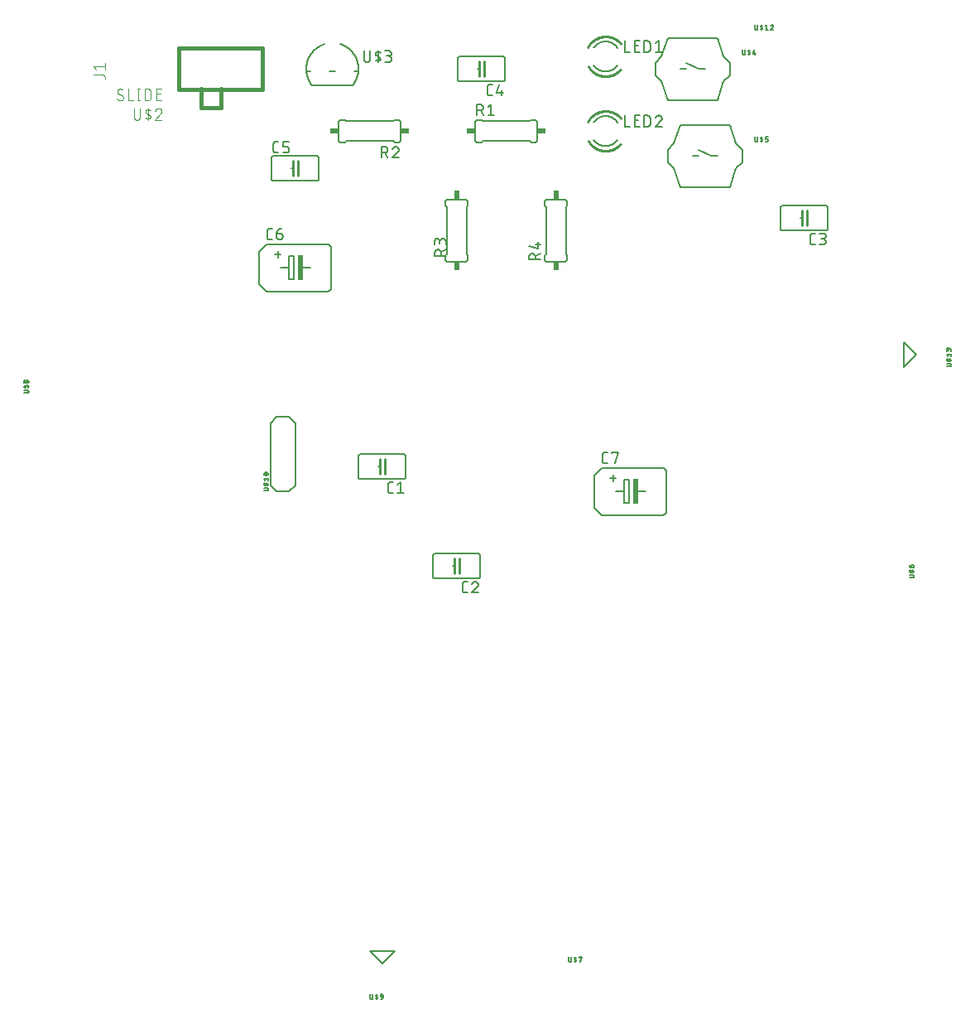
<source format=gbr>
G04 EAGLE Gerber RS-274X export*
G75*
%MOMM*%
%FSLAX34Y34*%
%LPD*%
%INSilkscreen Top*%
%IPPOS*%
%AMOC8*
5,1,8,0,0,1.08239X$1,22.5*%
G01*
%ADD10C,0.152400*%
%ADD11C,0.254000*%
%ADD12C,0.127000*%
%ADD13R,0.508000X2.540000*%
%ADD14C,0.101600*%
%ADD15R,0.863600X0.609600*%
%ADD16R,0.609600X0.863600*%
%ADD17C,0.203200*%
%ADD18C,0.406400*%


D10*
X427990Y533400D02*
X384810Y533400D01*
X384810Y558800D02*
X427990Y558800D01*
X382270Y556260D02*
X382270Y535940D01*
X430530Y535940D02*
X430530Y556260D01*
X384810Y533400D02*
X384710Y533402D01*
X384611Y533408D01*
X384511Y533418D01*
X384413Y533431D01*
X384314Y533449D01*
X384217Y533470D01*
X384121Y533495D01*
X384025Y533524D01*
X383931Y533557D01*
X383838Y533593D01*
X383747Y533633D01*
X383657Y533677D01*
X383569Y533724D01*
X383483Y533774D01*
X383399Y533828D01*
X383317Y533885D01*
X383238Y533945D01*
X383160Y534009D01*
X383086Y534075D01*
X383014Y534144D01*
X382945Y534216D01*
X382879Y534290D01*
X382815Y534368D01*
X382755Y534447D01*
X382698Y534529D01*
X382644Y534613D01*
X382594Y534699D01*
X382547Y534787D01*
X382503Y534877D01*
X382463Y534968D01*
X382427Y535061D01*
X382394Y535155D01*
X382365Y535251D01*
X382340Y535347D01*
X382319Y535444D01*
X382301Y535543D01*
X382288Y535641D01*
X382278Y535741D01*
X382272Y535840D01*
X382270Y535940D01*
X427990Y533400D02*
X428090Y533402D01*
X428189Y533408D01*
X428289Y533418D01*
X428387Y533431D01*
X428486Y533449D01*
X428583Y533470D01*
X428679Y533495D01*
X428775Y533524D01*
X428869Y533557D01*
X428962Y533593D01*
X429053Y533633D01*
X429143Y533677D01*
X429231Y533724D01*
X429317Y533774D01*
X429401Y533828D01*
X429483Y533885D01*
X429562Y533945D01*
X429640Y534009D01*
X429714Y534075D01*
X429786Y534144D01*
X429855Y534216D01*
X429921Y534290D01*
X429985Y534368D01*
X430045Y534447D01*
X430102Y534529D01*
X430156Y534613D01*
X430206Y534699D01*
X430253Y534787D01*
X430297Y534877D01*
X430337Y534968D01*
X430373Y535061D01*
X430406Y535155D01*
X430435Y535251D01*
X430460Y535347D01*
X430481Y535444D01*
X430499Y535543D01*
X430512Y535641D01*
X430522Y535741D01*
X430528Y535840D01*
X430530Y535940D01*
X384810Y558800D02*
X384710Y558798D01*
X384611Y558792D01*
X384511Y558782D01*
X384413Y558769D01*
X384314Y558751D01*
X384217Y558730D01*
X384121Y558705D01*
X384025Y558676D01*
X383931Y558643D01*
X383838Y558607D01*
X383747Y558567D01*
X383657Y558523D01*
X383569Y558476D01*
X383483Y558426D01*
X383399Y558372D01*
X383317Y558315D01*
X383238Y558255D01*
X383160Y558191D01*
X383086Y558125D01*
X383014Y558056D01*
X382945Y557984D01*
X382879Y557910D01*
X382815Y557832D01*
X382755Y557753D01*
X382698Y557671D01*
X382644Y557587D01*
X382594Y557501D01*
X382547Y557413D01*
X382503Y557323D01*
X382463Y557232D01*
X382427Y557139D01*
X382394Y557045D01*
X382365Y556949D01*
X382340Y556853D01*
X382319Y556756D01*
X382301Y556657D01*
X382288Y556559D01*
X382278Y556459D01*
X382272Y556360D01*
X382270Y556260D01*
X427990Y558800D02*
X428090Y558798D01*
X428189Y558792D01*
X428289Y558782D01*
X428387Y558769D01*
X428486Y558751D01*
X428583Y558730D01*
X428679Y558705D01*
X428775Y558676D01*
X428869Y558643D01*
X428962Y558607D01*
X429053Y558567D01*
X429143Y558523D01*
X429231Y558476D01*
X429317Y558426D01*
X429401Y558372D01*
X429483Y558315D01*
X429562Y558255D01*
X429640Y558191D01*
X429714Y558125D01*
X429786Y558056D01*
X429855Y557984D01*
X429921Y557910D01*
X429985Y557832D01*
X430045Y557753D01*
X430102Y557671D01*
X430156Y557587D01*
X430206Y557501D01*
X430253Y557413D01*
X430297Y557323D01*
X430337Y557232D01*
X430373Y557139D01*
X430406Y557045D01*
X430435Y556949D01*
X430460Y556853D01*
X430481Y556756D01*
X430499Y556657D01*
X430512Y556559D01*
X430522Y556459D01*
X430528Y556360D01*
X430530Y556260D01*
X403860Y546100D02*
X402590Y546100D01*
D11*
X403860Y546100D02*
X403860Y538480D01*
X403860Y546100D02*
X403860Y553720D01*
X408940Y546100D02*
X408940Y538480D01*
X408940Y546100D02*
X408940Y553720D01*
D10*
X408940Y546100D02*
X410210Y546100D01*
D12*
X415253Y518795D02*
X417793Y518795D01*
X415253Y518795D02*
X415153Y518797D01*
X415054Y518803D01*
X414954Y518813D01*
X414856Y518826D01*
X414757Y518844D01*
X414660Y518865D01*
X414564Y518890D01*
X414468Y518919D01*
X414374Y518952D01*
X414281Y518988D01*
X414190Y519028D01*
X414100Y519072D01*
X414012Y519119D01*
X413926Y519169D01*
X413842Y519223D01*
X413760Y519280D01*
X413681Y519340D01*
X413603Y519404D01*
X413529Y519470D01*
X413457Y519539D01*
X413388Y519611D01*
X413322Y519685D01*
X413258Y519763D01*
X413198Y519842D01*
X413141Y519924D01*
X413087Y520008D01*
X413037Y520094D01*
X412990Y520182D01*
X412946Y520272D01*
X412906Y520363D01*
X412870Y520456D01*
X412837Y520550D01*
X412808Y520646D01*
X412783Y520742D01*
X412762Y520839D01*
X412744Y520938D01*
X412731Y521036D01*
X412721Y521136D01*
X412715Y521235D01*
X412713Y521335D01*
X412713Y527685D01*
X412715Y527785D01*
X412721Y527884D01*
X412731Y527984D01*
X412744Y528082D01*
X412762Y528181D01*
X412783Y528278D01*
X412808Y528374D01*
X412837Y528470D01*
X412870Y528564D01*
X412906Y528657D01*
X412946Y528748D01*
X412990Y528838D01*
X413037Y528926D01*
X413087Y529012D01*
X413141Y529096D01*
X413198Y529178D01*
X413258Y529257D01*
X413322Y529335D01*
X413388Y529409D01*
X413457Y529481D01*
X413529Y529550D01*
X413603Y529616D01*
X413681Y529680D01*
X413760Y529740D01*
X413842Y529797D01*
X413926Y529851D01*
X414012Y529901D01*
X414100Y529948D01*
X414190Y529992D01*
X414281Y530032D01*
X414374Y530068D01*
X414468Y530101D01*
X414564Y530130D01*
X414660Y530155D01*
X414757Y530176D01*
X414856Y530194D01*
X414954Y530207D01*
X415054Y530217D01*
X415153Y530223D01*
X415253Y530225D01*
X417793Y530225D01*
X422275Y527685D02*
X425450Y530225D01*
X425450Y518795D01*
X422275Y518795D02*
X428625Y518795D01*
D10*
X461010Y431800D02*
X504190Y431800D01*
X504190Y457200D02*
X461010Y457200D01*
X458470Y454660D02*
X458470Y434340D01*
X506730Y434340D02*
X506730Y454660D01*
X461010Y431800D02*
X460910Y431802D01*
X460811Y431808D01*
X460711Y431818D01*
X460613Y431831D01*
X460514Y431849D01*
X460417Y431870D01*
X460321Y431895D01*
X460225Y431924D01*
X460131Y431957D01*
X460038Y431993D01*
X459947Y432033D01*
X459857Y432077D01*
X459769Y432124D01*
X459683Y432174D01*
X459599Y432228D01*
X459517Y432285D01*
X459438Y432345D01*
X459360Y432409D01*
X459286Y432475D01*
X459214Y432544D01*
X459145Y432616D01*
X459079Y432690D01*
X459015Y432768D01*
X458955Y432847D01*
X458898Y432929D01*
X458844Y433013D01*
X458794Y433099D01*
X458747Y433187D01*
X458703Y433277D01*
X458663Y433368D01*
X458627Y433461D01*
X458594Y433555D01*
X458565Y433651D01*
X458540Y433747D01*
X458519Y433844D01*
X458501Y433943D01*
X458488Y434041D01*
X458478Y434141D01*
X458472Y434240D01*
X458470Y434340D01*
X504190Y431800D02*
X504290Y431802D01*
X504389Y431808D01*
X504489Y431818D01*
X504587Y431831D01*
X504686Y431849D01*
X504783Y431870D01*
X504879Y431895D01*
X504975Y431924D01*
X505069Y431957D01*
X505162Y431993D01*
X505253Y432033D01*
X505343Y432077D01*
X505431Y432124D01*
X505517Y432174D01*
X505601Y432228D01*
X505683Y432285D01*
X505762Y432345D01*
X505840Y432409D01*
X505914Y432475D01*
X505986Y432544D01*
X506055Y432616D01*
X506121Y432690D01*
X506185Y432768D01*
X506245Y432847D01*
X506302Y432929D01*
X506356Y433013D01*
X506406Y433099D01*
X506453Y433187D01*
X506497Y433277D01*
X506537Y433368D01*
X506573Y433461D01*
X506606Y433555D01*
X506635Y433651D01*
X506660Y433747D01*
X506681Y433844D01*
X506699Y433943D01*
X506712Y434041D01*
X506722Y434141D01*
X506728Y434240D01*
X506730Y434340D01*
X461010Y457200D02*
X460910Y457198D01*
X460811Y457192D01*
X460711Y457182D01*
X460613Y457169D01*
X460514Y457151D01*
X460417Y457130D01*
X460321Y457105D01*
X460225Y457076D01*
X460131Y457043D01*
X460038Y457007D01*
X459947Y456967D01*
X459857Y456923D01*
X459769Y456876D01*
X459683Y456826D01*
X459599Y456772D01*
X459517Y456715D01*
X459438Y456655D01*
X459360Y456591D01*
X459286Y456525D01*
X459214Y456456D01*
X459145Y456384D01*
X459079Y456310D01*
X459015Y456232D01*
X458955Y456153D01*
X458898Y456071D01*
X458844Y455987D01*
X458794Y455901D01*
X458747Y455813D01*
X458703Y455723D01*
X458663Y455632D01*
X458627Y455539D01*
X458594Y455445D01*
X458565Y455349D01*
X458540Y455253D01*
X458519Y455156D01*
X458501Y455057D01*
X458488Y454959D01*
X458478Y454859D01*
X458472Y454760D01*
X458470Y454660D01*
X504190Y457200D02*
X504290Y457198D01*
X504389Y457192D01*
X504489Y457182D01*
X504587Y457169D01*
X504686Y457151D01*
X504783Y457130D01*
X504879Y457105D01*
X504975Y457076D01*
X505069Y457043D01*
X505162Y457007D01*
X505253Y456967D01*
X505343Y456923D01*
X505431Y456876D01*
X505517Y456826D01*
X505601Y456772D01*
X505683Y456715D01*
X505762Y456655D01*
X505840Y456591D01*
X505914Y456525D01*
X505986Y456456D01*
X506055Y456384D01*
X506121Y456310D01*
X506185Y456232D01*
X506245Y456153D01*
X506302Y456071D01*
X506356Y455987D01*
X506406Y455901D01*
X506453Y455813D01*
X506497Y455723D01*
X506537Y455632D01*
X506573Y455539D01*
X506606Y455445D01*
X506635Y455349D01*
X506660Y455253D01*
X506681Y455156D01*
X506699Y455057D01*
X506712Y454959D01*
X506722Y454859D01*
X506728Y454760D01*
X506730Y454660D01*
X480060Y444500D02*
X478790Y444500D01*
D11*
X480060Y444500D02*
X480060Y436880D01*
X480060Y444500D02*
X480060Y452120D01*
X485140Y444500D02*
X485140Y436880D01*
X485140Y444500D02*
X485140Y452120D01*
D10*
X485140Y444500D02*
X486410Y444500D01*
D12*
X491453Y417195D02*
X493993Y417195D01*
X491453Y417195D02*
X491353Y417197D01*
X491254Y417203D01*
X491154Y417213D01*
X491056Y417226D01*
X490957Y417244D01*
X490860Y417265D01*
X490764Y417290D01*
X490668Y417319D01*
X490574Y417352D01*
X490481Y417388D01*
X490390Y417428D01*
X490300Y417472D01*
X490212Y417519D01*
X490126Y417569D01*
X490042Y417623D01*
X489960Y417680D01*
X489881Y417740D01*
X489803Y417804D01*
X489729Y417870D01*
X489657Y417939D01*
X489588Y418011D01*
X489522Y418085D01*
X489458Y418163D01*
X489398Y418242D01*
X489341Y418324D01*
X489287Y418408D01*
X489237Y418494D01*
X489190Y418582D01*
X489146Y418672D01*
X489106Y418763D01*
X489070Y418856D01*
X489037Y418950D01*
X489008Y419046D01*
X488983Y419142D01*
X488962Y419239D01*
X488944Y419338D01*
X488931Y419436D01*
X488921Y419536D01*
X488915Y419635D01*
X488913Y419735D01*
X488913Y426085D01*
X488915Y426185D01*
X488921Y426284D01*
X488931Y426384D01*
X488944Y426482D01*
X488962Y426581D01*
X488983Y426678D01*
X489008Y426774D01*
X489037Y426870D01*
X489070Y426964D01*
X489106Y427057D01*
X489146Y427148D01*
X489190Y427238D01*
X489237Y427326D01*
X489287Y427412D01*
X489341Y427496D01*
X489398Y427578D01*
X489458Y427657D01*
X489522Y427735D01*
X489588Y427809D01*
X489657Y427881D01*
X489729Y427950D01*
X489803Y428016D01*
X489881Y428080D01*
X489960Y428140D01*
X490042Y428197D01*
X490126Y428251D01*
X490212Y428301D01*
X490300Y428348D01*
X490390Y428392D01*
X490481Y428432D01*
X490574Y428468D01*
X490668Y428501D01*
X490764Y428530D01*
X490860Y428555D01*
X490957Y428576D01*
X491056Y428594D01*
X491154Y428607D01*
X491254Y428617D01*
X491353Y428623D01*
X491453Y428625D01*
X493993Y428625D01*
X501968Y428626D02*
X502072Y428624D01*
X502177Y428618D01*
X502281Y428609D01*
X502384Y428596D01*
X502487Y428578D01*
X502589Y428558D01*
X502691Y428533D01*
X502791Y428505D01*
X502891Y428473D01*
X502989Y428437D01*
X503086Y428398D01*
X503181Y428356D01*
X503275Y428310D01*
X503367Y428260D01*
X503457Y428208D01*
X503545Y428152D01*
X503631Y428092D01*
X503715Y428030D01*
X503796Y427965D01*
X503875Y427897D01*
X503952Y427825D01*
X504025Y427752D01*
X504097Y427675D01*
X504165Y427596D01*
X504230Y427515D01*
X504292Y427431D01*
X504352Y427345D01*
X504408Y427257D01*
X504460Y427167D01*
X504510Y427075D01*
X504556Y426981D01*
X504598Y426886D01*
X504637Y426789D01*
X504673Y426691D01*
X504705Y426591D01*
X504733Y426491D01*
X504758Y426389D01*
X504778Y426287D01*
X504796Y426184D01*
X504809Y426081D01*
X504818Y425977D01*
X504824Y425872D01*
X504826Y425768D01*
X501968Y428625D02*
X501850Y428623D01*
X501731Y428617D01*
X501613Y428608D01*
X501496Y428595D01*
X501379Y428577D01*
X501262Y428557D01*
X501146Y428532D01*
X501031Y428504D01*
X500918Y428471D01*
X500805Y428436D01*
X500693Y428396D01*
X500583Y428354D01*
X500474Y428307D01*
X500366Y428257D01*
X500261Y428204D01*
X500157Y428147D01*
X500055Y428087D01*
X499955Y428024D01*
X499857Y427957D01*
X499761Y427888D01*
X499668Y427815D01*
X499577Y427739D01*
X499488Y427661D01*
X499402Y427579D01*
X499319Y427495D01*
X499238Y427409D01*
X499161Y427319D01*
X499086Y427228D01*
X499014Y427134D01*
X498945Y427037D01*
X498880Y426939D01*
X498817Y426838D01*
X498758Y426735D01*
X498702Y426631D01*
X498650Y426525D01*
X498601Y426417D01*
X498556Y426308D01*
X498514Y426197D01*
X498476Y426085D01*
X503873Y423546D02*
X503949Y423621D01*
X504024Y423700D01*
X504095Y423781D01*
X504164Y423865D01*
X504229Y423951D01*
X504291Y424039D01*
X504351Y424129D01*
X504407Y424221D01*
X504460Y424316D01*
X504509Y424412D01*
X504555Y424510D01*
X504598Y424609D01*
X504637Y424710D01*
X504672Y424812D01*
X504704Y424915D01*
X504732Y425019D01*
X504757Y425124D01*
X504778Y425231D01*
X504795Y425337D01*
X504808Y425444D01*
X504817Y425552D01*
X504823Y425660D01*
X504825Y425768D01*
X503873Y423545D02*
X498475Y417195D01*
X504825Y417195D01*
D10*
X816610Y787400D02*
X859790Y787400D01*
X859790Y812800D02*
X816610Y812800D01*
X814070Y810260D02*
X814070Y789940D01*
X862330Y789940D02*
X862330Y810260D01*
X816610Y787400D02*
X816510Y787402D01*
X816411Y787408D01*
X816311Y787418D01*
X816213Y787431D01*
X816114Y787449D01*
X816017Y787470D01*
X815921Y787495D01*
X815825Y787524D01*
X815731Y787557D01*
X815638Y787593D01*
X815547Y787633D01*
X815457Y787677D01*
X815369Y787724D01*
X815283Y787774D01*
X815199Y787828D01*
X815117Y787885D01*
X815038Y787945D01*
X814960Y788009D01*
X814886Y788075D01*
X814814Y788144D01*
X814745Y788216D01*
X814679Y788290D01*
X814615Y788368D01*
X814555Y788447D01*
X814498Y788529D01*
X814444Y788613D01*
X814394Y788699D01*
X814347Y788787D01*
X814303Y788877D01*
X814263Y788968D01*
X814227Y789061D01*
X814194Y789155D01*
X814165Y789251D01*
X814140Y789347D01*
X814119Y789444D01*
X814101Y789543D01*
X814088Y789641D01*
X814078Y789741D01*
X814072Y789840D01*
X814070Y789940D01*
X859790Y787400D02*
X859890Y787402D01*
X859989Y787408D01*
X860089Y787418D01*
X860187Y787431D01*
X860286Y787449D01*
X860383Y787470D01*
X860479Y787495D01*
X860575Y787524D01*
X860669Y787557D01*
X860762Y787593D01*
X860853Y787633D01*
X860943Y787677D01*
X861031Y787724D01*
X861117Y787774D01*
X861201Y787828D01*
X861283Y787885D01*
X861362Y787945D01*
X861440Y788009D01*
X861514Y788075D01*
X861586Y788144D01*
X861655Y788216D01*
X861721Y788290D01*
X861785Y788368D01*
X861845Y788447D01*
X861902Y788529D01*
X861956Y788613D01*
X862006Y788699D01*
X862053Y788787D01*
X862097Y788877D01*
X862137Y788968D01*
X862173Y789061D01*
X862206Y789155D01*
X862235Y789251D01*
X862260Y789347D01*
X862281Y789444D01*
X862299Y789543D01*
X862312Y789641D01*
X862322Y789741D01*
X862328Y789840D01*
X862330Y789940D01*
X816610Y812800D02*
X816510Y812798D01*
X816411Y812792D01*
X816311Y812782D01*
X816213Y812769D01*
X816114Y812751D01*
X816017Y812730D01*
X815921Y812705D01*
X815825Y812676D01*
X815731Y812643D01*
X815638Y812607D01*
X815547Y812567D01*
X815457Y812523D01*
X815369Y812476D01*
X815283Y812426D01*
X815199Y812372D01*
X815117Y812315D01*
X815038Y812255D01*
X814960Y812191D01*
X814886Y812125D01*
X814814Y812056D01*
X814745Y811984D01*
X814679Y811910D01*
X814615Y811832D01*
X814555Y811753D01*
X814498Y811671D01*
X814444Y811587D01*
X814394Y811501D01*
X814347Y811413D01*
X814303Y811323D01*
X814263Y811232D01*
X814227Y811139D01*
X814194Y811045D01*
X814165Y810949D01*
X814140Y810853D01*
X814119Y810756D01*
X814101Y810657D01*
X814088Y810559D01*
X814078Y810459D01*
X814072Y810360D01*
X814070Y810260D01*
X859790Y812800D02*
X859890Y812798D01*
X859989Y812792D01*
X860089Y812782D01*
X860187Y812769D01*
X860286Y812751D01*
X860383Y812730D01*
X860479Y812705D01*
X860575Y812676D01*
X860669Y812643D01*
X860762Y812607D01*
X860853Y812567D01*
X860943Y812523D01*
X861031Y812476D01*
X861117Y812426D01*
X861201Y812372D01*
X861283Y812315D01*
X861362Y812255D01*
X861440Y812191D01*
X861514Y812125D01*
X861586Y812056D01*
X861655Y811984D01*
X861721Y811910D01*
X861785Y811832D01*
X861845Y811753D01*
X861902Y811671D01*
X861956Y811587D01*
X862006Y811501D01*
X862053Y811413D01*
X862097Y811323D01*
X862137Y811232D01*
X862173Y811139D01*
X862206Y811045D01*
X862235Y810949D01*
X862260Y810853D01*
X862281Y810756D01*
X862299Y810657D01*
X862312Y810559D01*
X862322Y810459D01*
X862328Y810360D01*
X862330Y810260D01*
X835660Y800100D02*
X834390Y800100D01*
D11*
X835660Y800100D02*
X835660Y792480D01*
X835660Y800100D02*
X835660Y807720D01*
X840740Y800100D02*
X840740Y792480D01*
X840740Y800100D02*
X840740Y807720D01*
D10*
X840740Y800100D02*
X842010Y800100D01*
D12*
X847053Y772795D02*
X849593Y772795D01*
X847053Y772795D02*
X846953Y772797D01*
X846854Y772803D01*
X846754Y772813D01*
X846656Y772826D01*
X846557Y772844D01*
X846460Y772865D01*
X846364Y772890D01*
X846268Y772919D01*
X846174Y772952D01*
X846081Y772988D01*
X845990Y773028D01*
X845900Y773072D01*
X845812Y773119D01*
X845726Y773169D01*
X845642Y773223D01*
X845560Y773280D01*
X845481Y773340D01*
X845403Y773404D01*
X845329Y773470D01*
X845257Y773539D01*
X845188Y773611D01*
X845122Y773685D01*
X845058Y773763D01*
X844998Y773842D01*
X844941Y773924D01*
X844887Y774008D01*
X844837Y774094D01*
X844790Y774182D01*
X844746Y774272D01*
X844706Y774363D01*
X844670Y774456D01*
X844637Y774550D01*
X844608Y774646D01*
X844583Y774742D01*
X844562Y774839D01*
X844544Y774938D01*
X844531Y775036D01*
X844521Y775136D01*
X844515Y775235D01*
X844513Y775335D01*
X844513Y781685D01*
X844515Y781785D01*
X844521Y781884D01*
X844531Y781984D01*
X844544Y782082D01*
X844562Y782181D01*
X844583Y782278D01*
X844608Y782374D01*
X844637Y782470D01*
X844670Y782564D01*
X844706Y782657D01*
X844746Y782748D01*
X844790Y782838D01*
X844837Y782926D01*
X844887Y783012D01*
X844941Y783096D01*
X844998Y783178D01*
X845058Y783257D01*
X845122Y783335D01*
X845188Y783409D01*
X845257Y783481D01*
X845329Y783550D01*
X845403Y783616D01*
X845481Y783680D01*
X845560Y783740D01*
X845642Y783797D01*
X845726Y783851D01*
X845812Y783901D01*
X845900Y783948D01*
X845990Y783992D01*
X846081Y784032D01*
X846174Y784068D01*
X846268Y784101D01*
X846364Y784130D01*
X846460Y784155D01*
X846557Y784176D01*
X846656Y784194D01*
X846754Y784207D01*
X846854Y784217D01*
X846953Y784223D01*
X847053Y784225D01*
X849593Y784225D01*
X854075Y772795D02*
X857250Y772795D01*
X857361Y772797D01*
X857471Y772803D01*
X857582Y772812D01*
X857692Y772826D01*
X857801Y772843D01*
X857910Y772864D01*
X858018Y772889D01*
X858125Y772918D01*
X858231Y772950D01*
X858336Y772986D01*
X858439Y773026D01*
X858541Y773069D01*
X858642Y773116D01*
X858741Y773167D01*
X858838Y773220D01*
X858932Y773277D01*
X859025Y773338D01*
X859116Y773401D01*
X859205Y773468D01*
X859291Y773538D01*
X859374Y773611D01*
X859456Y773686D01*
X859534Y773764D01*
X859609Y773846D01*
X859682Y773929D01*
X859752Y774015D01*
X859819Y774104D01*
X859882Y774195D01*
X859943Y774288D01*
X860000Y774383D01*
X860053Y774479D01*
X860104Y774578D01*
X860151Y774679D01*
X860194Y774781D01*
X860234Y774884D01*
X860270Y774989D01*
X860302Y775095D01*
X860331Y775202D01*
X860356Y775310D01*
X860377Y775419D01*
X860394Y775528D01*
X860408Y775638D01*
X860417Y775749D01*
X860423Y775859D01*
X860425Y775970D01*
X860423Y776081D01*
X860417Y776191D01*
X860408Y776302D01*
X860394Y776412D01*
X860377Y776521D01*
X860356Y776630D01*
X860331Y776738D01*
X860302Y776845D01*
X860270Y776951D01*
X860234Y777056D01*
X860194Y777159D01*
X860151Y777261D01*
X860104Y777362D01*
X860053Y777461D01*
X860000Y777557D01*
X859943Y777652D01*
X859882Y777745D01*
X859819Y777836D01*
X859752Y777925D01*
X859682Y778011D01*
X859609Y778094D01*
X859534Y778176D01*
X859456Y778254D01*
X859374Y778329D01*
X859291Y778402D01*
X859205Y778472D01*
X859116Y778539D01*
X859025Y778602D01*
X858932Y778663D01*
X858838Y778720D01*
X858741Y778773D01*
X858642Y778824D01*
X858541Y778871D01*
X858439Y778914D01*
X858336Y778954D01*
X858231Y778990D01*
X858125Y779022D01*
X858018Y779051D01*
X857910Y779076D01*
X857801Y779097D01*
X857692Y779114D01*
X857582Y779128D01*
X857471Y779137D01*
X857361Y779143D01*
X857250Y779145D01*
X857885Y784225D02*
X854075Y784225D01*
X857885Y784225D02*
X857985Y784223D01*
X858084Y784217D01*
X858184Y784207D01*
X858282Y784194D01*
X858381Y784176D01*
X858478Y784155D01*
X858574Y784130D01*
X858670Y784101D01*
X858764Y784068D01*
X858857Y784032D01*
X858948Y783992D01*
X859038Y783948D01*
X859126Y783901D01*
X859212Y783851D01*
X859296Y783797D01*
X859378Y783740D01*
X859457Y783680D01*
X859535Y783616D01*
X859609Y783550D01*
X859681Y783481D01*
X859750Y783409D01*
X859816Y783335D01*
X859880Y783257D01*
X859940Y783178D01*
X859997Y783096D01*
X860051Y783012D01*
X860101Y782926D01*
X860148Y782838D01*
X860192Y782748D01*
X860232Y782657D01*
X860268Y782564D01*
X860301Y782470D01*
X860330Y782374D01*
X860355Y782278D01*
X860376Y782181D01*
X860394Y782082D01*
X860407Y781984D01*
X860417Y781884D01*
X860423Y781785D01*
X860425Y781685D01*
X860423Y781585D01*
X860417Y781486D01*
X860407Y781386D01*
X860394Y781288D01*
X860376Y781189D01*
X860355Y781092D01*
X860330Y780996D01*
X860301Y780900D01*
X860268Y780806D01*
X860232Y780713D01*
X860192Y780622D01*
X860148Y780532D01*
X860101Y780444D01*
X860051Y780358D01*
X859997Y780274D01*
X859940Y780192D01*
X859880Y780113D01*
X859816Y780035D01*
X859750Y779961D01*
X859681Y779889D01*
X859609Y779820D01*
X859535Y779754D01*
X859457Y779690D01*
X859378Y779630D01*
X859296Y779573D01*
X859212Y779519D01*
X859126Y779469D01*
X859038Y779422D01*
X858948Y779378D01*
X858857Y779338D01*
X858764Y779302D01*
X858670Y779269D01*
X858574Y779240D01*
X858478Y779215D01*
X858381Y779194D01*
X858282Y779176D01*
X858184Y779163D01*
X858084Y779153D01*
X857985Y779147D01*
X857885Y779145D01*
X855345Y779145D01*
D10*
X529590Y939800D02*
X486410Y939800D01*
X486410Y965200D02*
X529590Y965200D01*
X483870Y962660D02*
X483870Y942340D01*
X532130Y942340D02*
X532130Y962660D01*
X486410Y939800D02*
X486310Y939802D01*
X486211Y939808D01*
X486111Y939818D01*
X486013Y939831D01*
X485914Y939849D01*
X485817Y939870D01*
X485721Y939895D01*
X485625Y939924D01*
X485531Y939957D01*
X485438Y939993D01*
X485347Y940033D01*
X485257Y940077D01*
X485169Y940124D01*
X485083Y940174D01*
X484999Y940228D01*
X484917Y940285D01*
X484838Y940345D01*
X484760Y940409D01*
X484686Y940475D01*
X484614Y940544D01*
X484545Y940616D01*
X484479Y940690D01*
X484415Y940768D01*
X484355Y940847D01*
X484298Y940929D01*
X484244Y941013D01*
X484194Y941099D01*
X484147Y941187D01*
X484103Y941277D01*
X484063Y941368D01*
X484027Y941461D01*
X483994Y941555D01*
X483965Y941651D01*
X483940Y941747D01*
X483919Y941844D01*
X483901Y941943D01*
X483888Y942041D01*
X483878Y942141D01*
X483872Y942240D01*
X483870Y942340D01*
X529590Y939800D02*
X529690Y939802D01*
X529789Y939808D01*
X529889Y939818D01*
X529987Y939831D01*
X530086Y939849D01*
X530183Y939870D01*
X530279Y939895D01*
X530375Y939924D01*
X530469Y939957D01*
X530562Y939993D01*
X530653Y940033D01*
X530743Y940077D01*
X530831Y940124D01*
X530917Y940174D01*
X531001Y940228D01*
X531083Y940285D01*
X531162Y940345D01*
X531240Y940409D01*
X531314Y940475D01*
X531386Y940544D01*
X531455Y940616D01*
X531521Y940690D01*
X531585Y940768D01*
X531645Y940847D01*
X531702Y940929D01*
X531756Y941013D01*
X531806Y941099D01*
X531853Y941187D01*
X531897Y941277D01*
X531937Y941368D01*
X531973Y941461D01*
X532006Y941555D01*
X532035Y941651D01*
X532060Y941747D01*
X532081Y941844D01*
X532099Y941943D01*
X532112Y942041D01*
X532122Y942141D01*
X532128Y942240D01*
X532130Y942340D01*
X486410Y965200D02*
X486310Y965198D01*
X486211Y965192D01*
X486111Y965182D01*
X486013Y965169D01*
X485914Y965151D01*
X485817Y965130D01*
X485721Y965105D01*
X485625Y965076D01*
X485531Y965043D01*
X485438Y965007D01*
X485347Y964967D01*
X485257Y964923D01*
X485169Y964876D01*
X485083Y964826D01*
X484999Y964772D01*
X484917Y964715D01*
X484838Y964655D01*
X484760Y964591D01*
X484686Y964525D01*
X484614Y964456D01*
X484545Y964384D01*
X484479Y964310D01*
X484415Y964232D01*
X484355Y964153D01*
X484298Y964071D01*
X484244Y963987D01*
X484194Y963901D01*
X484147Y963813D01*
X484103Y963723D01*
X484063Y963632D01*
X484027Y963539D01*
X483994Y963445D01*
X483965Y963349D01*
X483940Y963253D01*
X483919Y963156D01*
X483901Y963057D01*
X483888Y962959D01*
X483878Y962859D01*
X483872Y962760D01*
X483870Y962660D01*
X529590Y965200D02*
X529690Y965198D01*
X529789Y965192D01*
X529889Y965182D01*
X529987Y965169D01*
X530086Y965151D01*
X530183Y965130D01*
X530279Y965105D01*
X530375Y965076D01*
X530469Y965043D01*
X530562Y965007D01*
X530653Y964967D01*
X530743Y964923D01*
X530831Y964876D01*
X530917Y964826D01*
X531001Y964772D01*
X531083Y964715D01*
X531162Y964655D01*
X531240Y964591D01*
X531314Y964525D01*
X531386Y964456D01*
X531455Y964384D01*
X531521Y964310D01*
X531585Y964232D01*
X531645Y964153D01*
X531702Y964071D01*
X531756Y963987D01*
X531806Y963901D01*
X531853Y963813D01*
X531897Y963723D01*
X531937Y963632D01*
X531973Y963539D01*
X532006Y963445D01*
X532035Y963349D01*
X532060Y963253D01*
X532081Y963156D01*
X532099Y963057D01*
X532112Y962959D01*
X532122Y962859D01*
X532128Y962760D01*
X532130Y962660D01*
X505460Y952500D02*
X504190Y952500D01*
D11*
X505460Y952500D02*
X505460Y944880D01*
X505460Y952500D02*
X505460Y960120D01*
X510540Y952500D02*
X510540Y944880D01*
X510540Y952500D02*
X510540Y960120D01*
D10*
X510540Y952500D02*
X511810Y952500D01*
D12*
X516853Y925195D02*
X519393Y925195D01*
X516853Y925195D02*
X516753Y925197D01*
X516654Y925203D01*
X516554Y925213D01*
X516456Y925226D01*
X516357Y925244D01*
X516260Y925265D01*
X516164Y925290D01*
X516068Y925319D01*
X515974Y925352D01*
X515881Y925388D01*
X515790Y925428D01*
X515700Y925472D01*
X515612Y925519D01*
X515526Y925569D01*
X515442Y925623D01*
X515360Y925680D01*
X515281Y925740D01*
X515203Y925804D01*
X515129Y925870D01*
X515057Y925939D01*
X514988Y926011D01*
X514922Y926085D01*
X514858Y926163D01*
X514798Y926242D01*
X514741Y926324D01*
X514687Y926408D01*
X514637Y926494D01*
X514590Y926582D01*
X514546Y926672D01*
X514506Y926763D01*
X514470Y926856D01*
X514437Y926950D01*
X514408Y927046D01*
X514383Y927142D01*
X514362Y927239D01*
X514344Y927338D01*
X514331Y927436D01*
X514321Y927536D01*
X514315Y927635D01*
X514313Y927735D01*
X514313Y934085D01*
X514315Y934185D01*
X514321Y934284D01*
X514331Y934384D01*
X514344Y934482D01*
X514362Y934581D01*
X514383Y934678D01*
X514408Y934774D01*
X514437Y934870D01*
X514470Y934964D01*
X514506Y935057D01*
X514546Y935148D01*
X514590Y935238D01*
X514637Y935326D01*
X514687Y935412D01*
X514741Y935496D01*
X514798Y935578D01*
X514858Y935657D01*
X514922Y935735D01*
X514988Y935809D01*
X515057Y935881D01*
X515129Y935950D01*
X515203Y936016D01*
X515281Y936080D01*
X515360Y936140D01*
X515442Y936197D01*
X515526Y936251D01*
X515612Y936301D01*
X515700Y936348D01*
X515790Y936392D01*
X515881Y936432D01*
X515974Y936468D01*
X516068Y936501D01*
X516164Y936530D01*
X516260Y936555D01*
X516357Y936576D01*
X516456Y936594D01*
X516554Y936607D01*
X516654Y936617D01*
X516753Y936623D01*
X516853Y936625D01*
X519393Y936625D01*
X526415Y936625D02*
X523875Y927735D01*
X530225Y927735D01*
X528320Y930275D02*
X528320Y925195D01*
D10*
X339090Y863600D02*
X295910Y863600D01*
X295910Y838200D02*
X339090Y838200D01*
X341630Y840740D02*
X341630Y861060D01*
X293370Y861060D02*
X293370Y840740D01*
X339090Y863600D02*
X339190Y863598D01*
X339289Y863592D01*
X339389Y863582D01*
X339487Y863569D01*
X339586Y863551D01*
X339683Y863530D01*
X339779Y863505D01*
X339875Y863476D01*
X339969Y863443D01*
X340062Y863407D01*
X340153Y863367D01*
X340243Y863323D01*
X340331Y863276D01*
X340417Y863226D01*
X340501Y863172D01*
X340583Y863115D01*
X340662Y863055D01*
X340740Y862991D01*
X340814Y862925D01*
X340886Y862856D01*
X340955Y862784D01*
X341021Y862710D01*
X341085Y862632D01*
X341145Y862553D01*
X341202Y862471D01*
X341256Y862387D01*
X341306Y862301D01*
X341353Y862213D01*
X341397Y862123D01*
X341437Y862032D01*
X341473Y861939D01*
X341506Y861845D01*
X341535Y861749D01*
X341560Y861653D01*
X341581Y861556D01*
X341599Y861457D01*
X341612Y861359D01*
X341622Y861259D01*
X341628Y861160D01*
X341630Y861060D01*
X295910Y863600D02*
X295810Y863598D01*
X295711Y863592D01*
X295611Y863582D01*
X295513Y863569D01*
X295414Y863551D01*
X295317Y863530D01*
X295221Y863505D01*
X295125Y863476D01*
X295031Y863443D01*
X294938Y863407D01*
X294847Y863367D01*
X294757Y863323D01*
X294669Y863276D01*
X294583Y863226D01*
X294499Y863172D01*
X294417Y863115D01*
X294338Y863055D01*
X294260Y862991D01*
X294186Y862925D01*
X294114Y862856D01*
X294045Y862784D01*
X293979Y862710D01*
X293915Y862632D01*
X293855Y862553D01*
X293798Y862471D01*
X293744Y862387D01*
X293694Y862301D01*
X293647Y862213D01*
X293603Y862123D01*
X293563Y862032D01*
X293527Y861939D01*
X293494Y861845D01*
X293465Y861749D01*
X293440Y861653D01*
X293419Y861556D01*
X293401Y861457D01*
X293388Y861359D01*
X293378Y861259D01*
X293372Y861160D01*
X293370Y861060D01*
X339090Y838200D02*
X339190Y838202D01*
X339289Y838208D01*
X339389Y838218D01*
X339487Y838231D01*
X339586Y838249D01*
X339683Y838270D01*
X339779Y838295D01*
X339875Y838324D01*
X339969Y838357D01*
X340062Y838393D01*
X340153Y838433D01*
X340243Y838477D01*
X340331Y838524D01*
X340417Y838574D01*
X340501Y838628D01*
X340583Y838685D01*
X340662Y838745D01*
X340740Y838809D01*
X340814Y838875D01*
X340886Y838944D01*
X340955Y839016D01*
X341021Y839090D01*
X341085Y839168D01*
X341145Y839247D01*
X341202Y839329D01*
X341256Y839413D01*
X341306Y839499D01*
X341353Y839587D01*
X341397Y839677D01*
X341437Y839768D01*
X341473Y839861D01*
X341506Y839955D01*
X341535Y840051D01*
X341560Y840147D01*
X341581Y840244D01*
X341599Y840343D01*
X341612Y840441D01*
X341622Y840541D01*
X341628Y840640D01*
X341630Y840740D01*
X295910Y838200D02*
X295810Y838202D01*
X295711Y838208D01*
X295611Y838218D01*
X295513Y838231D01*
X295414Y838249D01*
X295317Y838270D01*
X295221Y838295D01*
X295125Y838324D01*
X295031Y838357D01*
X294938Y838393D01*
X294847Y838433D01*
X294757Y838477D01*
X294669Y838524D01*
X294583Y838574D01*
X294499Y838628D01*
X294417Y838685D01*
X294338Y838745D01*
X294260Y838809D01*
X294186Y838875D01*
X294114Y838944D01*
X294045Y839016D01*
X293979Y839090D01*
X293915Y839168D01*
X293855Y839247D01*
X293798Y839329D01*
X293744Y839413D01*
X293694Y839499D01*
X293647Y839587D01*
X293603Y839677D01*
X293563Y839768D01*
X293527Y839861D01*
X293494Y839955D01*
X293465Y840051D01*
X293440Y840147D01*
X293419Y840244D01*
X293401Y840343D01*
X293388Y840441D01*
X293378Y840541D01*
X293372Y840640D01*
X293370Y840740D01*
X320040Y850900D02*
X321310Y850900D01*
D11*
X320040Y850900D02*
X320040Y858520D01*
X320040Y850900D02*
X320040Y843280D01*
X314960Y850900D02*
X314960Y858520D01*
X314960Y850900D02*
X314960Y843280D01*
D10*
X314960Y850900D02*
X313690Y850900D01*
D12*
X300355Y866775D02*
X297815Y866775D01*
X297715Y866777D01*
X297616Y866783D01*
X297516Y866793D01*
X297418Y866806D01*
X297319Y866824D01*
X297222Y866845D01*
X297126Y866870D01*
X297030Y866899D01*
X296936Y866932D01*
X296843Y866968D01*
X296752Y867008D01*
X296662Y867052D01*
X296574Y867099D01*
X296488Y867149D01*
X296404Y867203D01*
X296322Y867260D01*
X296243Y867320D01*
X296165Y867384D01*
X296091Y867450D01*
X296019Y867519D01*
X295950Y867591D01*
X295884Y867665D01*
X295820Y867743D01*
X295760Y867822D01*
X295703Y867904D01*
X295649Y867988D01*
X295599Y868074D01*
X295552Y868162D01*
X295508Y868252D01*
X295468Y868343D01*
X295432Y868436D01*
X295399Y868530D01*
X295370Y868626D01*
X295345Y868722D01*
X295324Y868819D01*
X295306Y868918D01*
X295293Y869016D01*
X295283Y869116D01*
X295277Y869215D01*
X295275Y869315D01*
X295275Y875665D01*
X295277Y875765D01*
X295283Y875864D01*
X295293Y875964D01*
X295306Y876062D01*
X295324Y876161D01*
X295345Y876258D01*
X295370Y876354D01*
X295399Y876450D01*
X295432Y876544D01*
X295468Y876637D01*
X295508Y876728D01*
X295552Y876818D01*
X295599Y876906D01*
X295649Y876992D01*
X295703Y877076D01*
X295760Y877158D01*
X295820Y877237D01*
X295884Y877315D01*
X295950Y877389D01*
X296019Y877461D01*
X296091Y877530D01*
X296165Y877596D01*
X296243Y877660D01*
X296322Y877720D01*
X296404Y877777D01*
X296488Y877831D01*
X296574Y877881D01*
X296662Y877928D01*
X296752Y877972D01*
X296843Y878012D01*
X296936Y878048D01*
X297030Y878081D01*
X297126Y878110D01*
X297222Y878135D01*
X297319Y878156D01*
X297418Y878174D01*
X297516Y878187D01*
X297616Y878197D01*
X297715Y878203D01*
X297815Y878205D01*
X300355Y878205D01*
X304837Y866775D02*
X308647Y866775D01*
X308747Y866777D01*
X308846Y866783D01*
X308946Y866793D01*
X309044Y866806D01*
X309143Y866824D01*
X309240Y866845D01*
X309336Y866870D01*
X309432Y866899D01*
X309526Y866932D01*
X309619Y866968D01*
X309710Y867008D01*
X309800Y867052D01*
X309888Y867099D01*
X309974Y867149D01*
X310058Y867203D01*
X310140Y867260D01*
X310219Y867320D01*
X310297Y867384D01*
X310371Y867450D01*
X310443Y867519D01*
X310512Y867591D01*
X310578Y867665D01*
X310642Y867743D01*
X310702Y867822D01*
X310759Y867904D01*
X310813Y867988D01*
X310863Y868074D01*
X310910Y868162D01*
X310954Y868252D01*
X310994Y868343D01*
X311030Y868436D01*
X311063Y868530D01*
X311092Y868626D01*
X311117Y868722D01*
X311138Y868819D01*
X311156Y868918D01*
X311169Y869016D01*
X311179Y869116D01*
X311185Y869215D01*
X311187Y869315D01*
X311187Y870585D01*
X311185Y870685D01*
X311179Y870784D01*
X311169Y870884D01*
X311156Y870982D01*
X311138Y871081D01*
X311117Y871178D01*
X311092Y871274D01*
X311063Y871370D01*
X311030Y871464D01*
X310994Y871557D01*
X310954Y871648D01*
X310910Y871738D01*
X310863Y871826D01*
X310813Y871912D01*
X310759Y871996D01*
X310702Y872078D01*
X310642Y872157D01*
X310578Y872235D01*
X310512Y872309D01*
X310443Y872381D01*
X310371Y872450D01*
X310297Y872516D01*
X310219Y872580D01*
X310140Y872640D01*
X310058Y872697D01*
X309974Y872751D01*
X309888Y872801D01*
X309800Y872848D01*
X309710Y872892D01*
X309619Y872932D01*
X309526Y872968D01*
X309432Y873001D01*
X309336Y873030D01*
X309240Y873055D01*
X309143Y873076D01*
X309044Y873094D01*
X308946Y873107D01*
X308846Y873117D01*
X308747Y873123D01*
X308647Y873125D01*
X304837Y873125D01*
X304837Y878205D01*
X311187Y878205D01*
D10*
X288290Y773430D02*
X350520Y773430D01*
X354330Y769620D02*
X354330Y728980D01*
X350520Y725170D02*
X288290Y725170D01*
X280670Y765810D02*
X288290Y773430D01*
X299720Y766064D02*
X299720Y759714D01*
X303022Y763016D02*
X296418Y763016D01*
X302260Y749300D02*
X311150Y749300D01*
X311150Y737108D01*
X316230Y737108D01*
X316230Y761492D01*
X311150Y761492D01*
X311150Y749300D01*
X323850Y749300D02*
X332740Y749300D01*
X288290Y725170D02*
X280670Y732790D01*
X280670Y765810D01*
X350520Y773430D02*
X350642Y773428D01*
X350764Y773422D01*
X350886Y773412D01*
X351007Y773399D01*
X351128Y773381D01*
X351248Y773360D01*
X351368Y773334D01*
X351486Y773305D01*
X351604Y773273D01*
X351721Y773236D01*
X351836Y773196D01*
X351950Y773152D01*
X352062Y773104D01*
X352173Y773053D01*
X352282Y772998D01*
X352390Y772940D01*
X352495Y772878D01*
X352598Y772813D01*
X352700Y772745D01*
X352799Y772673D01*
X352895Y772599D01*
X352990Y772521D01*
X353081Y772440D01*
X353171Y772357D01*
X353257Y772271D01*
X353340Y772181D01*
X353421Y772090D01*
X353499Y771995D01*
X353573Y771899D01*
X353645Y771800D01*
X353713Y771698D01*
X353778Y771595D01*
X353840Y771490D01*
X353898Y771382D01*
X353953Y771273D01*
X354004Y771162D01*
X354052Y771050D01*
X354096Y770936D01*
X354136Y770821D01*
X354173Y770704D01*
X354205Y770586D01*
X354234Y770468D01*
X354260Y770348D01*
X354281Y770228D01*
X354299Y770107D01*
X354312Y769986D01*
X354322Y769864D01*
X354328Y769742D01*
X354330Y769620D01*
X354330Y728980D02*
X354328Y728858D01*
X354322Y728736D01*
X354312Y728614D01*
X354299Y728493D01*
X354281Y728372D01*
X354260Y728252D01*
X354234Y728132D01*
X354205Y728014D01*
X354173Y727896D01*
X354136Y727779D01*
X354096Y727664D01*
X354052Y727550D01*
X354004Y727438D01*
X353953Y727327D01*
X353898Y727218D01*
X353840Y727110D01*
X353778Y727005D01*
X353713Y726902D01*
X353645Y726800D01*
X353573Y726701D01*
X353499Y726605D01*
X353421Y726510D01*
X353340Y726419D01*
X353257Y726329D01*
X353171Y726243D01*
X353081Y726160D01*
X352990Y726079D01*
X352895Y726001D01*
X352799Y725927D01*
X352700Y725855D01*
X352598Y725787D01*
X352495Y725722D01*
X352390Y725660D01*
X352282Y725602D01*
X352173Y725547D01*
X352062Y725496D01*
X351950Y725448D01*
X351836Y725404D01*
X351721Y725364D01*
X351604Y725327D01*
X351486Y725295D01*
X351368Y725266D01*
X351248Y725240D01*
X351128Y725219D01*
X351007Y725201D01*
X350886Y725188D01*
X350764Y725178D01*
X350642Y725172D01*
X350520Y725170D01*
D13*
X322580Y749300D03*
D12*
X294005Y777875D02*
X291465Y777875D01*
X291365Y777877D01*
X291266Y777883D01*
X291166Y777893D01*
X291068Y777906D01*
X290969Y777924D01*
X290872Y777945D01*
X290776Y777970D01*
X290680Y777999D01*
X290586Y778032D01*
X290493Y778068D01*
X290402Y778108D01*
X290312Y778152D01*
X290224Y778199D01*
X290138Y778249D01*
X290054Y778303D01*
X289972Y778360D01*
X289893Y778420D01*
X289815Y778484D01*
X289741Y778550D01*
X289669Y778619D01*
X289600Y778691D01*
X289534Y778765D01*
X289470Y778843D01*
X289410Y778922D01*
X289353Y779004D01*
X289299Y779088D01*
X289249Y779174D01*
X289202Y779262D01*
X289158Y779352D01*
X289118Y779443D01*
X289082Y779536D01*
X289049Y779630D01*
X289020Y779726D01*
X288995Y779822D01*
X288974Y779919D01*
X288956Y780018D01*
X288943Y780116D01*
X288933Y780216D01*
X288927Y780315D01*
X288925Y780415D01*
X288925Y786765D01*
X288927Y786865D01*
X288933Y786964D01*
X288943Y787064D01*
X288956Y787162D01*
X288974Y787261D01*
X288995Y787358D01*
X289020Y787454D01*
X289049Y787550D01*
X289082Y787644D01*
X289118Y787737D01*
X289158Y787828D01*
X289202Y787918D01*
X289249Y788006D01*
X289299Y788092D01*
X289353Y788176D01*
X289410Y788258D01*
X289470Y788337D01*
X289534Y788415D01*
X289600Y788489D01*
X289669Y788561D01*
X289741Y788630D01*
X289815Y788696D01*
X289893Y788760D01*
X289972Y788820D01*
X290054Y788877D01*
X290138Y788931D01*
X290224Y788981D01*
X290312Y789028D01*
X290402Y789072D01*
X290493Y789112D01*
X290586Y789148D01*
X290680Y789181D01*
X290776Y789210D01*
X290872Y789235D01*
X290969Y789256D01*
X291068Y789274D01*
X291166Y789287D01*
X291266Y789297D01*
X291365Y789303D01*
X291465Y789305D01*
X294005Y789305D01*
X298487Y784225D02*
X302297Y784225D01*
X302397Y784223D01*
X302496Y784217D01*
X302596Y784207D01*
X302694Y784194D01*
X302793Y784176D01*
X302890Y784155D01*
X302986Y784130D01*
X303082Y784101D01*
X303176Y784068D01*
X303269Y784032D01*
X303360Y783992D01*
X303450Y783948D01*
X303538Y783901D01*
X303624Y783851D01*
X303708Y783797D01*
X303790Y783740D01*
X303869Y783680D01*
X303947Y783616D01*
X304021Y783550D01*
X304093Y783481D01*
X304162Y783409D01*
X304228Y783335D01*
X304292Y783257D01*
X304352Y783178D01*
X304409Y783096D01*
X304463Y783012D01*
X304513Y782926D01*
X304560Y782838D01*
X304604Y782748D01*
X304644Y782657D01*
X304680Y782564D01*
X304713Y782470D01*
X304742Y782374D01*
X304767Y782278D01*
X304788Y782181D01*
X304806Y782082D01*
X304819Y781984D01*
X304829Y781884D01*
X304835Y781785D01*
X304837Y781685D01*
X304837Y781050D01*
X304835Y780939D01*
X304829Y780829D01*
X304820Y780718D01*
X304806Y780608D01*
X304789Y780499D01*
X304768Y780390D01*
X304743Y780282D01*
X304714Y780175D01*
X304682Y780069D01*
X304646Y779964D01*
X304606Y779861D01*
X304563Y779759D01*
X304516Y779658D01*
X304465Y779559D01*
X304412Y779463D01*
X304355Y779368D01*
X304294Y779275D01*
X304231Y779184D01*
X304164Y779095D01*
X304094Y779009D01*
X304021Y778926D01*
X303946Y778844D01*
X303868Y778766D01*
X303786Y778691D01*
X303703Y778618D01*
X303617Y778548D01*
X303528Y778481D01*
X303437Y778418D01*
X303344Y778357D01*
X303249Y778300D01*
X303153Y778247D01*
X303054Y778196D01*
X302953Y778149D01*
X302851Y778106D01*
X302748Y778066D01*
X302643Y778030D01*
X302537Y777998D01*
X302430Y777969D01*
X302322Y777944D01*
X302213Y777923D01*
X302104Y777906D01*
X301994Y777892D01*
X301883Y777883D01*
X301773Y777877D01*
X301662Y777875D01*
X301551Y777877D01*
X301441Y777883D01*
X301330Y777892D01*
X301220Y777906D01*
X301111Y777923D01*
X301002Y777944D01*
X300894Y777969D01*
X300787Y777998D01*
X300681Y778030D01*
X300576Y778066D01*
X300473Y778106D01*
X300371Y778149D01*
X300270Y778196D01*
X300171Y778247D01*
X300075Y778300D01*
X299980Y778357D01*
X299887Y778418D01*
X299796Y778481D01*
X299707Y778548D01*
X299621Y778618D01*
X299538Y778691D01*
X299456Y778766D01*
X299378Y778844D01*
X299303Y778926D01*
X299230Y779009D01*
X299160Y779095D01*
X299093Y779184D01*
X299030Y779275D01*
X298969Y779368D01*
X298912Y779463D01*
X298859Y779559D01*
X298808Y779658D01*
X298761Y779759D01*
X298718Y779861D01*
X298678Y779964D01*
X298642Y780069D01*
X298610Y780175D01*
X298581Y780282D01*
X298556Y780390D01*
X298535Y780499D01*
X298518Y780608D01*
X298504Y780718D01*
X298495Y780829D01*
X298489Y780939D01*
X298487Y781050D01*
X298487Y784225D01*
X298489Y784365D01*
X298495Y784505D01*
X298504Y784645D01*
X298518Y784784D01*
X298535Y784923D01*
X298556Y785061D01*
X298581Y785199D01*
X298610Y785336D01*
X298642Y785472D01*
X298679Y785607D01*
X298719Y785741D01*
X298762Y785874D01*
X298810Y786006D01*
X298860Y786137D01*
X298915Y786266D01*
X298973Y786393D01*
X299034Y786519D01*
X299099Y786643D01*
X299168Y786765D01*
X299239Y786885D01*
X299314Y787003D01*
X299392Y787120D01*
X299474Y787234D01*
X299558Y787345D01*
X299646Y787454D01*
X299736Y787561D01*
X299830Y787666D01*
X299926Y787767D01*
X300025Y787866D01*
X300126Y787962D01*
X300231Y788056D01*
X300338Y788146D01*
X300447Y788234D01*
X300558Y788318D01*
X300672Y788400D01*
X300789Y788478D01*
X300907Y788553D01*
X301027Y788624D01*
X301149Y788693D01*
X301273Y788758D01*
X301399Y788819D01*
X301526Y788877D01*
X301655Y788932D01*
X301786Y788982D01*
X301918Y789030D01*
X302051Y789073D01*
X302185Y789113D01*
X302320Y789150D01*
X302456Y789182D01*
X302593Y789211D01*
X302731Y789236D01*
X302869Y789257D01*
X303008Y789274D01*
X303147Y789288D01*
X303287Y789297D01*
X303427Y789303D01*
X303567Y789305D01*
D10*
X631190Y544830D02*
X693420Y544830D01*
X697230Y541020D02*
X697230Y500380D01*
X693420Y496570D02*
X631190Y496570D01*
X623570Y537210D02*
X631190Y544830D01*
X642620Y537464D02*
X642620Y531114D01*
X645922Y534416D02*
X639318Y534416D01*
X645160Y520700D02*
X654050Y520700D01*
X654050Y508508D01*
X659130Y508508D01*
X659130Y532892D01*
X654050Y532892D01*
X654050Y520700D01*
X666750Y520700D02*
X675640Y520700D01*
X631190Y496570D02*
X623570Y504190D01*
X623570Y537210D01*
X693420Y544830D02*
X693542Y544828D01*
X693664Y544822D01*
X693786Y544812D01*
X693907Y544799D01*
X694028Y544781D01*
X694148Y544760D01*
X694268Y544734D01*
X694386Y544705D01*
X694504Y544673D01*
X694621Y544636D01*
X694736Y544596D01*
X694850Y544552D01*
X694962Y544504D01*
X695073Y544453D01*
X695182Y544398D01*
X695290Y544340D01*
X695395Y544278D01*
X695498Y544213D01*
X695600Y544145D01*
X695699Y544073D01*
X695795Y543999D01*
X695890Y543921D01*
X695981Y543840D01*
X696071Y543757D01*
X696157Y543671D01*
X696240Y543581D01*
X696321Y543490D01*
X696399Y543395D01*
X696473Y543299D01*
X696545Y543200D01*
X696613Y543098D01*
X696678Y542995D01*
X696740Y542890D01*
X696798Y542782D01*
X696853Y542673D01*
X696904Y542562D01*
X696952Y542450D01*
X696996Y542336D01*
X697036Y542221D01*
X697073Y542104D01*
X697105Y541986D01*
X697134Y541868D01*
X697160Y541748D01*
X697181Y541628D01*
X697199Y541507D01*
X697212Y541386D01*
X697222Y541264D01*
X697228Y541142D01*
X697230Y541020D01*
X697230Y500380D02*
X697228Y500258D01*
X697222Y500136D01*
X697212Y500014D01*
X697199Y499893D01*
X697181Y499772D01*
X697160Y499652D01*
X697134Y499532D01*
X697105Y499414D01*
X697073Y499296D01*
X697036Y499179D01*
X696996Y499064D01*
X696952Y498950D01*
X696904Y498838D01*
X696853Y498727D01*
X696798Y498618D01*
X696740Y498510D01*
X696678Y498405D01*
X696613Y498302D01*
X696545Y498200D01*
X696473Y498101D01*
X696399Y498005D01*
X696321Y497910D01*
X696240Y497819D01*
X696157Y497729D01*
X696071Y497643D01*
X695981Y497560D01*
X695890Y497479D01*
X695795Y497401D01*
X695699Y497327D01*
X695600Y497255D01*
X695498Y497187D01*
X695395Y497122D01*
X695290Y497060D01*
X695182Y497002D01*
X695073Y496947D01*
X694962Y496896D01*
X694850Y496848D01*
X694736Y496804D01*
X694621Y496764D01*
X694504Y496727D01*
X694386Y496695D01*
X694268Y496666D01*
X694148Y496640D01*
X694028Y496619D01*
X693907Y496601D01*
X693786Y496588D01*
X693664Y496578D01*
X693542Y496572D01*
X693420Y496570D01*
D13*
X665480Y520700D03*
D12*
X636905Y549275D02*
X634365Y549275D01*
X634265Y549277D01*
X634166Y549283D01*
X634066Y549293D01*
X633968Y549306D01*
X633869Y549324D01*
X633772Y549345D01*
X633676Y549370D01*
X633580Y549399D01*
X633486Y549432D01*
X633393Y549468D01*
X633302Y549508D01*
X633212Y549552D01*
X633124Y549599D01*
X633038Y549649D01*
X632954Y549703D01*
X632872Y549760D01*
X632793Y549820D01*
X632715Y549884D01*
X632641Y549950D01*
X632569Y550019D01*
X632500Y550091D01*
X632434Y550165D01*
X632370Y550243D01*
X632310Y550322D01*
X632253Y550404D01*
X632199Y550488D01*
X632149Y550574D01*
X632102Y550662D01*
X632058Y550752D01*
X632018Y550843D01*
X631982Y550936D01*
X631949Y551030D01*
X631920Y551126D01*
X631895Y551222D01*
X631874Y551319D01*
X631856Y551418D01*
X631843Y551516D01*
X631833Y551616D01*
X631827Y551715D01*
X631825Y551815D01*
X631825Y558165D01*
X631827Y558265D01*
X631833Y558364D01*
X631843Y558464D01*
X631856Y558562D01*
X631874Y558661D01*
X631895Y558758D01*
X631920Y558854D01*
X631949Y558950D01*
X631982Y559044D01*
X632018Y559137D01*
X632058Y559228D01*
X632102Y559318D01*
X632149Y559406D01*
X632199Y559492D01*
X632253Y559576D01*
X632310Y559658D01*
X632370Y559737D01*
X632434Y559815D01*
X632500Y559889D01*
X632569Y559961D01*
X632641Y560030D01*
X632715Y560096D01*
X632793Y560160D01*
X632872Y560220D01*
X632954Y560277D01*
X633038Y560331D01*
X633124Y560381D01*
X633212Y560428D01*
X633302Y560472D01*
X633393Y560512D01*
X633486Y560548D01*
X633580Y560581D01*
X633676Y560610D01*
X633772Y560635D01*
X633869Y560656D01*
X633968Y560674D01*
X634066Y560687D01*
X634166Y560697D01*
X634265Y560703D01*
X634365Y560705D01*
X636905Y560705D01*
X641387Y560705D02*
X641387Y559435D01*
X641387Y560705D02*
X647737Y560705D01*
X644562Y549275D01*
D14*
X120196Y946503D02*
X111108Y946503D01*
X120196Y946502D02*
X120295Y946500D01*
X120395Y946494D01*
X120494Y946485D01*
X120592Y946472D01*
X120690Y946455D01*
X120788Y946434D01*
X120884Y946409D01*
X120979Y946381D01*
X121073Y946349D01*
X121166Y946314D01*
X121258Y946275D01*
X121348Y946232D01*
X121436Y946187D01*
X121523Y946137D01*
X121607Y946085D01*
X121690Y946029D01*
X121770Y945971D01*
X121848Y945909D01*
X121923Y945844D01*
X121996Y945776D01*
X122066Y945706D01*
X122134Y945633D01*
X122199Y945558D01*
X122261Y945480D01*
X122319Y945400D01*
X122375Y945317D01*
X122427Y945233D01*
X122477Y945146D01*
X122522Y945058D01*
X122565Y944968D01*
X122604Y944876D01*
X122639Y944783D01*
X122671Y944689D01*
X122699Y944594D01*
X122724Y944498D01*
X122745Y944400D01*
X122762Y944302D01*
X122775Y944204D01*
X122784Y944105D01*
X122790Y944005D01*
X122792Y943906D01*
X122792Y942608D01*
X113704Y951776D02*
X111108Y955022D01*
X122792Y955022D01*
X122792Y958267D02*
X122792Y951776D01*
D10*
X635000Y980440D02*
X635372Y980435D01*
X635743Y980422D01*
X636114Y980399D01*
X636484Y980368D01*
X636853Y980327D01*
X637221Y980277D01*
X637588Y980219D01*
X637953Y980151D01*
X638317Y980075D01*
X638678Y979990D01*
X639037Y979895D01*
X639394Y979793D01*
X639749Y979681D01*
X640100Y979561D01*
X640449Y979433D01*
X640794Y979296D01*
X641136Y979150D01*
X641474Y978997D01*
X641808Y978835D01*
X642138Y978665D01*
X642464Y978487D01*
X642786Y978301D01*
X643103Y978107D01*
X643415Y977906D01*
X643722Y977697D01*
X644024Y977481D01*
X644321Y977257D01*
X644612Y977027D01*
X644897Y976789D01*
X645177Y976544D01*
X645450Y976293D01*
X645717Y976035D01*
X645978Y975771D01*
X646233Y975500D01*
X646480Y975223D01*
X646721Y974940D01*
X646955Y974652D01*
X647182Y974358D01*
X647401Y974058D01*
X635000Y980440D02*
X634628Y980435D01*
X634257Y980422D01*
X633885Y980399D01*
X633515Y980367D01*
X633145Y980327D01*
X632777Y980277D01*
X632409Y980218D01*
X632044Y980151D01*
X631680Y980074D01*
X631318Y979988D01*
X630958Y979894D01*
X630601Y979791D01*
X630246Y979680D01*
X629894Y979559D01*
X629545Y979430D01*
X629200Y979293D01*
X628858Y979147D01*
X628519Y978993D01*
X628184Y978831D01*
X627854Y978661D01*
X627528Y978482D01*
X627206Y978296D01*
X626888Y978102D01*
X626576Y977900D01*
X626269Y977691D01*
X625967Y977474D01*
X625670Y977250D01*
X625378Y977019D01*
X625093Y976781D01*
X624813Y976535D01*
X624540Y976283D01*
X624272Y976025D01*
X624012Y975760D01*
X623757Y975489D01*
X623509Y975211D01*
X623269Y974928D01*
X623035Y974639D01*
X622808Y974344D01*
X635000Y949960D02*
X635365Y949964D01*
X635730Y949977D01*
X636094Y949999D01*
X636457Y950030D01*
X636820Y950069D01*
X637182Y950117D01*
X637542Y950174D01*
X637901Y950239D01*
X638259Y950312D01*
X638614Y950395D01*
X638967Y950485D01*
X639319Y950585D01*
X639667Y950692D01*
X640013Y950808D01*
X640356Y950932D01*
X640696Y951065D01*
X641033Y951205D01*
X641366Y951353D01*
X641696Y951510D01*
X642022Y951674D01*
X642344Y951846D01*
X642661Y952026D01*
X642974Y952213D01*
X643283Y952407D01*
X643587Y952609D01*
X643886Y952819D01*
X644180Y953035D01*
X644468Y953258D01*
X644751Y953488D01*
X645029Y953725D01*
X645301Y953968D01*
X645567Y954218D01*
X645827Y954474D01*
X646080Y954737D01*
X646328Y955005D01*
X646568Y955279D01*
X646803Y955559D01*
X647030Y955844D01*
X635000Y949960D02*
X634635Y949964D01*
X634270Y949977D01*
X633906Y949999D01*
X633543Y950030D01*
X633180Y950069D01*
X632818Y950117D01*
X632458Y950174D01*
X632099Y950239D01*
X631741Y950312D01*
X631386Y950395D01*
X631033Y950485D01*
X630681Y950585D01*
X630333Y950692D01*
X629987Y950808D01*
X629644Y950932D01*
X629304Y951065D01*
X628967Y951205D01*
X628634Y951353D01*
X628304Y951510D01*
X627978Y951674D01*
X627656Y951846D01*
X627339Y952026D01*
X627026Y952213D01*
X626717Y952407D01*
X626413Y952609D01*
X626114Y952819D01*
X625820Y953035D01*
X625532Y953258D01*
X625249Y953488D01*
X624971Y953725D01*
X624699Y953968D01*
X624433Y954218D01*
X624173Y954474D01*
X623920Y954737D01*
X623672Y955005D01*
X623432Y955279D01*
X623197Y955559D01*
X622970Y955844D01*
D11*
X635000Y985520D02*
X635494Y985514D01*
X635988Y985496D01*
X636482Y985466D01*
X636975Y985424D01*
X637466Y985370D01*
X637956Y985304D01*
X638444Y985226D01*
X638931Y985136D01*
X639415Y985035D01*
X639896Y984921D01*
X640374Y984796D01*
X640850Y984660D01*
X641321Y984512D01*
X641789Y984352D01*
X642253Y984181D01*
X642713Y983999D01*
X643168Y983806D01*
X643619Y983602D01*
X644064Y983387D01*
X644504Y983161D01*
X644938Y982924D01*
X645366Y982677D01*
X645788Y982420D01*
X646204Y982152D01*
X646613Y981874D01*
X647015Y981587D01*
X647411Y981290D01*
X647798Y980983D01*
X648179Y980667D01*
X648551Y980342D01*
X648916Y980007D01*
X649272Y979664D01*
X649619Y979313D01*
X649959Y978953D01*
X650289Y978585D01*
X650610Y978209D01*
X635000Y985520D02*
X634512Y985514D01*
X634025Y985497D01*
X633538Y985467D01*
X633051Y985426D01*
X632566Y985374D01*
X632082Y985309D01*
X631600Y985233D01*
X631120Y985146D01*
X630642Y985047D01*
X630167Y984937D01*
X629694Y984815D01*
X629225Y984682D01*
X628758Y984537D01*
X628296Y984382D01*
X627837Y984215D01*
X627382Y984038D01*
X626932Y983849D01*
X626487Y983650D01*
X626046Y983440D01*
X625610Y983220D01*
X625180Y982989D01*
X624756Y982748D01*
X624338Y982497D01*
X623925Y982236D01*
X623519Y981965D01*
X623120Y981685D01*
X622727Y981395D01*
X622342Y981095D01*
X621964Y980786D01*
X621593Y980469D01*
X621231Y980142D01*
X620876Y979807D01*
X620529Y979464D01*
X620191Y979112D01*
X619861Y978753D01*
X619540Y978385D01*
X619227Y978010D01*
X618924Y977627D01*
X618630Y977238D01*
X618346Y976841D01*
X618071Y976438D01*
X617806Y976028D01*
X617551Y975612D01*
X617306Y975190D01*
X617071Y974762D01*
X635000Y944880D02*
X635490Y944886D01*
X635980Y944904D01*
X636469Y944933D01*
X636958Y944975D01*
X637445Y945028D01*
X637931Y945092D01*
X638415Y945169D01*
X638897Y945257D01*
X639377Y945357D01*
X639855Y945468D01*
X640329Y945591D01*
X640801Y945726D01*
X641269Y945871D01*
X641733Y946028D01*
X642194Y946196D01*
X642650Y946375D01*
X643102Y946565D01*
X643549Y946766D01*
X643991Y946978D01*
X644428Y947200D01*
X644860Y947432D01*
X645286Y947675D01*
X645705Y947929D01*
X646119Y948192D01*
X646526Y948465D01*
X646926Y948748D01*
X647320Y949041D01*
X647706Y949342D01*
X648085Y949654D01*
X648456Y949974D01*
X648819Y950303D01*
X649175Y950640D01*
X649522Y950987D01*
X649860Y951341D01*
X650190Y951704D01*
X650512Y952074D01*
X635000Y944880D02*
X634503Y944886D01*
X634006Y944904D01*
X633510Y944935D01*
X633015Y944977D01*
X632521Y945032D01*
X632028Y945098D01*
X631538Y945177D01*
X631049Y945268D01*
X630563Y945370D01*
X630079Y945485D01*
X629599Y945611D01*
X629121Y945749D01*
X628647Y945898D01*
X628177Y946059D01*
X627711Y946232D01*
X627249Y946416D01*
X626792Y946611D01*
X626340Y946817D01*
X625893Y947034D01*
X625452Y947263D01*
X625016Y947501D01*
X624586Y947751D01*
X624163Y948011D01*
X623745Y948281D01*
X623335Y948561D01*
X622932Y948851D01*
X622535Y949151D01*
X622147Y949461D01*
X621766Y949780D01*
X621393Y950108D01*
X621028Y950445D01*
X620671Y950791D01*
X620323Y951146D01*
X619984Y951509D01*
X619653Y951880D01*
X619332Y952260D01*
X619020Y952647D01*
X618718Y953041D01*
X618426Y953443D01*
X618143Y953852D01*
X617871Y954267D01*
X617608Y954690D01*
X617357Y955118D01*
D12*
X654685Y969645D02*
X654685Y981075D01*
X654685Y969645D02*
X659765Y969645D01*
X664591Y969645D02*
X669671Y969645D01*
X664591Y969645D02*
X664591Y981075D01*
X669671Y981075D01*
X668401Y975995D02*
X664591Y975995D01*
X674472Y981075D02*
X674472Y969645D01*
X674472Y981075D02*
X677647Y981075D01*
X677758Y981073D01*
X677868Y981067D01*
X677979Y981058D01*
X678089Y981044D01*
X678198Y981027D01*
X678307Y981006D01*
X678415Y980981D01*
X678522Y980952D01*
X678628Y980920D01*
X678733Y980884D01*
X678836Y980844D01*
X678938Y980801D01*
X679039Y980754D01*
X679138Y980703D01*
X679235Y980650D01*
X679329Y980593D01*
X679422Y980532D01*
X679513Y980469D01*
X679602Y980402D01*
X679688Y980332D01*
X679771Y980259D01*
X679853Y980184D01*
X679931Y980106D01*
X680006Y980024D01*
X680079Y979941D01*
X680149Y979855D01*
X680216Y979766D01*
X680279Y979675D01*
X680340Y979582D01*
X680397Y979488D01*
X680450Y979391D01*
X680501Y979292D01*
X680548Y979191D01*
X680591Y979089D01*
X680631Y978986D01*
X680667Y978881D01*
X680699Y978775D01*
X680728Y978668D01*
X680753Y978560D01*
X680774Y978451D01*
X680791Y978342D01*
X680805Y978232D01*
X680814Y978121D01*
X680820Y978011D01*
X680822Y977900D01*
X680822Y972820D01*
X680820Y972709D01*
X680814Y972599D01*
X680805Y972488D01*
X680791Y972378D01*
X680774Y972269D01*
X680753Y972160D01*
X680728Y972052D01*
X680699Y971945D01*
X680667Y971839D01*
X680631Y971734D01*
X680591Y971631D01*
X680548Y971529D01*
X680501Y971428D01*
X680450Y971329D01*
X680397Y971233D01*
X680340Y971138D01*
X680279Y971045D01*
X680216Y970954D01*
X680149Y970865D01*
X680079Y970779D01*
X680006Y970696D01*
X679931Y970614D01*
X679853Y970536D01*
X679771Y970461D01*
X679688Y970388D01*
X679602Y970318D01*
X679513Y970251D01*
X679422Y970188D01*
X679329Y970127D01*
X679235Y970070D01*
X679138Y970017D01*
X679039Y969966D01*
X678938Y969919D01*
X678836Y969876D01*
X678733Y969836D01*
X678628Y969800D01*
X678522Y969768D01*
X678415Y969739D01*
X678307Y969714D01*
X678198Y969693D01*
X678089Y969676D01*
X677979Y969662D01*
X677868Y969653D01*
X677758Y969647D01*
X677647Y969645D01*
X674472Y969645D01*
X686283Y978535D02*
X689458Y981075D01*
X689458Y969645D01*
X686283Y969645D02*
X692633Y969645D01*
D10*
X647401Y897858D02*
X647182Y898158D01*
X646955Y898452D01*
X646721Y898740D01*
X646480Y899023D01*
X646233Y899300D01*
X645978Y899571D01*
X645717Y899835D01*
X645450Y900093D01*
X645177Y900344D01*
X644897Y900589D01*
X644612Y900827D01*
X644321Y901057D01*
X644024Y901281D01*
X643722Y901497D01*
X643415Y901706D01*
X643103Y901907D01*
X642786Y902101D01*
X642464Y902287D01*
X642138Y902465D01*
X641808Y902635D01*
X641474Y902797D01*
X641136Y902950D01*
X640794Y903096D01*
X640449Y903233D01*
X640100Y903361D01*
X639749Y903481D01*
X639394Y903593D01*
X639037Y903695D01*
X638678Y903790D01*
X638317Y903875D01*
X637953Y903951D01*
X637588Y904019D01*
X637221Y904077D01*
X636853Y904127D01*
X636484Y904168D01*
X636114Y904199D01*
X635743Y904222D01*
X635372Y904235D01*
X635000Y904240D01*
X634628Y904235D01*
X634257Y904222D01*
X633885Y904199D01*
X633515Y904167D01*
X633145Y904127D01*
X632777Y904077D01*
X632409Y904018D01*
X632044Y903951D01*
X631680Y903874D01*
X631318Y903788D01*
X630958Y903694D01*
X630601Y903591D01*
X630246Y903480D01*
X629894Y903359D01*
X629545Y903230D01*
X629200Y903093D01*
X628858Y902947D01*
X628519Y902793D01*
X628184Y902631D01*
X627854Y902461D01*
X627528Y902282D01*
X627206Y902096D01*
X626888Y901902D01*
X626576Y901700D01*
X626269Y901491D01*
X625967Y901274D01*
X625670Y901050D01*
X625378Y900819D01*
X625093Y900581D01*
X624813Y900335D01*
X624540Y900083D01*
X624272Y899825D01*
X624012Y899560D01*
X623757Y899289D01*
X623509Y899011D01*
X623269Y898728D01*
X623035Y898439D01*
X622808Y898144D01*
X635000Y873760D02*
X635365Y873764D01*
X635730Y873777D01*
X636094Y873799D01*
X636457Y873830D01*
X636820Y873869D01*
X637182Y873917D01*
X637542Y873974D01*
X637901Y874039D01*
X638259Y874112D01*
X638614Y874195D01*
X638967Y874285D01*
X639319Y874385D01*
X639667Y874492D01*
X640013Y874608D01*
X640356Y874732D01*
X640696Y874865D01*
X641033Y875005D01*
X641366Y875153D01*
X641696Y875310D01*
X642022Y875474D01*
X642344Y875646D01*
X642661Y875826D01*
X642974Y876013D01*
X643283Y876207D01*
X643587Y876409D01*
X643886Y876619D01*
X644180Y876835D01*
X644468Y877058D01*
X644751Y877288D01*
X645029Y877525D01*
X645301Y877768D01*
X645567Y878018D01*
X645827Y878274D01*
X646080Y878537D01*
X646328Y878805D01*
X646568Y879079D01*
X646803Y879359D01*
X647030Y879644D01*
X635000Y873760D02*
X634635Y873764D01*
X634270Y873777D01*
X633906Y873799D01*
X633543Y873830D01*
X633180Y873869D01*
X632818Y873917D01*
X632458Y873974D01*
X632099Y874039D01*
X631741Y874112D01*
X631386Y874195D01*
X631033Y874285D01*
X630681Y874385D01*
X630333Y874492D01*
X629987Y874608D01*
X629644Y874732D01*
X629304Y874865D01*
X628967Y875005D01*
X628634Y875153D01*
X628304Y875310D01*
X627978Y875474D01*
X627656Y875646D01*
X627339Y875826D01*
X627026Y876013D01*
X626717Y876207D01*
X626413Y876409D01*
X626114Y876619D01*
X625820Y876835D01*
X625532Y877058D01*
X625249Y877288D01*
X624971Y877525D01*
X624699Y877768D01*
X624433Y878018D01*
X624173Y878274D01*
X623920Y878537D01*
X623672Y878805D01*
X623432Y879079D01*
X623197Y879359D01*
X622970Y879644D01*
D11*
X635000Y909320D02*
X635494Y909314D01*
X635988Y909296D01*
X636482Y909266D01*
X636975Y909224D01*
X637466Y909170D01*
X637956Y909104D01*
X638444Y909026D01*
X638931Y908936D01*
X639415Y908835D01*
X639896Y908721D01*
X640374Y908596D01*
X640850Y908460D01*
X641321Y908312D01*
X641789Y908152D01*
X642253Y907981D01*
X642713Y907799D01*
X643168Y907606D01*
X643619Y907402D01*
X644064Y907187D01*
X644504Y906961D01*
X644938Y906724D01*
X645366Y906477D01*
X645788Y906220D01*
X646204Y905952D01*
X646613Y905674D01*
X647015Y905387D01*
X647411Y905090D01*
X647798Y904783D01*
X648179Y904467D01*
X648551Y904142D01*
X648916Y903807D01*
X649272Y903464D01*
X649619Y903113D01*
X649959Y902753D01*
X650289Y902385D01*
X650610Y902009D01*
X635000Y909320D02*
X634512Y909314D01*
X634025Y909297D01*
X633538Y909267D01*
X633051Y909226D01*
X632566Y909174D01*
X632082Y909109D01*
X631600Y909033D01*
X631120Y908946D01*
X630642Y908847D01*
X630167Y908737D01*
X629694Y908615D01*
X629225Y908482D01*
X628758Y908337D01*
X628296Y908182D01*
X627837Y908015D01*
X627382Y907838D01*
X626932Y907649D01*
X626487Y907450D01*
X626046Y907240D01*
X625610Y907020D01*
X625180Y906789D01*
X624756Y906548D01*
X624338Y906297D01*
X623925Y906036D01*
X623519Y905765D01*
X623120Y905485D01*
X622727Y905195D01*
X622342Y904895D01*
X621964Y904586D01*
X621593Y904269D01*
X621231Y903942D01*
X620876Y903607D01*
X620529Y903264D01*
X620191Y902912D01*
X619861Y902553D01*
X619540Y902185D01*
X619227Y901810D01*
X618924Y901427D01*
X618630Y901038D01*
X618346Y900641D01*
X618071Y900238D01*
X617806Y899828D01*
X617551Y899412D01*
X617306Y898990D01*
X617071Y898562D01*
X635000Y868680D02*
X635490Y868686D01*
X635980Y868704D01*
X636469Y868733D01*
X636958Y868775D01*
X637445Y868828D01*
X637931Y868892D01*
X638415Y868969D01*
X638897Y869057D01*
X639377Y869157D01*
X639855Y869268D01*
X640329Y869391D01*
X640801Y869526D01*
X641269Y869671D01*
X641733Y869828D01*
X642194Y869996D01*
X642650Y870175D01*
X643102Y870365D01*
X643549Y870566D01*
X643991Y870778D01*
X644428Y871000D01*
X644860Y871232D01*
X645286Y871475D01*
X645705Y871729D01*
X646119Y871992D01*
X646526Y872265D01*
X646926Y872548D01*
X647320Y872841D01*
X647706Y873142D01*
X648085Y873454D01*
X648456Y873774D01*
X648819Y874103D01*
X649175Y874440D01*
X649522Y874787D01*
X649860Y875141D01*
X650190Y875504D01*
X650512Y875874D01*
X635000Y868680D02*
X634503Y868686D01*
X634006Y868704D01*
X633510Y868735D01*
X633015Y868777D01*
X632521Y868832D01*
X632028Y868898D01*
X631538Y868977D01*
X631049Y869068D01*
X630563Y869170D01*
X630079Y869285D01*
X629599Y869411D01*
X629121Y869549D01*
X628647Y869698D01*
X628177Y869859D01*
X627711Y870032D01*
X627249Y870216D01*
X626792Y870411D01*
X626340Y870617D01*
X625893Y870834D01*
X625452Y871063D01*
X625016Y871301D01*
X624586Y871551D01*
X624163Y871811D01*
X623745Y872081D01*
X623335Y872361D01*
X622932Y872651D01*
X622535Y872951D01*
X622147Y873261D01*
X621766Y873580D01*
X621393Y873908D01*
X621028Y874245D01*
X620671Y874591D01*
X620323Y874946D01*
X619984Y875309D01*
X619653Y875680D01*
X619332Y876060D01*
X619020Y876447D01*
X618718Y876841D01*
X618426Y877243D01*
X618143Y877652D01*
X617871Y878067D01*
X617608Y878490D01*
X617357Y878918D01*
D12*
X654685Y893445D02*
X654685Y904875D01*
X654685Y893445D02*
X659765Y893445D01*
X664591Y893445D02*
X669671Y893445D01*
X664591Y893445D02*
X664591Y904875D01*
X669671Y904875D01*
X668401Y899795D02*
X664591Y899795D01*
X674472Y904875D02*
X674472Y893445D01*
X674472Y904875D02*
X677647Y904875D01*
X677758Y904873D01*
X677868Y904867D01*
X677979Y904858D01*
X678089Y904844D01*
X678198Y904827D01*
X678307Y904806D01*
X678415Y904781D01*
X678522Y904752D01*
X678628Y904720D01*
X678733Y904684D01*
X678836Y904644D01*
X678938Y904601D01*
X679039Y904554D01*
X679138Y904503D01*
X679235Y904450D01*
X679329Y904393D01*
X679422Y904332D01*
X679513Y904269D01*
X679602Y904202D01*
X679688Y904132D01*
X679771Y904059D01*
X679853Y903984D01*
X679931Y903906D01*
X680006Y903824D01*
X680079Y903741D01*
X680149Y903655D01*
X680216Y903566D01*
X680279Y903475D01*
X680340Y903382D01*
X680397Y903288D01*
X680450Y903191D01*
X680501Y903092D01*
X680548Y902991D01*
X680591Y902889D01*
X680631Y902786D01*
X680667Y902681D01*
X680699Y902575D01*
X680728Y902468D01*
X680753Y902360D01*
X680774Y902251D01*
X680791Y902142D01*
X680805Y902032D01*
X680814Y901921D01*
X680820Y901811D01*
X680822Y901700D01*
X680822Y896620D01*
X680820Y896509D01*
X680814Y896399D01*
X680805Y896288D01*
X680791Y896178D01*
X680774Y896069D01*
X680753Y895960D01*
X680728Y895852D01*
X680699Y895745D01*
X680667Y895639D01*
X680631Y895534D01*
X680591Y895431D01*
X680548Y895329D01*
X680501Y895228D01*
X680450Y895129D01*
X680397Y895033D01*
X680340Y894938D01*
X680279Y894845D01*
X680216Y894754D01*
X680149Y894665D01*
X680079Y894579D01*
X680006Y894496D01*
X679931Y894414D01*
X679853Y894336D01*
X679771Y894261D01*
X679688Y894188D01*
X679602Y894118D01*
X679513Y894051D01*
X679422Y893988D01*
X679329Y893927D01*
X679235Y893870D01*
X679138Y893817D01*
X679039Y893766D01*
X678938Y893719D01*
X678836Y893676D01*
X678733Y893636D01*
X678628Y893600D01*
X678522Y893568D01*
X678415Y893539D01*
X678307Y893514D01*
X678198Y893493D01*
X678089Y893476D01*
X677979Y893462D01*
X677868Y893453D01*
X677758Y893447D01*
X677647Y893445D01*
X674472Y893445D01*
X689775Y904876D02*
X689879Y904874D01*
X689984Y904868D01*
X690088Y904859D01*
X690191Y904846D01*
X690294Y904828D01*
X690396Y904808D01*
X690498Y904783D01*
X690598Y904755D01*
X690698Y904723D01*
X690796Y904687D01*
X690893Y904648D01*
X690988Y904606D01*
X691082Y904560D01*
X691174Y904510D01*
X691264Y904458D01*
X691352Y904402D01*
X691438Y904342D01*
X691522Y904280D01*
X691603Y904215D01*
X691682Y904147D01*
X691759Y904075D01*
X691832Y904002D01*
X691904Y903925D01*
X691972Y903846D01*
X692037Y903765D01*
X692099Y903681D01*
X692159Y903595D01*
X692215Y903507D01*
X692267Y903417D01*
X692317Y903325D01*
X692363Y903231D01*
X692405Y903136D01*
X692444Y903039D01*
X692480Y902941D01*
X692512Y902841D01*
X692540Y902741D01*
X692565Y902639D01*
X692585Y902537D01*
X692603Y902434D01*
X692616Y902331D01*
X692625Y902227D01*
X692631Y902122D01*
X692633Y902018D01*
X689775Y904875D02*
X689657Y904873D01*
X689538Y904867D01*
X689420Y904858D01*
X689303Y904845D01*
X689186Y904827D01*
X689069Y904807D01*
X688953Y904782D01*
X688838Y904754D01*
X688725Y904721D01*
X688612Y904686D01*
X688500Y904646D01*
X688390Y904604D01*
X688281Y904557D01*
X688173Y904507D01*
X688068Y904454D01*
X687964Y904397D01*
X687862Y904337D01*
X687762Y904274D01*
X687664Y904207D01*
X687568Y904138D01*
X687475Y904065D01*
X687384Y903989D01*
X687295Y903911D01*
X687209Y903829D01*
X687126Y903745D01*
X687045Y903659D01*
X686968Y903569D01*
X686893Y903478D01*
X686821Y903384D01*
X686752Y903287D01*
X686687Y903189D01*
X686624Y903088D01*
X686565Y902985D01*
X686509Y902881D01*
X686457Y902775D01*
X686408Y902667D01*
X686363Y902558D01*
X686321Y902447D01*
X686283Y902335D01*
X691680Y899796D02*
X691756Y899871D01*
X691831Y899950D01*
X691902Y900031D01*
X691971Y900115D01*
X692036Y900201D01*
X692098Y900289D01*
X692158Y900379D01*
X692214Y900471D01*
X692267Y900566D01*
X692316Y900662D01*
X692362Y900760D01*
X692405Y900859D01*
X692444Y900960D01*
X692479Y901062D01*
X692511Y901165D01*
X692539Y901269D01*
X692564Y901374D01*
X692585Y901481D01*
X692602Y901587D01*
X692615Y901694D01*
X692624Y901802D01*
X692630Y901910D01*
X692632Y902018D01*
X691680Y899795D02*
X686283Y893445D01*
X692633Y893445D01*
D10*
X504190Y900430D02*
X504090Y900428D01*
X503991Y900422D01*
X503891Y900412D01*
X503793Y900399D01*
X503694Y900381D01*
X503597Y900360D01*
X503501Y900335D01*
X503405Y900306D01*
X503311Y900273D01*
X503218Y900237D01*
X503127Y900197D01*
X503037Y900153D01*
X502949Y900106D01*
X502863Y900056D01*
X502779Y900002D01*
X502697Y899945D01*
X502618Y899885D01*
X502540Y899821D01*
X502466Y899755D01*
X502394Y899686D01*
X502325Y899614D01*
X502259Y899540D01*
X502195Y899462D01*
X502135Y899383D01*
X502078Y899301D01*
X502024Y899217D01*
X501974Y899131D01*
X501927Y899043D01*
X501883Y898953D01*
X501843Y898862D01*
X501807Y898769D01*
X501774Y898675D01*
X501745Y898579D01*
X501720Y898483D01*
X501699Y898386D01*
X501681Y898287D01*
X501668Y898189D01*
X501658Y898089D01*
X501652Y897990D01*
X501650Y897890D01*
X501650Y880110D02*
X501652Y880010D01*
X501658Y879911D01*
X501668Y879811D01*
X501681Y879713D01*
X501699Y879614D01*
X501720Y879517D01*
X501745Y879421D01*
X501774Y879325D01*
X501807Y879231D01*
X501843Y879138D01*
X501883Y879047D01*
X501927Y878957D01*
X501974Y878869D01*
X502024Y878783D01*
X502078Y878699D01*
X502135Y878617D01*
X502195Y878538D01*
X502259Y878460D01*
X502325Y878386D01*
X502394Y878314D01*
X502466Y878245D01*
X502540Y878179D01*
X502618Y878115D01*
X502697Y878055D01*
X502779Y877998D01*
X502863Y877944D01*
X502949Y877894D01*
X503037Y877847D01*
X503127Y877803D01*
X503218Y877763D01*
X503311Y877727D01*
X503405Y877694D01*
X503501Y877665D01*
X503597Y877640D01*
X503694Y877619D01*
X503793Y877601D01*
X503891Y877588D01*
X503991Y877578D01*
X504090Y877572D01*
X504190Y877570D01*
X562610Y877570D02*
X562710Y877572D01*
X562809Y877578D01*
X562909Y877588D01*
X563007Y877601D01*
X563106Y877619D01*
X563203Y877640D01*
X563299Y877665D01*
X563395Y877694D01*
X563489Y877727D01*
X563582Y877763D01*
X563673Y877803D01*
X563763Y877847D01*
X563851Y877894D01*
X563937Y877944D01*
X564021Y877998D01*
X564103Y878055D01*
X564182Y878115D01*
X564260Y878179D01*
X564334Y878245D01*
X564406Y878314D01*
X564475Y878386D01*
X564541Y878460D01*
X564605Y878538D01*
X564665Y878617D01*
X564722Y878699D01*
X564776Y878783D01*
X564826Y878869D01*
X564873Y878957D01*
X564917Y879047D01*
X564957Y879138D01*
X564993Y879231D01*
X565026Y879325D01*
X565055Y879421D01*
X565080Y879517D01*
X565101Y879614D01*
X565119Y879713D01*
X565132Y879811D01*
X565142Y879911D01*
X565148Y880010D01*
X565150Y880110D01*
X565150Y897890D02*
X565148Y897990D01*
X565142Y898089D01*
X565132Y898189D01*
X565119Y898287D01*
X565101Y898386D01*
X565080Y898483D01*
X565055Y898579D01*
X565026Y898675D01*
X564993Y898769D01*
X564957Y898862D01*
X564917Y898953D01*
X564873Y899043D01*
X564826Y899131D01*
X564776Y899217D01*
X564722Y899301D01*
X564665Y899383D01*
X564605Y899462D01*
X564541Y899540D01*
X564475Y899614D01*
X564406Y899686D01*
X564334Y899755D01*
X564260Y899821D01*
X564182Y899885D01*
X564103Y899945D01*
X564021Y900002D01*
X563937Y900056D01*
X563851Y900106D01*
X563763Y900153D01*
X563673Y900197D01*
X563582Y900237D01*
X563489Y900273D01*
X563395Y900306D01*
X563299Y900335D01*
X563203Y900360D01*
X563106Y900381D01*
X563007Y900399D01*
X562909Y900412D01*
X562809Y900422D01*
X562710Y900428D01*
X562610Y900430D01*
X501650Y897890D02*
X501650Y880110D01*
X504190Y900430D02*
X508000Y900430D01*
X509270Y899160D01*
X508000Y877570D02*
X504190Y877570D01*
X508000Y877570D02*
X509270Y878840D01*
X557530Y899160D02*
X558800Y900430D01*
X557530Y899160D02*
X509270Y899160D01*
X557530Y878840D02*
X558800Y877570D01*
X557530Y878840D02*
X509270Y878840D01*
X558800Y900430D02*
X562610Y900430D01*
X562610Y877570D02*
X558800Y877570D01*
X565150Y880110D02*
X565150Y897890D01*
D15*
X569468Y889000D03*
X497332Y889000D03*
D12*
X503555Y904875D02*
X503555Y916305D01*
X506730Y916305D01*
X506841Y916303D01*
X506951Y916297D01*
X507062Y916288D01*
X507172Y916274D01*
X507281Y916257D01*
X507390Y916236D01*
X507498Y916211D01*
X507605Y916182D01*
X507711Y916150D01*
X507816Y916114D01*
X507919Y916074D01*
X508021Y916031D01*
X508122Y915984D01*
X508221Y915933D01*
X508318Y915880D01*
X508412Y915823D01*
X508505Y915762D01*
X508596Y915699D01*
X508685Y915632D01*
X508771Y915562D01*
X508854Y915489D01*
X508936Y915414D01*
X509014Y915336D01*
X509089Y915254D01*
X509162Y915171D01*
X509232Y915085D01*
X509299Y914996D01*
X509362Y914905D01*
X509423Y914812D01*
X509480Y914717D01*
X509533Y914621D01*
X509584Y914522D01*
X509631Y914421D01*
X509674Y914319D01*
X509714Y914216D01*
X509750Y914111D01*
X509782Y914005D01*
X509811Y913898D01*
X509836Y913790D01*
X509857Y913681D01*
X509874Y913572D01*
X509888Y913462D01*
X509897Y913351D01*
X509903Y913241D01*
X509905Y913130D01*
X509903Y913019D01*
X509897Y912909D01*
X509888Y912798D01*
X509874Y912688D01*
X509857Y912579D01*
X509836Y912470D01*
X509811Y912362D01*
X509782Y912255D01*
X509750Y912149D01*
X509714Y912044D01*
X509674Y911941D01*
X509631Y911839D01*
X509584Y911738D01*
X509533Y911639D01*
X509480Y911543D01*
X509423Y911448D01*
X509362Y911355D01*
X509299Y911264D01*
X509232Y911175D01*
X509162Y911089D01*
X509089Y911006D01*
X509014Y910924D01*
X508936Y910846D01*
X508854Y910771D01*
X508771Y910698D01*
X508685Y910628D01*
X508596Y910561D01*
X508505Y910498D01*
X508412Y910437D01*
X508318Y910380D01*
X508221Y910327D01*
X508122Y910276D01*
X508021Y910229D01*
X507919Y910186D01*
X507816Y910146D01*
X507711Y910110D01*
X507605Y910078D01*
X507498Y910049D01*
X507390Y910024D01*
X507281Y910003D01*
X507172Y909986D01*
X507062Y909972D01*
X506951Y909963D01*
X506841Y909957D01*
X506730Y909955D01*
X503555Y909955D01*
X507365Y909955D02*
X509905Y904875D01*
X514902Y913765D02*
X518077Y916305D01*
X518077Y904875D01*
X514902Y904875D02*
X521252Y904875D01*
D10*
X425450Y880110D02*
X425448Y880010D01*
X425442Y879911D01*
X425432Y879811D01*
X425419Y879713D01*
X425401Y879614D01*
X425380Y879517D01*
X425355Y879421D01*
X425326Y879325D01*
X425293Y879231D01*
X425257Y879138D01*
X425217Y879047D01*
X425173Y878957D01*
X425126Y878869D01*
X425076Y878783D01*
X425022Y878699D01*
X424965Y878617D01*
X424905Y878538D01*
X424841Y878460D01*
X424775Y878386D01*
X424706Y878314D01*
X424634Y878245D01*
X424560Y878179D01*
X424482Y878115D01*
X424403Y878055D01*
X424321Y877998D01*
X424237Y877944D01*
X424151Y877894D01*
X424063Y877847D01*
X423973Y877803D01*
X423882Y877763D01*
X423789Y877727D01*
X423695Y877694D01*
X423599Y877665D01*
X423503Y877640D01*
X423406Y877619D01*
X423307Y877601D01*
X423209Y877588D01*
X423109Y877578D01*
X423010Y877572D01*
X422910Y877570D01*
X425450Y897890D02*
X425448Y897990D01*
X425442Y898089D01*
X425432Y898189D01*
X425419Y898287D01*
X425401Y898386D01*
X425380Y898483D01*
X425355Y898579D01*
X425326Y898675D01*
X425293Y898769D01*
X425257Y898862D01*
X425217Y898953D01*
X425173Y899043D01*
X425126Y899131D01*
X425076Y899217D01*
X425022Y899301D01*
X424965Y899383D01*
X424905Y899462D01*
X424841Y899540D01*
X424775Y899614D01*
X424706Y899686D01*
X424634Y899755D01*
X424560Y899821D01*
X424482Y899885D01*
X424403Y899945D01*
X424321Y900002D01*
X424237Y900056D01*
X424151Y900106D01*
X424063Y900153D01*
X423973Y900197D01*
X423882Y900237D01*
X423789Y900273D01*
X423695Y900306D01*
X423599Y900335D01*
X423503Y900360D01*
X423406Y900381D01*
X423307Y900399D01*
X423209Y900412D01*
X423109Y900422D01*
X423010Y900428D01*
X422910Y900430D01*
X364490Y900430D02*
X364390Y900428D01*
X364291Y900422D01*
X364191Y900412D01*
X364093Y900399D01*
X363994Y900381D01*
X363897Y900360D01*
X363801Y900335D01*
X363705Y900306D01*
X363611Y900273D01*
X363518Y900237D01*
X363427Y900197D01*
X363337Y900153D01*
X363249Y900106D01*
X363163Y900056D01*
X363079Y900002D01*
X362997Y899945D01*
X362918Y899885D01*
X362840Y899821D01*
X362766Y899755D01*
X362694Y899686D01*
X362625Y899614D01*
X362559Y899540D01*
X362495Y899462D01*
X362435Y899383D01*
X362378Y899301D01*
X362324Y899217D01*
X362274Y899131D01*
X362227Y899043D01*
X362183Y898953D01*
X362143Y898862D01*
X362107Y898769D01*
X362074Y898675D01*
X362045Y898579D01*
X362020Y898483D01*
X361999Y898386D01*
X361981Y898287D01*
X361968Y898189D01*
X361958Y898089D01*
X361952Y897990D01*
X361950Y897890D01*
X361950Y880110D02*
X361952Y880010D01*
X361958Y879911D01*
X361968Y879811D01*
X361981Y879713D01*
X361999Y879614D01*
X362020Y879517D01*
X362045Y879421D01*
X362074Y879325D01*
X362107Y879231D01*
X362143Y879138D01*
X362183Y879047D01*
X362227Y878957D01*
X362274Y878869D01*
X362324Y878783D01*
X362378Y878699D01*
X362435Y878617D01*
X362495Y878538D01*
X362559Y878460D01*
X362625Y878386D01*
X362694Y878314D01*
X362766Y878245D01*
X362840Y878179D01*
X362918Y878115D01*
X362997Y878055D01*
X363079Y877998D01*
X363163Y877944D01*
X363249Y877894D01*
X363337Y877847D01*
X363427Y877803D01*
X363518Y877763D01*
X363611Y877727D01*
X363705Y877694D01*
X363801Y877665D01*
X363897Y877640D01*
X363994Y877619D01*
X364093Y877601D01*
X364191Y877588D01*
X364291Y877578D01*
X364390Y877572D01*
X364490Y877570D01*
X425450Y880110D02*
X425450Y897890D01*
X422910Y877570D02*
X419100Y877570D01*
X417830Y878840D01*
X419100Y900430D02*
X422910Y900430D01*
X419100Y900430D02*
X417830Y899160D01*
X369570Y878840D02*
X368300Y877570D01*
X369570Y878840D02*
X417830Y878840D01*
X369570Y899160D02*
X368300Y900430D01*
X369570Y899160D02*
X417830Y899160D01*
X368300Y877570D02*
X364490Y877570D01*
X364490Y900430D02*
X368300Y900430D01*
X361950Y897890D02*
X361950Y880110D01*
D15*
X357632Y889000D03*
X429768Y889000D03*
D12*
X405848Y873125D02*
X405848Y861695D01*
X405848Y873125D02*
X409023Y873125D01*
X409134Y873123D01*
X409244Y873117D01*
X409355Y873108D01*
X409465Y873094D01*
X409574Y873077D01*
X409683Y873056D01*
X409791Y873031D01*
X409898Y873002D01*
X410004Y872970D01*
X410109Y872934D01*
X410212Y872894D01*
X410314Y872851D01*
X410415Y872804D01*
X410514Y872753D01*
X410611Y872700D01*
X410705Y872643D01*
X410798Y872582D01*
X410889Y872519D01*
X410978Y872452D01*
X411064Y872382D01*
X411147Y872309D01*
X411229Y872234D01*
X411307Y872156D01*
X411382Y872074D01*
X411455Y871991D01*
X411525Y871905D01*
X411592Y871816D01*
X411655Y871725D01*
X411716Y871632D01*
X411773Y871537D01*
X411826Y871441D01*
X411877Y871342D01*
X411924Y871241D01*
X411967Y871139D01*
X412007Y871036D01*
X412043Y870931D01*
X412075Y870825D01*
X412104Y870718D01*
X412129Y870610D01*
X412150Y870501D01*
X412167Y870392D01*
X412181Y870282D01*
X412190Y870171D01*
X412196Y870061D01*
X412198Y869950D01*
X412196Y869839D01*
X412190Y869729D01*
X412181Y869618D01*
X412167Y869508D01*
X412150Y869399D01*
X412129Y869290D01*
X412104Y869182D01*
X412075Y869075D01*
X412043Y868969D01*
X412007Y868864D01*
X411967Y868761D01*
X411924Y868659D01*
X411877Y868558D01*
X411826Y868459D01*
X411773Y868363D01*
X411716Y868268D01*
X411655Y868175D01*
X411592Y868084D01*
X411525Y867995D01*
X411455Y867909D01*
X411382Y867826D01*
X411307Y867744D01*
X411229Y867666D01*
X411147Y867591D01*
X411064Y867518D01*
X410978Y867448D01*
X410889Y867381D01*
X410798Y867318D01*
X410705Y867257D01*
X410611Y867200D01*
X410514Y867147D01*
X410415Y867096D01*
X410314Y867049D01*
X410212Y867006D01*
X410109Y866966D01*
X410004Y866930D01*
X409898Y866898D01*
X409791Y866869D01*
X409683Y866844D01*
X409574Y866823D01*
X409465Y866806D01*
X409355Y866792D01*
X409244Y866783D01*
X409134Y866777D01*
X409023Y866775D01*
X405848Y866775D01*
X409658Y866775D02*
X412198Y861695D01*
X423546Y870268D02*
X423544Y870372D01*
X423538Y870477D01*
X423529Y870581D01*
X423516Y870684D01*
X423498Y870787D01*
X423478Y870889D01*
X423453Y870991D01*
X423425Y871091D01*
X423393Y871191D01*
X423357Y871289D01*
X423318Y871386D01*
X423276Y871481D01*
X423230Y871575D01*
X423180Y871667D01*
X423128Y871757D01*
X423072Y871845D01*
X423012Y871931D01*
X422950Y872015D01*
X422885Y872096D01*
X422817Y872175D01*
X422745Y872252D01*
X422672Y872325D01*
X422595Y872397D01*
X422516Y872465D01*
X422435Y872530D01*
X422351Y872592D01*
X422265Y872652D01*
X422177Y872708D01*
X422087Y872760D01*
X421995Y872810D01*
X421901Y872856D01*
X421806Y872898D01*
X421709Y872937D01*
X421611Y872973D01*
X421511Y873005D01*
X421411Y873033D01*
X421309Y873058D01*
X421207Y873078D01*
X421104Y873096D01*
X421001Y873109D01*
X420897Y873118D01*
X420792Y873124D01*
X420688Y873126D01*
X420688Y873125D02*
X420570Y873123D01*
X420451Y873117D01*
X420333Y873108D01*
X420216Y873095D01*
X420099Y873077D01*
X419982Y873057D01*
X419866Y873032D01*
X419751Y873004D01*
X419638Y872971D01*
X419525Y872936D01*
X419413Y872896D01*
X419303Y872854D01*
X419194Y872807D01*
X419086Y872757D01*
X418981Y872704D01*
X418877Y872647D01*
X418775Y872587D01*
X418675Y872524D01*
X418577Y872457D01*
X418481Y872388D01*
X418388Y872315D01*
X418297Y872239D01*
X418208Y872161D01*
X418122Y872079D01*
X418039Y871995D01*
X417958Y871909D01*
X417881Y871819D01*
X417806Y871728D01*
X417734Y871634D01*
X417665Y871537D01*
X417600Y871439D01*
X417537Y871338D01*
X417478Y871235D01*
X417422Y871131D01*
X417370Y871025D01*
X417321Y870917D01*
X417276Y870808D01*
X417234Y870697D01*
X417196Y870585D01*
X422593Y868046D02*
X422669Y868121D01*
X422744Y868200D01*
X422815Y868281D01*
X422884Y868365D01*
X422949Y868451D01*
X423011Y868539D01*
X423071Y868629D01*
X423127Y868721D01*
X423180Y868816D01*
X423229Y868912D01*
X423275Y869010D01*
X423318Y869109D01*
X423357Y869210D01*
X423392Y869312D01*
X423424Y869415D01*
X423452Y869519D01*
X423477Y869624D01*
X423498Y869731D01*
X423515Y869837D01*
X423528Y869944D01*
X423537Y870052D01*
X423543Y870160D01*
X423545Y870268D01*
X422593Y868045D02*
X417195Y861695D01*
X423545Y861695D01*
D10*
X471170Y758190D02*
X471172Y758090D01*
X471178Y757991D01*
X471188Y757891D01*
X471201Y757793D01*
X471219Y757694D01*
X471240Y757597D01*
X471265Y757501D01*
X471294Y757405D01*
X471327Y757311D01*
X471363Y757218D01*
X471403Y757127D01*
X471447Y757037D01*
X471494Y756949D01*
X471544Y756863D01*
X471598Y756779D01*
X471655Y756697D01*
X471715Y756618D01*
X471779Y756540D01*
X471845Y756466D01*
X471914Y756394D01*
X471986Y756325D01*
X472060Y756259D01*
X472138Y756195D01*
X472217Y756135D01*
X472299Y756078D01*
X472383Y756024D01*
X472469Y755974D01*
X472557Y755927D01*
X472647Y755883D01*
X472738Y755843D01*
X472831Y755807D01*
X472925Y755774D01*
X473021Y755745D01*
X473117Y755720D01*
X473214Y755699D01*
X473313Y755681D01*
X473411Y755668D01*
X473511Y755658D01*
X473610Y755652D01*
X473710Y755650D01*
X491490Y755650D02*
X491590Y755652D01*
X491689Y755658D01*
X491789Y755668D01*
X491887Y755681D01*
X491986Y755699D01*
X492083Y755720D01*
X492179Y755745D01*
X492275Y755774D01*
X492369Y755807D01*
X492462Y755843D01*
X492553Y755883D01*
X492643Y755927D01*
X492731Y755974D01*
X492817Y756024D01*
X492901Y756078D01*
X492983Y756135D01*
X493062Y756195D01*
X493140Y756259D01*
X493214Y756325D01*
X493286Y756394D01*
X493355Y756466D01*
X493421Y756540D01*
X493485Y756618D01*
X493545Y756697D01*
X493602Y756779D01*
X493656Y756863D01*
X493706Y756949D01*
X493753Y757037D01*
X493797Y757127D01*
X493837Y757218D01*
X493873Y757311D01*
X493906Y757405D01*
X493935Y757501D01*
X493960Y757597D01*
X493981Y757694D01*
X493999Y757793D01*
X494012Y757891D01*
X494022Y757991D01*
X494028Y758090D01*
X494030Y758190D01*
X494030Y816610D02*
X494028Y816710D01*
X494022Y816809D01*
X494012Y816909D01*
X493999Y817007D01*
X493981Y817106D01*
X493960Y817203D01*
X493935Y817299D01*
X493906Y817395D01*
X493873Y817489D01*
X493837Y817582D01*
X493797Y817673D01*
X493753Y817763D01*
X493706Y817851D01*
X493656Y817937D01*
X493602Y818021D01*
X493545Y818103D01*
X493485Y818182D01*
X493421Y818260D01*
X493355Y818334D01*
X493286Y818406D01*
X493214Y818475D01*
X493140Y818541D01*
X493062Y818605D01*
X492983Y818665D01*
X492901Y818722D01*
X492817Y818776D01*
X492731Y818826D01*
X492643Y818873D01*
X492553Y818917D01*
X492462Y818957D01*
X492369Y818993D01*
X492275Y819026D01*
X492179Y819055D01*
X492083Y819080D01*
X491986Y819101D01*
X491887Y819119D01*
X491789Y819132D01*
X491689Y819142D01*
X491590Y819148D01*
X491490Y819150D01*
X473710Y819150D02*
X473610Y819148D01*
X473511Y819142D01*
X473411Y819132D01*
X473313Y819119D01*
X473214Y819101D01*
X473117Y819080D01*
X473021Y819055D01*
X472925Y819026D01*
X472831Y818993D01*
X472738Y818957D01*
X472647Y818917D01*
X472557Y818873D01*
X472469Y818826D01*
X472383Y818776D01*
X472299Y818722D01*
X472217Y818665D01*
X472138Y818605D01*
X472060Y818541D01*
X471986Y818475D01*
X471914Y818406D01*
X471845Y818334D01*
X471779Y818260D01*
X471715Y818182D01*
X471655Y818103D01*
X471598Y818021D01*
X471544Y817937D01*
X471494Y817851D01*
X471447Y817763D01*
X471403Y817673D01*
X471363Y817582D01*
X471327Y817489D01*
X471294Y817395D01*
X471265Y817299D01*
X471240Y817203D01*
X471219Y817106D01*
X471201Y817007D01*
X471188Y816909D01*
X471178Y816809D01*
X471172Y816710D01*
X471170Y816610D01*
X473710Y755650D02*
X491490Y755650D01*
X471170Y758190D02*
X471170Y762000D01*
X472440Y763270D01*
X494030Y762000D02*
X494030Y758190D01*
X494030Y762000D02*
X492760Y763270D01*
X472440Y811530D02*
X471170Y812800D01*
X472440Y811530D02*
X472440Y763270D01*
X492760Y811530D02*
X494030Y812800D01*
X492760Y811530D02*
X492760Y763270D01*
X471170Y812800D02*
X471170Y816610D01*
X494030Y816610D02*
X494030Y812800D01*
X491490Y819150D02*
X473710Y819150D01*
D16*
X482600Y823468D03*
X482600Y751332D03*
D12*
X471805Y761448D02*
X460375Y761448D01*
X460375Y764623D01*
X460377Y764734D01*
X460383Y764844D01*
X460392Y764955D01*
X460406Y765065D01*
X460423Y765174D01*
X460444Y765283D01*
X460469Y765391D01*
X460498Y765498D01*
X460530Y765604D01*
X460566Y765709D01*
X460606Y765812D01*
X460649Y765914D01*
X460696Y766015D01*
X460747Y766114D01*
X460800Y766211D01*
X460857Y766305D01*
X460918Y766398D01*
X460981Y766489D01*
X461048Y766578D01*
X461118Y766664D01*
X461191Y766747D01*
X461266Y766829D01*
X461344Y766907D01*
X461426Y766982D01*
X461509Y767055D01*
X461595Y767125D01*
X461684Y767192D01*
X461775Y767255D01*
X461868Y767316D01*
X461963Y767373D01*
X462059Y767426D01*
X462158Y767477D01*
X462259Y767524D01*
X462361Y767567D01*
X462464Y767607D01*
X462569Y767643D01*
X462675Y767675D01*
X462782Y767704D01*
X462890Y767729D01*
X462999Y767750D01*
X463108Y767767D01*
X463218Y767781D01*
X463329Y767790D01*
X463439Y767796D01*
X463550Y767798D01*
X463661Y767796D01*
X463771Y767790D01*
X463882Y767781D01*
X463992Y767767D01*
X464101Y767750D01*
X464210Y767729D01*
X464318Y767704D01*
X464425Y767675D01*
X464531Y767643D01*
X464636Y767607D01*
X464739Y767567D01*
X464841Y767524D01*
X464942Y767477D01*
X465041Y767426D01*
X465138Y767373D01*
X465232Y767316D01*
X465325Y767255D01*
X465416Y767192D01*
X465505Y767125D01*
X465591Y767055D01*
X465674Y766982D01*
X465756Y766907D01*
X465834Y766829D01*
X465909Y766747D01*
X465982Y766664D01*
X466052Y766578D01*
X466119Y766489D01*
X466182Y766398D01*
X466243Y766305D01*
X466300Y766211D01*
X466353Y766114D01*
X466404Y766015D01*
X466451Y765914D01*
X466494Y765812D01*
X466534Y765709D01*
X466570Y765604D01*
X466602Y765498D01*
X466631Y765391D01*
X466656Y765283D01*
X466677Y765174D01*
X466694Y765065D01*
X466708Y764955D01*
X466717Y764844D01*
X466723Y764734D01*
X466725Y764623D01*
X466725Y761448D01*
X466725Y765258D02*
X471805Y767798D01*
X471805Y772795D02*
X471805Y775970D01*
X471803Y776081D01*
X471797Y776191D01*
X471788Y776302D01*
X471774Y776412D01*
X471757Y776521D01*
X471736Y776630D01*
X471711Y776738D01*
X471682Y776845D01*
X471650Y776951D01*
X471614Y777056D01*
X471574Y777159D01*
X471531Y777261D01*
X471484Y777362D01*
X471433Y777461D01*
X471380Y777558D01*
X471323Y777652D01*
X471262Y777745D01*
X471199Y777836D01*
X471132Y777925D01*
X471062Y778011D01*
X470989Y778094D01*
X470914Y778176D01*
X470836Y778254D01*
X470754Y778329D01*
X470671Y778402D01*
X470585Y778472D01*
X470496Y778539D01*
X470405Y778602D01*
X470312Y778663D01*
X470218Y778720D01*
X470121Y778773D01*
X470022Y778824D01*
X469921Y778871D01*
X469819Y778914D01*
X469716Y778954D01*
X469611Y778990D01*
X469505Y779022D01*
X469398Y779051D01*
X469290Y779076D01*
X469181Y779097D01*
X469072Y779114D01*
X468962Y779128D01*
X468851Y779137D01*
X468741Y779143D01*
X468630Y779145D01*
X468519Y779143D01*
X468409Y779137D01*
X468298Y779128D01*
X468188Y779114D01*
X468079Y779097D01*
X467970Y779076D01*
X467862Y779051D01*
X467755Y779022D01*
X467649Y778990D01*
X467544Y778954D01*
X467441Y778914D01*
X467339Y778871D01*
X467238Y778824D01*
X467139Y778773D01*
X467043Y778720D01*
X466948Y778663D01*
X466855Y778602D01*
X466764Y778539D01*
X466675Y778472D01*
X466589Y778402D01*
X466506Y778329D01*
X466424Y778254D01*
X466346Y778176D01*
X466271Y778094D01*
X466198Y778011D01*
X466128Y777925D01*
X466061Y777836D01*
X465998Y777745D01*
X465937Y777652D01*
X465880Y777558D01*
X465827Y777461D01*
X465776Y777362D01*
X465729Y777261D01*
X465686Y777159D01*
X465646Y777056D01*
X465610Y776951D01*
X465578Y776845D01*
X465549Y776738D01*
X465524Y776630D01*
X465503Y776521D01*
X465486Y776412D01*
X465472Y776302D01*
X465463Y776191D01*
X465457Y776081D01*
X465455Y775970D01*
X460375Y776605D02*
X460375Y772795D01*
X460375Y776605D02*
X460377Y776705D01*
X460383Y776804D01*
X460393Y776904D01*
X460406Y777002D01*
X460424Y777101D01*
X460445Y777198D01*
X460470Y777294D01*
X460499Y777390D01*
X460532Y777484D01*
X460568Y777577D01*
X460608Y777668D01*
X460652Y777758D01*
X460699Y777846D01*
X460749Y777932D01*
X460803Y778016D01*
X460860Y778098D01*
X460920Y778177D01*
X460984Y778255D01*
X461050Y778329D01*
X461119Y778401D01*
X461191Y778470D01*
X461265Y778536D01*
X461343Y778600D01*
X461422Y778660D01*
X461504Y778717D01*
X461588Y778771D01*
X461674Y778821D01*
X461762Y778868D01*
X461852Y778912D01*
X461943Y778952D01*
X462036Y778988D01*
X462130Y779021D01*
X462226Y779050D01*
X462322Y779075D01*
X462419Y779096D01*
X462518Y779114D01*
X462616Y779127D01*
X462716Y779137D01*
X462815Y779143D01*
X462915Y779145D01*
X463015Y779143D01*
X463114Y779137D01*
X463214Y779127D01*
X463312Y779114D01*
X463411Y779096D01*
X463508Y779075D01*
X463604Y779050D01*
X463700Y779021D01*
X463794Y778988D01*
X463887Y778952D01*
X463978Y778912D01*
X464068Y778868D01*
X464156Y778821D01*
X464242Y778771D01*
X464326Y778717D01*
X464408Y778660D01*
X464487Y778600D01*
X464565Y778536D01*
X464639Y778470D01*
X464711Y778401D01*
X464780Y778329D01*
X464846Y778255D01*
X464910Y778177D01*
X464970Y778098D01*
X465027Y778016D01*
X465081Y777932D01*
X465131Y777846D01*
X465178Y777758D01*
X465222Y777668D01*
X465262Y777577D01*
X465298Y777484D01*
X465331Y777390D01*
X465360Y777294D01*
X465385Y777198D01*
X465406Y777101D01*
X465424Y777002D01*
X465437Y776904D01*
X465447Y776804D01*
X465453Y776705D01*
X465455Y776605D01*
X465455Y774065D01*
D10*
X572770Y758190D02*
X572772Y758090D01*
X572778Y757991D01*
X572788Y757891D01*
X572801Y757793D01*
X572819Y757694D01*
X572840Y757597D01*
X572865Y757501D01*
X572894Y757405D01*
X572927Y757311D01*
X572963Y757218D01*
X573003Y757127D01*
X573047Y757037D01*
X573094Y756949D01*
X573144Y756863D01*
X573198Y756779D01*
X573255Y756697D01*
X573315Y756618D01*
X573379Y756540D01*
X573445Y756466D01*
X573514Y756394D01*
X573586Y756325D01*
X573660Y756259D01*
X573738Y756195D01*
X573817Y756135D01*
X573899Y756078D01*
X573983Y756024D01*
X574069Y755974D01*
X574157Y755927D01*
X574247Y755883D01*
X574338Y755843D01*
X574431Y755807D01*
X574525Y755774D01*
X574621Y755745D01*
X574717Y755720D01*
X574814Y755699D01*
X574913Y755681D01*
X575011Y755668D01*
X575111Y755658D01*
X575210Y755652D01*
X575310Y755650D01*
X593090Y755650D02*
X593190Y755652D01*
X593289Y755658D01*
X593389Y755668D01*
X593487Y755681D01*
X593586Y755699D01*
X593683Y755720D01*
X593779Y755745D01*
X593875Y755774D01*
X593969Y755807D01*
X594062Y755843D01*
X594153Y755883D01*
X594243Y755927D01*
X594331Y755974D01*
X594417Y756024D01*
X594501Y756078D01*
X594583Y756135D01*
X594662Y756195D01*
X594740Y756259D01*
X594814Y756325D01*
X594886Y756394D01*
X594955Y756466D01*
X595021Y756540D01*
X595085Y756618D01*
X595145Y756697D01*
X595202Y756779D01*
X595256Y756863D01*
X595306Y756949D01*
X595353Y757037D01*
X595397Y757127D01*
X595437Y757218D01*
X595473Y757311D01*
X595506Y757405D01*
X595535Y757501D01*
X595560Y757597D01*
X595581Y757694D01*
X595599Y757793D01*
X595612Y757891D01*
X595622Y757991D01*
X595628Y758090D01*
X595630Y758190D01*
X595630Y816610D02*
X595628Y816710D01*
X595622Y816809D01*
X595612Y816909D01*
X595599Y817007D01*
X595581Y817106D01*
X595560Y817203D01*
X595535Y817299D01*
X595506Y817395D01*
X595473Y817489D01*
X595437Y817582D01*
X595397Y817673D01*
X595353Y817763D01*
X595306Y817851D01*
X595256Y817937D01*
X595202Y818021D01*
X595145Y818103D01*
X595085Y818182D01*
X595021Y818260D01*
X594955Y818334D01*
X594886Y818406D01*
X594814Y818475D01*
X594740Y818541D01*
X594662Y818605D01*
X594583Y818665D01*
X594501Y818722D01*
X594417Y818776D01*
X594331Y818826D01*
X594243Y818873D01*
X594153Y818917D01*
X594062Y818957D01*
X593969Y818993D01*
X593875Y819026D01*
X593779Y819055D01*
X593683Y819080D01*
X593586Y819101D01*
X593487Y819119D01*
X593389Y819132D01*
X593289Y819142D01*
X593190Y819148D01*
X593090Y819150D01*
X575310Y819150D02*
X575210Y819148D01*
X575111Y819142D01*
X575011Y819132D01*
X574913Y819119D01*
X574814Y819101D01*
X574717Y819080D01*
X574621Y819055D01*
X574525Y819026D01*
X574431Y818993D01*
X574338Y818957D01*
X574247Y818917D01*
X574157Y818873D01*
X574069Y818826D01*
X573983Y818776D01*
X573899Y818722D01*
X573817Y818665D01*
X573738Y818605D01*
X573660Y818541D01*
X573586Y818475D01*
X573514Y818406D01*
X573445Y818334D01*
X573379Y818260D01*
X573315Y818182D01*
X573255Y818103D01*
X573198Y818021D01*
X573144Y817937D01*
X573094Y817851D01*
X573047Y817763D01*
X573003Y817673D01*
X572963Y817582D01*
X572927Y817489D01*
X572894Y817395D01*
X572865Y817299D01*
X572840Y817203D01*
X572819Y817106D01*
X572801Y817007D01*
X572788Y816909D01*
X572778Y816809D01*
X572772Y816710D01*
X572770Y816610D01*
X575310Y755650D02*
X593090Y755650D01*
X572770Y758190D02*
X572770Y762000D01*
X574040Y763270D01*
X595630Y762000D02*
X595630Y758190D01*
X595630Y762000D02*
X594360Y763270D01*
X574040Y811530D02*
X572770Y812800D01*
X574040Y811530D02*
X574040Y763270D01*
X594360Y811530D02*
X595630Y812800D01*
X594360Y811530D02*
X594360Y763270D01*
X572770Y812800D02*
X572770Y816610D01*
X595630Y816610D02*
X595630Y812800D01*
X593090Y819150D02*
X575310Y819150D01*
D16*
X584200Y823468D03*
X584200Y751332D03*
D12*
X568325Y757555D02*
X556895Y757555D01*
X556895Y760730D01*
X556897Y760841D01*
X556903Y760951D01*
X556912Y761062D01*
X556926Y761172D01*
X556943Y761281D01*
X556964Y761390D01*
X556989Y761498D01*
X557018Y761605D01*
X557050Y761711D01*
X557086Y761816D01*
X557126Y761919D01*
X557169Y762021D01*
X557216Y762122D01*
X557267Y762221D01*
X557320Y762318D01*
X557377Y762412D01*
X557438Y762505D01*
X557501Y762596D01*
X557568Y762685D01*
X557638Y762771D01*
X557711Y762854D01*
X557786Y762936D01*
X557864Y763014D01*
X557946Y763089D01*
X558029Y763162D01*
X558115Y763232D01*
X558204Y763299D01*
X558295Y763362D01*
X558388Y763423D01*
X558483Y763480D01*
X558579Y763533D01*
X558678Y763584D01*
X558779Y763631D01*
X558881Y763674D01*
X558984Y763714D01*
X559089Y763750D01*
X559195Y763782D01*
X559302Y763811D01*
X559410Y763836D01*
X559519Y763857D01*
X559628Y763874D01*
X559738Y763888D01*
X559849Y763897D01*
X559959Y763903D01*
X560070Y763905D01*
X560181Y763903D01*
X560291Y763897D01*
X560402Y763888D01*
X560512Y763874D01*
X560621Y763857D01*
X560730Y763836D01*
X560838Y763811D01*
X560945Y763782D01*
X561051Y763750D01*
X561156Y763714D01*
X561259Y763674D01*
X561361Y763631D01*
X561462Y763584D01*
X561561Y763533D01*
X561658Y763480D01*
X561752Y763423D01*
X561845Y763362D01*
X561936Y763299D01*
X562025Y763232D01*
X562111Y763162D01*
X562194Y763089D01*
X562276Y763014D01*
X562354Y762936D01*
X562429Y762854D01*
X562502Y762771D01*
X562572Y762685D01*
X562639Y762596D01*
X562702Y762505D01*
X562763Y762412D01*
X562820Y762318D01*
X562873Y762221D01*
X562924Y762122D01*
X562971Y762021D01*
X563014Y761919D01*
X563054Y761816D01*
X563090Y761711D01*
X563122Y761605D01*
X563151Y761498D01*
X563176Y761390D01*
X563197Y761281D01*
X563214Y761172D01*
X563228Y761062D01*
X563237Y760951D01*
X563243Y760841D01*
X563245Y760730D01*
X563245Y757555D01*
X563245Y761365D02*
X568325Y763905D01*
X565785Y768902D02*
X556895Y771442D01*
X565785Y768902D02*
X565785Y775252D01*
X563245Y773347D02*
X568325Y773347D01*
D17*
X298450Y596900D02*
X292100Y590550D01*
X311150Y596900D02*
X317500Y590550D01*
X292100Y590550D02*
X292100Y527050D01*
X317500Y527050D02*
X317500Y590550D01*
X311150Y520700D02*
X298450Y520700D01*
X292100Y527050D01*
X311150Y520700D02*
X317500Y527050D01*
X311150Y596900D02*
X298450Y596900D01*
D12*
X288854Y521335D02*
X285369Y521335D01*
X288854Y521335D02*
X288925Y521337D01*
X288997Y521343D01*
X289067Y521352D01*
X289137Y521365D01*
X289207Y521382D01*
X289275Y521403D01*
X289342Y521427D01*
X289408Y521455D01*
X289472Y521486D01*
X289535Y521521D01*
X289595Y521559D01*
X289654Y521600D01*
X289710Y521644D01*
X289764Y521691D01*
X289815Y521740D01*
X289863Y521793D01*
X289909Y521848D01*
X289951Y521905D01*
X289991Y521965D01*
X290027Y522026D01*
X290060Y522090D01*
X290089Y522155D01*
X290115Y522221D01*
X290138Y522289D01*
X290157Y522358D01*
X290172Y522428D01*
X290183Y522498D01*
X290191Y522569D01*
X290195Y522640D01*
X290195Y522712D01*
X290191Y522783D01*
X290183Y522854D01*
X290172Y522924D01*
X290157Y522994D01*
X290138Y523063D01*
X290115Y523131D01*
X290089Y523197D01*
X290060Y523262D01*
X290027Y523326D01*
X289991Y523387D01*
X289951Y523447D01*
X289909Y523504D01*
X289863Y523559D01*
X289815Y523612D01*
X289764Y523661D01*
X289710Y523708D01*
X289654Y523752D01*
X289595Y523793D01*
X289535Y523831D01*
X289472Y523866D01*
X289408Y523897D01*
X289342Y523925D01*
X289275Y523949D01*
X289207Y523970D01*
X289137Y523987D01*
X289067Y524000D01*
X288997Y524009D01*
X288925Y524015D01*
X288854Y524017D01*
X288854Y524016D02*
X285369Y524016D01*
X285369Y527979D02*
X290195Y527979D01*
X287782Y527979D02*
X287380Y527309D01*
X287350Y527262D01*
X287316Y527218D01*
X287280Y527176D01*
X287241Y527137D01*
X287200Y527100D01*
X287155Y527067D01*
X287109Y527037D01*
X287061Y527009D01*
X287011Y526986D01*
X286959Y526966D01*
X286906Y526949D01*
X286853Y526936D01*
X286798Y526927D01*
X286743Y526922D01*
X286687Y526920D01*
X286632Y526922D01*
X286577Y526928D01*
X286523Y526938D01*
X286469Y526952D01*
X286416Y526969D01*
X286365Y526990D01*
X286315Y527015D01*
X286267Y527042D01*
X286222Y527073D01*
X286178Y527108D01*
X286137Y527145D01*
X286098Y527184D01*
X286063Y527227D01*
X286030Y527272D01*
X286000Y527318D01*
X285974Y527367D01*
X285952Y527418D01*
X285932Y527470D01*
X285917Y527523D01*
X285905Y527577D01*
X285906Y527577D02*
X285891Y527666D01*
X285881Y527756D01*
X285874Y527845D01*
X285871Y527936D01*
X285872Y528026D01*
X285877Y528116D01*
X285885Y528205D01*
X285898Y528295D01*
X285914Y528383D01*
X285934Y528471D01*
X285957Y528558D01*
X285984Y528644D01*
X286015Y528729D01*
X286050Y528812D01*
X286088Y528894D01*
X286129Y528974D01*
X286174Y529052D01*
X287782Y527979D02*
X288184Y528649D01*
X288214Y528696D01*
X288248Y528740D01*
X288284Y528782D01*
X288323Y528821D01*
X288364Y528858D01*
X288409Y528891D01*
X288455Y528921D01*
X288503Y528949D01*
X288553Y528972D01*
X288605Y528992D01*
X288658Y529009D01*
X288711Y529022D01*
X288766Y529031D01*
X288821Y529036D01*
X288877Y529038D01*
X288932Y529036D01*
X288987Y529030D01*
X289041Y529020D01*
X289095Y529006D01*
X289148Y528989D01*
X289199Y528968D01*
X289249Y528943D01*
X289297Y528916D01*
X289343Y528885D01*
X289386Y528850D01*
X289427Y528813D01*
X289466Y528774D01*
X289501Y528731D01*
X289534Y528686D01*
X289564Y528639D01*
X289590Y528591D01*
X289612Y528540D01*
X289632Y528488D01*
X289647Y528435D01*
X289659Y528381D01*
X289658Y528381D02*
X289673Y528292D01*
X289683Y528202D01*
X289690Y528112D01*
X289693Y528022D01*
X289692Y527932D01*
X289687Y527842D01*
X289679Y527753D01*
X289666Y527663D01*
X289650Y527575D01*
X289630Y527487D01*
X289607Y527400D01*
X289580Y527314D01*
X289549Y527230D01*
X289514Y527146D01*
X289476Y527065D01*
X289435Y526985D01*
X289390Y526906D01*
X286441Y531759D02*
X285369Y533100D01*
X290195Y533100D01*
X290195Y534440D02*
X290195Y531759D01*
X287782Y537246D02*
X287662Y537248D01*
X287542Y537253D01*
X287422Y537262D01*
X287302Y537275D01*
X287183Y537291D01*
X287064Y537311D01*
X286946Y537335D01*
X286829Y537362D01*
X286713Y537392D01*
X286598Y537426D01*
X286483Y537464D01*
X286370Y537505D01*
X286259Y537549D01*
X286148Y537597D01*
X286039Y537648D01*
X285982Y537669D01*
X285926Y537695D01*
X285871Y537723D01*
X285819Y537755D01*
X285768Y537791D01*
X285720Y537829D01*
X285674Y537870D01*
X285631Y537914D01*
X285591Y537960D01*
X285554Y538009D01*
X285520Y538061D01*
X285489Y538114D01*
X285461Y538169D01*
X285437Y538225D01*
X285416Y538283D01*
X285399Y538342D01*
X285386Y538402D01*
X285377Y538463D01*
X285371Y538525D01*
X285369Y538586D01*
X285371Y538647D01*
X285377Y538709D01*
X285386Y538770D01*
X285399Y538830D01*
X285416Y538889D01*
X285437Y538947D01*
X285461Y539003D01*
X285489Y539058D01*
X285520Y539111D01*
X285554Y539163D01*
X285591Y539212D01*
X285631Y539258D01*
X285674Y539302D01*
X285720Y539343D01*
X285768Y539381D01*
X285819Y539417D01*
X285871Y539449D01*
X285926Y539477D01*
X285982Y539503D01*
X286039Y539524D01*
X286148Y539575D01*
X286259Y539623D01*
X286370Y539667D01*
X286483Y539708D01*
X286598Y539746D01*
X286713Y539780D01*
X286829Y539810D01*
X286946Y539837D01*
X287064Y539861D01*
X287183Y539881D01*
X287302Y539897D01*
X287422Y539910D01*
X287542Y539919D01*
X287662Y539924D01*
X287782Y539926D01*
X287782Y537246D02*
X287902Y537248D01*
X288022Y537253D01*
X288142Y537262D01*
X288262Y537275D01*
X288381Y537291D01*
X288500Y537311D01*
X288618Y537335D01*
X288735Y537362D01*
X288851Y537392D01*
X288966Y537426D01*
X289081Y537464D01*
X289194Y537505D01*
X289305Y537549D01*
X289416Y537597D01*
X289525Y537648D01*
X289582Y537669D01*
X289638Y537695D01*
X289693Y537723D01*
X289745Y537755D01*
X289796Y537791D01*
X289844Y537829D01*
X289890Y537870D01*
X289933Y537914D01*
X289973Y537960D01*
X290010Y538009D01*
X290044Y538061D01*
X290075Y538114D01*
X290103Y538169D01*
X290127Y538225D01*
X290148Y538283D01*
X290165Y538342D01*
X290178Y538402D01*
X290187Y538463D01*
X290193Y538525D01*
X290195Y538586D01*
X289525Y539524D02*
X289416Y539575D01*
X289305Y539623D01*
X289194Y539667D01*
X289081Y539708D01*
X288966Y539746D01*
X288851Y539780D01*
X288735Y539810D01*
X288618Y539837D01*
X288500Y539861D01*
X288381Y539881D01*
X288262Y539897D01*
X288142Y539910D01*
X288022Y539919D01*
X287902Y539924D01*
X287782Y539926D01*
X289525Y539524D02*
X289582Y539503D01*
X289638Y539477D01*
X289693Y539449D01*
X289745Y539417D01*
X289796Y539381D01*
X289844Y539343D01*
X289890Y539302D01*
X289933Y539258D01*
X289973Y539211D01*
X290010Y539163D01*
X290044Y539111D01*
X290075Y539058D01*
X290103Y539003D01*
X290127Y538947D01*
X290148Y538889D01*
X290165Y538830D01*
X290178Y538770D01*
X290187Y538709D01*
X290193Y538647D01*
X290195Y538586D01*
X289123Y537514D02*
X286441Y539658D01*
X788035Y993846D02*
X788035Y997331D01*
X788035Y993846D02*
X788037Y993775D01*
X788043Y993703D01*
X788052Y993633D01*
X788065Y993563D01*
X788082Y993493D01*
X788103Y993425D01*
X788127Y993358D01*
X788155Y993292D01*
X788186Y993228D01*
X788221Y993165D01*
X788259Y993105D01*
X788300Y993046D01*
X788344Y992990D01*
X788391Y992936D01*
X788440Y992885D01*
X788493Y992837D01*
X788548Y992791D01*
X788605Y992749D01*
X788665Y992709D01*
X788726Y992673D01*
X788790Y992640D01*
X788855Y992611D01*
X788921Y992585D01*
X788989Y992562D01*
X789058Y992543D01*
X789128Y992528D01*
X789198Y992517D01*
X789269Y992509D01*
X789340Y992505D01*
X789412Y992505D01*
X789483Y992509D01*
X789554Y992517D01*
X789624Y992528D01*
X789694Y992543D01*
X789763Y992562D01*
X789831Y992585D01*
X789897Y992611D01*
X789962Y992640D01*
X790026Y992673D01*
X790087Y992709D01*
X790147Y992749D01*
X790204Y992791D01*
X790259Y992837D01*
X790312Y992885D01*
X790361Y992936D01*
X790408Y992990D01*
X790452Y993046D01*
X790493Y993105D01*
X790531Y993165D01*
X790566Y993228D01*
X790597Y993292D01*
X790625Y993358D01*
X790649Y993425D01*
X790670Y993493D01*
X790687Y993563D01*
X790700Y993633D01*
X790709Y993703D01*
X790715Y993775D01*
X790717Y993846D01*
X790716Y993846D02*
X790716Y997331D01*
X794679Y997331D02*
X794679Y992505D01*
X794679Y994918D02*
X794009Y995320D01*
X793962Y995350D01*
X793918Y995384D01*
X793876Y995420D01*
X793837Y995459D01*
X793800Y995500D01*
X793767Y995545D01*
X793737Y995591D01*
X793709Y995639D01*
X793686Y995689D01*
X793666Y995741D01*
X793649Y995794D01*
X793636Y995847D01*
X793627Y995902D01*
X793622Y995957D01*
X793620Y996013D01*
X793622Y996068D01*
X793628Y996123D01*
X793638Y996177D01*
X793652Y996231D01*
X793669Y996284D01*
X793690Y996335D01*
X793715Y996385D01*
X793742Y996433D01*
X793773Y996478D01*
X793808Y996522D01*
X793845Y996563D01*
X793884Y996602D01*
X793927Y996637D01*
X793972Y996670D01*
X794018Y996700D01*
X794067Y996726D01*
X794118Y996748D01*
X794170Y996768D01*
X794223Y996783D01*
X794277Y996795D01*
X794277Y996794D02*
X794366Y996809D01*
X794456Y996819D01*
X794546Y996826D01*
X794636Y996829D01*
X794726Y996828D01*
X794816Y996823D01*
X794905Y996815D01*
X794995Y996802D01*
X795083Y996786D01*
X795171Y996766D01*
X795258Y996743D01*
X795344Y996716D01*
X795428Y996685D01*
X795512Y996650D01*
X795593Y996612D01*
X795674Y996571D01*
X795752Y996526D01*
X794679Y994918D02*
X795349Y994516D01*
X795396Y994486D01*
X795440Y994452D01*
X795482Y994416D01*
X795521Y994377D01*
X795558Y994336D01*
X795591Y994291D01*
X795621Y994245D01*
X795649Y994197D01*
X795672Y994147D01*
X795692Y994095D01*
X795709Y994042D01*
X795722Y993989D01*
X795731Y993934D01*
X795736Y993879D01*
X795738Y993823D01*
X795736Y993768D01*
X795730Y993713D01*
X795720Y993659D01*
X795706Y993605D01*
X795689Y993552D01*
X795668Y993501D01*
X795643Y993451D01*
X795616Y993403D01*
X795585Y993357D01*
X795550Y993314D01*
X795513Y993273D01*
X795474Y993234D01*
X795431Y993199D01*
X795386Y993166D01*
X795339Y993136D01*
X795291Y993110D01*
X795240Y993088D01*
X795188Y993068D01*
X795135Y993053D01*
X795081Y993041D01*
X795081Y993042D02*
X794992Y993027D01*
X794902Y993017D01*
X794812Y993010D01*
X794722Y993007D01*
X794632Y993008D01*
X794542Y993013D01*
X794453Y993021D01*
X794363Y993034D01*
X794275Y993050D01*
X794187Y993070D01*
X794100Y993093D01*
X794014Y993120D01*
X793930Y993151D01*
X793846Y993186D01*
X793765Y993224D01*
X793685Y993265D01*
X793606Y993310D01*
X798459Y996259D02*
X799800Y997331D01*
X799800Y992505D01*
X801140Y992505D02*
X798459Y992505D01*
X805420Y997331D02*
X805488Y997329D01*
X805555Y997323D01*
X805622Y997314D01*
X805689Y997301D01*
X805754Y997284D01*
X805819Y997263D01*
X805882Y997239D01*
X805944Y997211D01*
X806004Y997180D01*
X806062Y997146D01*
X806118Y997108D01*
X806173Y997068D01*
X806224Y997024D01*
X806273Y996977D01*
X806320Y996928D01*
X806364Y996877D01*
X806404Y996822D01*
X806442Y996766D01*
X806476Y996708D01*
X806507Y996648D01*
X806535Y996586D01*
X806559Y996523D01*
X806580Y996458D01*
X806597Y996393D01*
X806610Y996326D01*
X806619Y996259D01*
X806625Y996192D01*
X806627Y996124D01*
X805420Y997331D02*
X805342Y997329D01*
X805264Y997323D01*
X805187Y997313D01*
X805110Y997300D01*
X805034Y997282D01*
X804959Y997261D01*
X804885Y997236D01*
X804813Y997207D01*
X804742Y997175D01*
X804673Y997139D01*
X804605Y997100D01*
X804540Y997057D01*
X804477Y997011D01*
X804416Y996962D01*
X804358Y996910D01*
X804303Y996855D01*
X804250Y996798D01*
X804201Y996738D01*
X804154Y996675D01*
X804111Y996611D01*
X804071Y996544D01*
X804034Y996475D01*
X804001Y996404D01*
X803971Y996332D01*
X803945Y996259D01*
X806225Y995186D02*
X806274Y995235D01*
X806321Y995287D01*
X806364Y995342D01*
X806405Y995399D01*
X806443Y995458D01*
X806477Y995519D01*
X806508Y995582D01*
X806536Y995646D01*
X806560Y995712D01*
X806580Y995778D01*
X806597Y995846D01*
X806610Y995915D01*
X806619Y995984D01*
X806625Y996054D01*
X806627Y996124D01*
X806224Y995186D02*
X803945Y992505D01*
X806627Y992505D01*
D18*
X284300Y974000D02*
X284300Y931000D01*
X284300Y974000D02*
X198300Y974000D01*
X198300Y931000D01*
X284300Y931000D01*
X241300Y932500D02*
X241300Y912500D01*
X221300Y912500D01*
X221300Y932500D01*
D14*
X152584Y911992D02*
X152584Y903554D01*
X152583Y903554D02*
X152585Y903441D01*
X152591Y903328D01*
X152601Y903215D01*
X152615Y903102D01*
X152632Y902990D01*
X152654Y902879D01*
X152679Y902769D01*
X152709Y902659D01*
X152742Y902551D01*
X152779Y902444D01*
X152819Y902338D01*
X152864Y902234D01*
X152912Y902131D01*
X152963Y902030D01*
X153018Y901931D01*
X153076Y901834D01*
X153138Y901739D01*
X153203Y901646D01*
X153271Y901556D01*
X153342Y901468D01*
X153417Y901382D01*
X153494Y901299D01*
X153574Y901219D01*
X153657Y901142D01*
X153743Y901067D01*
X153831Y900996D01*
X153921Y900928D01*
X154014Y900863D01*
X154109Y900801D01*
X154206Y900743D01*
X154305Y900688D01*
X154406Y900637D01*
X154509Y900589D01*
X154613Y900544D01*
X154719Y900504D01*
X154826Y900467D01*
X154934Y900434D01*
X155044Y900404D01*
X155154Y900379D01*
X155265Y900357D01*
X155377Y900340D01*
X155490Y900326D01*
X155603Y900316D01*
X155716Y900310D01*
X155829Y900308D01*
X155942Y900310D01*
X156055Y900316D01*
X156168Y900326D01*
X156281Y900340D01*
X156393Y900357D01*
X156504Y900379D01*
X156614Y900404D01*
X156724Y900434D01*
X156832Y900467D01*
X156939Y900504D01*
X157045Y900544D01*
X157149Y900589D01*
X157252Y900637D01*
X157353Y900688D01*
X157452Y900743D01*
X157549Y900801D01*
X157644Y900863D01*
X157737Y900928D01*
X157827Y900996D01*
X157915Y901067D01*
X158001Y901142D01*
X158084Y901219D01*
X158164Y901299D01*
X158241Y901382D01*
X158316Y901468D01*
X158387Y901556D01*
X158455Y901646D01*
X158520Y901739D01*
X158582Y901834D01*
X158640Y901931D01*
X158695Y902030D01*
X158746Y902131D01*
X158794Y902234D01*
X158839Y902338D01*
X158879Y902444D01*
X158916Y902551D01*
X158949Y902659D01*
X158979Y902769D01*
X159004Y902879D01*
X159026Y902990D01*
X159043Y903102D01*
X159057Y903215D01*
X159067Y903328D01*
X159073Y903441D01*
X159075Y903554D01*
X159075Y911992D01*
X166878Y911992D02*
X166878Y900308D01*
X166878Y906150D02*
X165256Y907124D01*
X165255Y907123D02*
X165182Y907170D01*
X165111Y907219D01*
X165041Y907272D01*
X164975Y907328D01*
X164911Y907387D01*
X164849Y907448D01*
X164791Y907512D01*
X164735Y907579D01*
X164683Y907648D01*
X164633Y907720D01*
X164587Y907794D01*
X164544Y907869D01*
X164505Y907947D01*
X164469Y908026D01*
X164437Y908107D01*
X164408Y908189D01*
X164383Y908272D01*
X164362Y908356D01*
X164345Y908441D01*
X164331Y908527D01*
X164322Y908613D01*
X164316Y908700D01*
X164314Y908787D01*
X164316Y908874D01*
X164322Y908961D01*
X164332Y909047D01*
X164345Y909133D01*
X164363Y909218D01*
X164384Y909302D01*
X164409Y909385D01*
X164438Y909468D01*
X164470Y909548D01*
X164506Y909627D01*
X164545Y909705D01*
X164588Y909780D01*
X164635Y909854D01*
X164684Y909925D01*
X164737Y909995D01*
X164792Y910061D01*
X164851Y910125D01*
X164912Y910187D01*
X164977Y910246D01*
X165043Y910301D01*
X165112Y910354D01*
X165184Y910404D01*
X165257Y910450D01*
X165333Y910493D01*
X165410Y910532D01*
X165489Y910568D01*
X165570Y910601D01*
X165652Y910629D01*
X165735Y910655D01*
X165819Y910676D01*
X165905Y910693D01*
X165905Y910694D02*
X166045Y910718D01*
X166187Y910738D01*
X166328Y910754D01*
X166470Y910765D01*
X166613Y910773D01*
X166755Y910777D01*
X166898Y910778D01*
X167041Y910774D01*
X167183Y910766D01*
X167325Y910754D01*
X167467Y910738D01*
X167608Y910719D01*
X167749Y910695D01*
X167889Y910668D01*
X168028Y910636D01*
X168166Y910601D01*
X168304Y910562D01*
X168440Y910519D01*
X168574Y910473D01*
X168708Y910422D01*
X168840Y910369D01*
X168970Y910311D01*
X169099Y910250D01*
X169226Y910185D01*
X169352Y910117D01*
X169475Y910045D01*
X166878Y906150D02*
X168501Y905176D01*
X168502Y905177D02*
X168575Y905130D01*
X168646Y905081D01*
X168716Y905028D01*
X168782Y904972D01*
X168846Y904913D01*
X168908Y904852D01*
X168966Y904788D01*
X169022Y904721D01*
X169074Y904652D01*
X169124Y904580D01*
X169170Y904506D01*
X169213Y904431D01*
X169252Y904353D01*
X169288Y904274D01*
X169320Y904193D01*
X169349Y904111D01*
X169374Y904028D01*
X169395Y903944D01*
X169412Y903859D01*
X169426Y903773D01*
X169435Y903687D01*
X169441Y903600D01*
X169443Y903513D01*
X169441Y903426D01*
X169435Y903339D01*
X169425Y903253D01*
X169412Y903167D01*
X169394Y903082D01*
X169373Y902998D01*
X169348Y902915D01*
X169319Y902832D01*
X169287Y902752D01*
X169251Y902673D01*
X169212Y902595D01*
X169169Y902520D01*
X169122Y902446D01*
X169073Y902375D01*
X169020Y902305D01*
X168965Y902239D01*
X168906Y902175D01*
X168845Y902113D01*
X168780Y902054D01*
X168714Y901999D01*
X168645Y901946D01*
X168573Y901896D01*
X168500Y901850D01*
X168424Y901807D01*
X168347Y901768D01*
X168268Y901732D01*
X168187Y901699D01*
X168105Y901671D01*
X168022Y901645D01*
X167938Y901624D01*
X167853Y901607D01*
X167852Y901606D02*
X167712Y901582D01*
X167570Y901562D01*
X167429Y901546D01*
X167287Y901535D01*
X167144Y901527D01*
X167002Y901523D01*
X166859Y901522D01*
X166716Y901526D01*
X166574Y901534D01*
X166432Y901546D01*
X166290Y901562D01*
X166149Y901581D01*
X166008Y901605D01*
X165868Y901632D01*
X165729Y901664D01*
X165591Y901699D01*
X165453Y901738D01*
X165317Y901781D01*
X165183Y901827D01*
X165049Y901878D01*
X164917Y901931D01*
X164787Y901989D01*
X164658Y902050D01*
X164531Y902115D01*
X164405Y902183D01*
X164282Y902255D01*
X177871Y911992D02*
X177978Y911990D01*
X178084Y911984D01*
X178190Y911974D01*
X178296Y911961D01*
X178402Y911943D01*
X178506Y911922D01*
X178610Y911897D01*
X178713Y911868D01*
X178814Y911836D01*
X178914Y911799D01*
X179013Y911759D01*
X179111Y911716D01*
X179207Y911669D01*
X179301Y911618D01*
X179393Y911564D01*
X179483Y911507D01*
X179571Y911447D01*
X179656Y911383D01*
X179739Y911316D01*
X179820Y911246D01*
X179898Y911174D01*
X179974Y911098D01*
X180046Y911020D01*
X180116Y910939D01*
X180183Y910856D01*
X180247Y910771D01*
X180307Y910683D01*
X180364Y910593D01*
X180418Y910501D01*
X180469Y910407D01*
X180516Y910311D01*
X180559Y910213D01*
X180599Y910114D01*
X180636Y910014D01*
X180668Y909913D01*
X180697Y909810D01*
X180722Y909706D01*
X180743Y909602D01*
X180761Y909496D01*
X180774Y909390D01*
X180784Y909284D01*
X180790Y909178D01*
X180792Y909071D01*
X177871Y911992D02*
X177750Y911990D01*
X177629Y911984D01*
X177509Y911974D01*
X177388Y911961D01*
X177269Y911943D01*
X177149Y911922D01*
X177031Y911897D01*
X176914Y911868D01*
X176797Y911835D01*
X176682Y911799D01*
X176568Y911758D01*
X176455Y911715D01*
X176343Y911667D01*
X176234Y911616D01*
X176126Y911561D01*
X176019Y911503D01*
X175915Y911442D01*
X175813Y911377D01*
X175713Y911309D01*
X175615Y911238D01*
X175519Y911164D01*
X175426Y911087D01*
X175336Y911006D01*
X175248Y910923D01*
X175163Y910837D01*
X175080Y910748D01*
X175001Y910657D01*
X174924Y910563D01*
X174851Y910467D01*
X174781Y910369D01*
X174714Y910268D01*
X174650Y910165D01*
X174590Y910060D01*
X174533Y909953D01*
X174479Y909845D01*
X174429Y909735D01*
X174383Y909623D01*
X174340Y909510D01*
X174301Y909395D01*
X179819Y906799D02*
X179898Y906876D01*
X179974Y906957D01*
X180047Y907040D01*
X180117Y907125D01*
X180184Y907213D01*
X180248Y907303D01*
X180308Y907395D01*
X180365Y907490D01*
X180419Y907586D01*
X180470Y907684D01*
X180517Y907784D01*
X180561Y907886D01*
X180601Y907989D01*
X180637Y908093D01*
X180669Y908199D01*
X180698Y908305D01*
X180723Y908413D01*
X180745Y908521D01*
X180762Y908631D01*
X180776Y908740D01*
X180785Y908850D01*
X180791Y908961D01*
X180793Y909071D01*
X179818Y906799D02*
X174301Y900308D01*
X180792Y900308D01*
X141681Y922904D02*
X141679Y922805D01*
X141673Y922705D01*
X141664Y922606D01*
X141651Y922508D01*
X141634Y922410D01*
X141613Y922312D01*
X141588Y922216D01*
X141560Y922121D01*
X141528Y922027D01*
X141493Y921934D01*
X141454Y921842D01*
X141411Y921752D01*
X141366Y921664D01*
X141316Y921577D01*
X141264Y921493D01*
X141208Y921410D01*
X141150Y921330D01*
X141088Y921252D01*
X141023Y921177D01*
X140955Y921104D01*
X140885Y921034D01*
X140812Y920966D01*
X140737Y920901D01*
X140659Y920839D01*
X140579Y920781D01*
X140496Y920725D01*
X140412Y920673D01*
X140325Y920623D01*
X140237Y920578D01*
X140147Y920535D01*
X140055Y920496D01*
X139962Y920461D01*
X139868Y920429D01*
X139773Y920401D01*
X139677Y920376D01*
X139579Y920355D01*
X139481Y920338D01*
X139383Y920325D01*
X139284Y920316D01*
X139184Y920310D01*
X139085Y920308D01*
X138941Y920310D01*
X138796Y920316D01*
X138652Y920325D01*
X138509Y920338D01*
X138365Y920355D01*
X138222Y920376D01*
X138080Y920401D01*
X137939Y920429D01*
X137798Y920461D01*
X137658Y920497D01*
X137519Y920536D01*
X137381Y920579D01*
X137245Y920626D01*
X137109Y920676D01*
X136975Y920730D01*
X136843Y920787D01*
X136712Y920848D01*
X136583Y920912D01*
X136455Y920980D01*
X136329Y921050D01*
X136205Y921125D01*
X136084Y921202D01*
X135964Y921283D01*
X135846Y921366D01*
X135731Y921453D01*
X135618Y921543D01*
X135507Y921636D01*
X135399Y921731D01*
X135293Y921830D01*
X135190Y921931D01*
X135516Y929396D02*
X135518Y929495D01*
X135524Y929595D01*
X135533Y929694D01*
X135546Y929792D01*
X135563Y929890D01*
X135584Y929988D01*
X135609Y930084D01*
X135637Y930179D01*
X135669Y930273D01*
X135704Y930366D01*
X135743Y930458D01*
X135786Y930548D01*
X135831Y930636D01*
X135881Y930723D01*
X135933Y930807D01*
X135989Y930890D01*
X136047Y930970D01*
X136109Y931048D01*
X136174Y931123D01*
X136242Y931196D01*
X136312Y931266D01*
X136385Y931334D01*
X136460Y931399D01*
X136538Y931461D01*
X136618Y931519D01*
X136701Y931575D01*
X136785Y931627D01*
X136872Y931677D01*
X136960Y931722D01*
X137050Y931765D01*
X137142Y931804D01*
X137235Y931839D01*
X137329Y931871D01*
X137424Y931899D01*
X137521Y931924D01*
X137618Y931945D01*
X137716Y931962D01*
X137814Y931975D01*
X137913Y931984D01*
X138013Y931990D01*
X138112Y931992D01*
X138248Y931990D01*
X138384Y931984D01*
X138520Y931975D01*
X138656Y931962D01*
X138791Y931944D01*
X138925Y931924D01*
X139059Y931899D01*
X139193Y931871D01*
X139325Y931838D01*
X139456Y931803D01*
X139587Y931763D01*
X139716Y931720D01*
X139844Y931674D01*
X139970Y931623D01*
X140096Y931570D01*
X140219Y931512D01*
X140341Y931452D01*
X140461Y931388D01*
X140580Y931320D01*
X140696Y931250D01*
X140810Y931176D01*
X140923Y931099D01*
X141033Y931018D01*
X136813Y927124D02*
X136727Y927177D01*
X136643Y927234D01*
X136561Y927293D01*
X136481Y927356D01*
X136404Y927422D01*
X136329Y927490D01*
X136257Y927562D01*
X136188Y927636D01*
X136122Y927713D01*
X136059Y927792D01*
X135999Y927874D01*
X135942Y927958D01*
X135888Y928044D01*
X135838Y928132D01*
X135791Y928222D01*
X135747Y928313D01*
X135708Y928407D01*
X135671Y928501D01*
X135639Y928597D01*
X135610Y928695D01*
X135585Y928793D01*
X135564Y928892D01*
X135546Y928992D01*
X135533Y929092D01*
X135523Y929193D01*
X135517Y929295D01*
X135515Y929396D01*
X140384Y925176D02*
X140470Y925123D01*
X140554Y925066D01*
X140636Y925007D01*
X140716Y924944D01*
X140793Y924878D01*
X140868Y924810D01*
X140940Y924738D01*
X141009Y924664D01*
X141075Y924587D01*
X141138Y924508D01*
X141198Y924426D01*
X141255Y924342D01*
X141309Y924256D01*
X141359Y924168D01*
X141406Y924078D01*
X141450Y923987D01*
X141489Y923893D01*
X141526Y923799D01*
X141558Y923703D01*
X141587Y923605D01*
X141612Y923507D01*
X141633Y923408D01*
X141651Y923308D01*
X141664Y923208D01*
X141674Y923107D01*
X141680Y923005D01*
X141682Y922904D01*
X140383Y925176D02*
X136813Y927124D01*
X146643Y931992D02*
X146643Y920308D01*
X151836Y920308D01*
X157105Y920308D02*
X157105Y931992D01*
X155807Y920308D02*
X158403Y920308D01*
X158403Y931992D02*
X155807Y931992D01*
X163385Y931992D02*
X163385Y920308D01*
X163385Y931992D02*
X166630Y931992D01*
X166743Y931990D01*
X166856Y931984D01*
X166969Y931974D01*
X167082Y931960D01*
X167194Y931943D01*
X167305Y931921D01*
X167415Y931896D01*
X167525Y931866D01*
X167633Y931833D01*
X167740Y931796D01*
X167846Y931756D01*
X167950Y931711D01*
X168053Y931663D01*
X168154Y931612D01*
X168253Y931557D01*
X168350Y931499D01*
X168445Y931437D01*
X168538Y931372D01*
X168628Y931304D01*
X168716Y931233D01*
X168802Y931158D01*
X168885Y931081D01*
X168965Y931001D01*
X169042Y930918D01*
X169117Y930832D01*
X169188Y930744D01*
X169256Y930654D01*
X169321Y930561D01*
X169383Y930466D01*
X169441Y930369D01*
X169496Y930270D01*
X169547Y930169D01*
X169595Y930066D01*
X169640Y929962D01*
X169680Y929856D01*
X169717Y929749D01*
X169750Y929641D01*
X169780Y929531D01*
X169805Y929421D01*
X169827Y929310D01*
X169844Y929198D01*
X169858Y929085D01*
X169868Y928972D01*
X169874Y928859D01*
X169876Y928746D01*
X169876Y923554D01*
X169874Y923441D01*
X169868Y923328D01*
X169858Y923215D01*
X169844Y923102D01*
X169827Y922990D01*
X169805Y922879D01*
X169780Y922769D01*
X169750Y922659D01*
X169717Y922551D01*
X169680Y922444D01*
X169640Y922338D01*
X169595Y922234D01*
X169547Y922131D01*
X169496Y922030D01*
X169441Y921931D01*
X169383Y921834D01*
X169321Y921739D01*
X169256Y921646D01*
X169188Y921556D01*
X169117Y921468D01*
X169042Y921382D01*
X168965Y921299D01*
X168885Y921219D01*
X168802Y921142D01*
X168716Y921067D01*
X168628Y920996D01*
X168538Y920928D01*
X168445Y920863D01*
X168350Y920801D01*
X168253Y920743D01*
X168154Y920688D01*
X168053Y920637D01*
X167950Y920589D01*
X167846Y920544D01*
X167740Y920504D01*
X167633Y920467D01*
X167525Y920434D01*
X167415Y920404D01*
X167305Y920379D01*
X167194Y920357D01*
X167082Y920340D01*
X166969Y920326D01*
X166856Y920316D01*
X166743Y920310D01*
X166630Y920308D01*
X163385Y920308D01*
X175599Y920308D02*
X180792Y920308D01*
X175599Y920308D02*
X175599Y931992D01*
X180792Y931992D01*
X179494Y926799D02*
X175599Y926799D01*
D12*
X329051Y949960D02*
X329119Y949327D01*
X329202Y948697D01*
X329301Y948069D01*
X329414Y947443D01*
X329542Y946821D01*
X329684Y946201D01*
X329842Y945585D01*
X330014Y944973D01*
X330201Y944365D01*
X330402Y943762D01*
X330617Y943164D01*
X330847Y942571D01*
X331090Y941984D01*
X331348Y941403D01*
X331619Y940828D01*
X331904Y940259D01*
X332203Y939698D01*
X332515Y939144D01*
X332840Y938597D01*
X333177Y938059D01*
X333528Y937529D01*
X333891Y937007D01*
X334267Y936494D01*
X334654Y935990D01*
X329051Y949960D02*
X328997Y950609D01*
X328959Y951258D01*
X328937Y951909D01*
X328930Y952560D01*
X328939Y953211D01*
X328965Y953861D01*
X329006Y954511D01*
X329063Y955159D01*
X329136Y955806D01*
X329224Y956451D01*
X329329Y957094D01*
X329449Y957734D01*
X329584Y958370D01*
X329735Y959004D01*
X329902Y959633D01*
X330083Y960258D01*
X330280Y960879D01*
X330492Y961494D01*
X330719Y962104D01*
X330961Y962709D01*
X331218Y963307D01*
X331489Y963899D01*
X331774Y964484D01*
X332074Y965062D01*
X332387Y965632D01*
X332715Y966195D01*
X333056Y966749D01*
X333410Y967295D01*
X333778Y967832D01*
X334159Y968361D01*
X334552Y968879D01*
X334958Y969388D01*
X335376Y969887D01*
X335807Y970375D01*
X336249Y970853D01*
X336703Y971320D01*
X337168Y971775D01*
X337644Y972219D01*
X338130Y972652D01*
X338627Y973072D01*
X339134Y973480D01*
X339651Y973876D01*
X340178Y974259D01*
X340714Y974629D01*
X341258Y974986D01*
X341811Y975329D01*
X342372Y975659D01*
X342942Y975975D01*
X343518Y976277D01*
X344102Y976564D01*
X344693Y976838D01*
X345290Y977097D01*
X345894Y977341D01*
X346503Y977571D01*
X347117Y977785D01*
X347737Y977985D01*
X363463Y977985D02*
X364078Y977786D01*
X364689Y977574D01*
X365294Y977346D01*
X365893Y977104D01*
X366486Y976847D01*
X367073Y976576D01*
X367653Y976291D01*
X368226Y975992D01*
X368792Y975679D01*
X369350Y975352D01*
X369900Y975012D01*
X370441Y974659D01*
X370974Y974293D01*
X371497Y973914D01*
X372012Y973522D01*
X372516Y973118D01*
X373011Y972702D01*
X373496Y972275D01*
X373970Y971835D01*
X374433Y971384D01*
X374885Y970922D01*
X375326Y970449D01*
X375755Y969966D01*
X376172Y969472D01*
X376578Y968969D01*
X376971Y968456D01*
X377351Y967933D01*
X377719Y967401D01*
X378073Y966861D01*
X378415Y966312D01*
X378743Y965755D01*
X379057Y965190D01*
X379358Y964618D01*
X379645Y964039D01*
X379917Y963452D01*
X380176Y962860D01*
X380420Y962261D01*
X380649Y961657D01*
X380863Y961047D01*
X381063Y960432D01*
X381248Y959813D01*
X381418Y959189D01*
X381572Y958561D01*
X381711Y957930D01*
X381835Y957296D01*
X381944Y956659D01*
X382037Y956019D01*
X382114Y955377D01*
X382176Y954734D01*
X382223Y954089D01*
X382253Y953443D01*
X382268Y952797D01*
X382268Y952151D01*
X382251Y951504D01*
X382219Y950859D01*
X382172Y950214D01*
X382109Y949571D01*
X382030Y948929D01*
X381936Y948290D01*
X381826Y947653D01*
X381701Y947018D01*
X381560Y946387D01*
X381404Y945760D01*
X381233Y945137D01*
X381047Y944518D01*
X380846Y943903D01*
X380631Y943294D01*
X380400Y942690D01*
X380155Y942092D01*
X379896Y941500D01*
X379622Y940914D01*
X379334Y940335D01*
X379032Y939764D01*
X378717Y939200D01*
X378388Y938643D01*
X378045Y938095D01*
X377689Y937555D01*
X377321Y937024D01*
X376939Y936502D01*
X376545Y935990D01*
X334655Y935990D01*
X333063Y949960D02*
X329051Y949960D01*
X352737Y949960D02*
X358463Y949960D01*
X378137Y949960D02*
X382149Y949960D01*
X387985Y962660D02*
X387985Y970915D01*
X387985Y962660D02*
X387987Y962549D01*
X387993Y962439D01*
X388002Y962328D01*
X388016Y962218D01*
X388033Y962109D01*
X388054Y962000D01*
X388079Y961892D01*
X388108Y961785D01*
X388140Y961679D01*
X388176Y961574D01*
X388216Y961471D01*
X388259Y961369D01*
X388306Y961268D01*
X388357Y961169D01*
X388410Y961073D01*
X388467Y960978D01*
X388528Y960885D01*
X388591Y960794D01*
X388658Y960705D01*
X388728Y960619D01*
X388801Y960536D01*
X388876Y960454D01*
X388954Y960376D01*
X389036Y960301D01*
X389119Y960228D01*
X389205Y960158D01*
X389294Y960091D01*
X389385Y960028D01*
X389478Y959967D01*
X389573Y959910D01*
X389669Y959857D01*
X389768Y959806D01*
X389869Y959759D01*
X389971Y959716D01*
X390074Y959676D01*
X390179Y959640D01*
X390285Y959608D01*
X390392Y959579D01*
X390500Y959554D01*
X390609Y959533D01*
X390718Y959516D01*
X390828Y959502D01*
X390939Y959493D01*
X391049Y959487D01*
X391160Y959485D01*
X391271Y959487D01*
X391381Y959493D01*
X391492Y959502D01*
X391602Y959516D01*
X391711Y959533D01*
X391820Y959554D01*
X391928Y959579D01*
X392035Y959608D01*
X392141Y959640D01*
X392246Y959676D01*
X392349Y959716D01*
X392451Y959759D01*
X392552Y959806D01*
X392651Y959857D01*
X392747Y959910D01*
X392842Y959967D01*
X392935Y960028D01*
X393026Y960091D01*
X393115Y960158D01*
X393201Y960228D01*
X393284Y960301D01*
X393366Y960376D01*
X393444Y960454D01*
X393519Y960536D01*
X393592Y960619D01*
X393662Y960705D01*
X393729Y960794D01*
X393792Y960885D01*
X393853Y960978D01*
X393910Y961073D01*
X393963Y961169D01*
X394014Y961268D01*
X394061Y961369D01*
X394104Y961471D01*
X394144Y961574D01*
X394180Y961679D01*
X394212Y961785D01*
X394241Y961892D01*
X394266Y962000D01*
X394287Y962109D01*
X394304Y962218D01*
X394318Y962328D01*
X394327Y962439D01*
X394333Y962549D01*
X394335Y962660D01*
X394335Y970915D01*
X402209Y970915D02*
X402209Y959485D01*
X402209Y965200D02*
X400622Y966153D01*
X400621Y966152D02*
X400548Y966199D01*
X400477Y966248D01*
X400408Y966301D01*
X400342Y966357D01*
X400278Y966416D01*
X400217Y966477D01*
X400159Y966541D01*
X400104Y966608D01*
X400052Y966678D01*
X400004Y966749D01*
X399958Y966823D01*
X399916Y966899D01*
X399878Y966977D01*
X399843Y967056D01*
X399812Y967137D01*
X399785Y967219D01*
X399761Y967302D01*
X399741Y967387D01*
X399725Y967472D01*
X399713Y967558D01*
X399705Y967644D01*
X399701Y967730D01*
X399700Y967817D01*
X399704Y967904D01*
X399712Y967990D01*
X399723Y968076D01*
X399739Y968161D01*
X399758Y968245D01*
X399781Y968329D01*
X399808Y968411D01*
X399839Y968492D01*
X399874Y968572D01*
X399911Y968649D01*
X399953Y968725D01*
X399998Y968800D01*
X400046Y968871D01*
X400098Y968941D01*
X400152Y969008D01*
X400210Y969073D01*
X400270Y969135D01*
X400334Y969194D01*
X400400Y969250D01*
X400468Y969304D01*
X400539Y969353D01*
X400612Y969400D01*
X400687Y969443D01*
X400764Y969483D01*
X400842Y969519D01*
X400923Y969552D01*
X401004Y969581D01*
X401087Y969606D01*
X401171Y969628D01*
X401256Y969645D01*
X401257Y969645D02*
X401394Y969668D01*
X401533Y969688D01*
X401671Y969703D01*
X401810Y969715D01*
X401950Y969723D01*
X402089Y969726D01*
X402229Y969727D01*
X402368Y969723D01*
X402507Y969715D01*
X402646Y969704D01*
X402785Y969688D01*
X402923Y969669D01*
X403061Y969646D01*
X403198Y969619D01*
X403334Y969588D01*
X403469Y969554D01*
X403603Y969516D01*
X403737Y969474D01*
X403868Y969428D01*
X403999Y969379D01*
X404128Y969326D01*
X404256Y969270D01*
X404382Y969210D01*
X404506Y969147D01*
X404629Y969080D01*
X404749Y969010D01*
X402209Y965200D02*
X403797Y964248D01*
X403870Y964201D01*
X403941Y964152D01*
X404010Y964099D01*
X404076Y964043D01*
X404140Y963984D01*
X404201Y963923D01*
X404259Y963859D01*
X404314Y963792D01*
X404366Y963722D01*
X404414Y963651D01*
X404460Y963577D01*
X404502Y963501D01*
X404540Y963423D01*
X404575Y963344D01*
X404606Y963263D01*
X404633Y963181D01*
X404657Y963098D01*
X404677Y963013D01*
X404693Y962928D01*
X404705Y962842D01*
X404713Y962756D01*
X404717Y962670D01*
X404718Y962583D01*
X404714Y962496D01*
X404706Y962410D01*
X404695Y962324D01*
X404679Y962239D01*
X404660Y962155D01*
X404637Y962071D01*
X404610Y961989D01*
X404579Y961908D01*
X404544Y961828D01*
X404507Y961751D01*
X404465Y961675D01*
X404420Y961600D01*
X404372Y961529D01*
X404320Y961459D01*
X404266Y961392D01*
X404208Y961327D01*
X404148Y961265D01*
X404084Y961206D01*
X404018Y961150D01*
X403950Y961096D01*
X403879Y961047D01*
X403806Y961000D01*
X403731Y960957D01*
X403654Y960917D01*
X403576Y960881D01*
X403495Y960848D01*
X403414Y960819D01*
X403331Y960794D01*
X403247Y960772D01*
X403162Y960755D01*
X403161Y960755D02*
X403024Y960732D01*
X402885Y960712D01*
X402747Y960697D01*
X402608Y960685D01*
X402468Y960677D01*
X402329Y960674D01*
X402189Y960673D01*
X402050Y960677D01*
X401911Y960685D01*
X401772Y960696D01*
X401633Y960712D01*
X401495Y960731D01*
X401357Y960754D01*
X401220Y960781D01*
X401084Y960812D01*
X400949Y960846D01*
X400815Y960884D01*
X400681Y960926D01*
X400550Y960972D01*
X400419Y961021D01*
X400290Y961074D01*
X400162Y961130D01*
X400036Y961190D01*
X399912Y961253D01*
X399789Y961320D01*
X399669Y961390D01*
X409702Y959485D02*
X412877Y959485D01*
X412988Y959487D01*
X413098Y959493D01*
X413209Y959502D01*
X413319Y959516D01*
X413428Y959533D01*
X413537Y959554D01*
X413645Y959579D01*
X413752Y959608D01*
X413858Y959640D01*
X413963Y959676D01*
X414066Y959716D01*
X414168Y959759D01*
X414269Y959806D01*
X414368Y959857D01*
X414465Y959910D01*
X414559Y959967D01*
X414652Y960028D01*
X414743Y960091D01*
X414832Y960158D01*
X414918Y960228D01*
X415001Y960301D01*
X415083Y960376D01*
X415161Y960454D01*
X415236Y960536D01*
X415309Y960619D01*
X415379Y960705D01*
X415446Y960794D01*
X415509Y960885D01*
X415570Y960978D01*
X415627Y961073D01*
X415680Y961169D01*
X415731Y961268D01*
X415778Y961369D01*
X415821Y961471D01*
X415861Y961574D01*
X415897Y961679D01*
X415929Y961785D01*
X415958Y961892D01*
X415983Y962000D01*
X416004Y962109D01*
X416021Y962218D01*
X416035Y962328D01*
X416044Y962439D01*
X416050Y962549D01*
X416052Y962660D01*
X416050Y962771D01*
X416044Y962881D01*
X416035Y962992D01*
X416021Y963102D01*
X416004Y963211D01*
X415983Y963320D01*
X415958Y963428D01*
X415929Y963535D01*
X415897Y963641D01*
X415861Y963746D01*
X415821Y963849D01*
X415778Y963951D01*
X415731Y964052D01*
X415680Y964151D01*
X415627Y964247D01*
X415570Y964342D01*
X415509Y964435D01*
X415446Y964526D01*
X415379Y964615D01*
X415309Y964701D01*
X415236Y964784D01*
X415161Y964866D01*
X415083Y964944D01*
X415001Y965019D01*
X414918Y965092D01*
X414832Y965162D01*
X414743Y965229D01*
X414652Y965292D01*
X414559Y965353D01*
X414465Y965410D01*
X414368Y965463D01*
X414269Y965514D01*
X414168Y965561D01*
X414066Y965604D01*
X413963Y965644D01*
X413858Y965680D01*
X413752Y965712D01*
X413645Y965741D01*
X413537Y965766D01*
X413428Y965787D01*
X413319Y965804D01*
X413209Y965818D01*
X413098Y965827D01*
X412988Y965833D01*
X412877Y965835D01*
X413512Y970915D02*
X409702Y970915D01*
X413512Y970915D02*
X413612Y970913D01*
X413711Y970907D01*
X413811Y970897D01*
X413909Y970884D01*
X414008Y970866D01*
X414105Y970845D01*
X414201Y970820D01*
X414297Y970791D01*
X414391Y970758D01*
X414484Y970722D01*
X414575Y970682D01*
X414665Y970638D01*
X414753Y970591D01*
X414839Y970541D01*
X414923Y970487D01*
X415005Y970430D01*
X415084Y970370D01*
X415162Y970306D01*
X415236Y970240D01*
X415308Y970171D01*
X415377Y970099D01*
X415443Y970025D01*
X415507Y969947D01*
X415567Y969868D01*
X415624Y969786D01*
X415678Y969702D01*
X415728Y969616D01*
X415775Y969528D01*
X415819Y969438D01*
X415859Y969347D01*
X415895Y969254D01*
X415928Y969160D01*
X415957Y969064D01*
X415982Y968968D01*
X416003Y968871D01*
X416021Y968772D01*
X416034Y968674D01*
X416044Y968574D01*
X416050Y968475D01*
X416052Y968375D01*
X416050Y968275D01*
X416044Y968176D01*
X416034Y968076D01*
X416021Y967978D01*
X416003Y967879D01*
X415982Y967782D01*
X415957Y967686D01*
X415928Y967590D01*
X415895Y967496D01*
X415859Y967403D01*
X415819Y967312D01*
X415775Y967222D01*
X415728Y967134D01*
X415678Y967048D01*
X415624Y966964D01*
X415567Y966882D01*
X415507Y966803D01*
X415443Y966725D01*
X415377Y966651D01*
X415308Y966579D01*
X415236Y966510D01*
X415162Y966444D01*
X415084Y966380D01*
X415005Y966320D01*
X414923Y966263D01*
X414839Y966209D01*
X414753Y966159D01*
X414665Y966112D01*
X414575Y966068D01*
X414484Y966028D01*
X414391Y965992D01*
X414297Y965959D01*
X414201Y965930D01*
X414105Y965905D01*
X414008Y965884D01*
X413909Y965866D01*
X413811Y965853D01*
X413711Y965843D01*
X413612Y965837D01*
X413512Y965835D01*
X410972Y965835D01*
D17*
X749300Y984250D02*
X755650Y965200D01*
X762000Y958850D01*
X762000Y946150D02*
X755650Y939800D01*
X749300Y920750D01*
X692150Y965200D02*
X698500Y984250D01*
X749300Y984250D01*
X749300Y920750D02*
X698500Y920750D01*
X685800Y946150D02*
X685800Y958850D01*
X692150Y965200D01*
X685800Y946150D02*
X692150Y939800D01*
X698500Y920750D01*
X762000Y946150D02*
X762000Y958850D01*
D12*
X717550Y952500D02*
X711200Y952500D01*
X717550Y958850D02*
X730250Y952500D01*
X736600Y952500D01*
X775335Y968446D02*
X775335Y971931D01*
X775335Y968446D02*
X775337Y968375D01*
X775343Y968303D01*
X775352Y968233D01*
X775365Y968163D01*
X775382Y968093D01*
X775403Y968025D01*
X775427Y967958D01*
X775455Y967892D01*
X775486Y967828D01*
X775521Y967765D01*
X775559Y967705D01*
X775600Y967646D01*
X775644Y967590D01*
X775691Y967536D01*
X775740Y967485D01*
X775793Y967437D01*
X775848Y967391D01*
X775905Y967349D01*
X775965Y967309D01*
X776026Y967273D01*
X776090Y967240D01*
X776155Y967211D01*
X776221Y967185D01*
X776289Y967162D01*
X776358Y967143D01*
X776428Y967128D01*
X776498Y967117D01*
X776569Y967109D01*
X776640Y967105D01*
X776712Y967105D01*
X776783Y967109D01*
X776854Y967117D01*
X776924Y967128D01*
X776994Y967143D01*
X777063Y967162D01*
X777131Y967185D01*
X777197Y967211D01*
X777262Y967240D01*
X777326Y967273D01*
X777387Y967309D01*
X777447Y967349D01*
X777504Y967391D01*
X777559Y967437D01*
X777612Y967485D01*
X777661Y967536D01*
X777708Y967590D01*
X777752Y967646D01*
X777793Y967705D01*
X777831Y967765D01*
X777866Y967828D01*
X777897Y967892D01*
X777925Y967958D01*
X777949Y968025D01*
X777970Y968093D01*
X777987Y968163D01*
X778000Y968233D01*
X778009Y968303D01*
X778015Y968375D01*
X778017Y968446D01*
X778016Y968446D02*
X778016Y971931D01*
X781979Y971931D02*
X781979Y967105D01*
X781979Y969518D02*
X781309Y969920D01*
X781262Y969950D01*
X781218Y969984D01*
X781176Y970020D01*
X781137Y970059D01*
X781100Y970100D01*
X781067Y970145D01*
X781037Y970191D01*
X781009Y970239D01*
X780986Y970289D01*
X780966Y970341D01*
X780949Y970394D01*
X780936Y970447D01*
X780927Y970502D01*
X780922Y970557D01*
X780920Y970613D01*
X780922Y970668D01*
X780928Y970723D01*
X780938Y970777D01*
X780952Y970831D01*
X780969Y970884D01*
X780990Y970935D01*
X781015Y970985D01*
X781042Y971033D01*
X781073Y971078D01*
X781108Y971122D01*
X781145Y971163D01*
X781184Y971202D01*
X781227Y971237D01*
X781272Y971270D01*
X781318Y971300D01*
X781367Y971326D01*
X781418Y971348D01*
X781470Y971368D01*
X781523Y971383D01*
X781577Y971395D01*
X781577Y971394D02*
X781666Y971409D01*
X781756Y971419D01*
X781846Y971426D01*
X781936Y971429D01*
X782026Y971428D01*
X782116Y971423D01*
X782205Y971415D01*
X782295Y971402D01*
X782383Y971386D01*
X782471Y971366D01*
X782558Y971343D01*
X782644Y971316D01*
X782728Y971285D01*
X782812Y971250D01*
X782893Y971212D01*
X782974Y971171D01*
X783052Y971126D01*
X781979Y969518D02*
X782649Y969116D01*
X782696Y969086D01*
X782740Y969052D01*
X782782Y969016D01*
X782821Y968977D01*
X782858Y968936D01*
X782891Y968891D01*
X782921Y968845D01*
X782949Y968797D01*
X782972Y968747D01*
X782992Y968695D01*
X783009Y968642D01*
X783022Y968589D01*
X783031Y968534D01*
X783036Y968479D01*
X783038Y968423D01*
X783036Y968368D01*
X783030Y968313D01*
X783020Y968259D01*
X783006Y968205D01*
X782989Y968152D01*
X782968Y968101D01*
X782943Y968051D01*
X782916Y968003D01*
X782885Y967957D01*
X782850Y967914D01*
X782813Y967873D01*
X782774Y967834D01*
X782731Y967799D01*
X782686Y967766D01*
X782639Y967736D01*
X782591Y967710D01*
X782540Y967688D01*
X782488Y967668D01*
X782435Y967653D01*
X782381Y967641D01*
X782381Y967642D02*
X782292Y967627D01*
X782202Y967617D01*
X782112Y967610D01*
X782022Y967607D01*
X781932Y967608D01*
X781842Y967613D01*
X781753Y967621D01*
X781663Y967634D01*
X781575Y967650D01*
X781487Y967670D01*
X781400Y967693D01*
X781314Y967720D01*
X781230Y967751D01*
X781146Y967786D01*
X781065Y967824D01*
X780985Y967865D01*
X780906Y967910D01*
X785759Y968177D02*
X786832Y971931D01*
X785759Y968177D02*
X788440Y968177D01*
X787636Y969250D02*
X787636Y967105D01*
D17*
X762000Y895350D02*
X768350Y876300D01*
X774700Y869950D01*
X774700Y857250D02*
X768350Y850900D01*
X762000Y831850D01*
X704850Y876300D02*
X711200Y895350D01*
X762000Y895350D01*
X762000Y831850D02*
X711200Y831850D01*
X698500Y857250D02*
X698500Y869950D01*
X704850Y876300D01*
X698500Y857250D02*
X704850Y850900D01*
X711200Y831850D01*
X774700Y857250D02*
X774700Y869950D01*
D12*
X730250Y863600D02*
X723900Y863600D01*
X730250Y869950D02*
X742950Y863600D01*
X749300Y863600D01*
X788035Y879546D02*
X788035Y883031D01*
X788035Y879546D02*
X788037Y879475D01*
X788043Y879403D01*
X788052Y879333D01*
X788065Y879263D01*
X788082Y879193D01*
X788103Y879125D01*
X788127Y879058D01*
X788155Y878992D01*
X788186Y878928D01*
X788221Y878865D01*
X788259Y878805D01*
X788300Y878746D01*
X788344Y878690D01*
X788391Y878636D01*
X788440Y878585D01*
X788493Y878537D01*
X788548Y878491D01*
X788605Y878449D01*
X788665Y878409D01*
X788726Y878373D01*
X788790Y878340D01*
X788855Y878311D01*
X788921Y878285D01*
X788989Y878262D01*
X789058Y878243D01*
X789128Y878228D01*
X789198Y878217D01*
X789269Y878209D01*
X789340Y878205D01*
X789412Y878205D01*
X789483Y878209D01*
X789554Y878217D01*
X789624Y878228D01*
X789694Y878243D01*
X789763Y878262D01*
X789831Y878285D01*
X789897Y878311D01*
X789962Y878340D01*
X790026Y878373D01*
X790087Y878409D01*
X790147Y878449D01*
X790204Y878491D01*
X790259Y878537D01*
X790312Y878585D01*
X790361Y878636D01*
X790408Y878690D01*
X790452Y878746D01*
X790493Y878805D01*
X790531Y878865D01*
X790566Y878928D01*
X790597Y878992D01*
X790625Y879058D01*
X790649Y879125D01*
X790670Y879193D01*
X790687Y879263D01*
X790700Y879333D01*
X790709Y879403D01*
X790715Y879475D01*
X790717Y879546D01*
X790716Y879546D02*
X790716Y883031D01*
X794679Y883031D02*
X794679Y878205D01*
X794679Y880618D02*
X794009Y881020D01*
X793962Y881050D01*
X793918Y881084D01*
X793876Y881120D01*
X793837Y881159D01*
X793800Y881200D01*
X793767Y881245D01*
X793737Y881291D01*
X793709Y881339D01*
X793686Y881389D01*
X793666Y881441D01*
X793649Y881494D01*
X793636Y881547D01*
X793627Y881602D01*
X793622Y881657D01*
X793620Y881713D01*
X793622Y881768D01*
X793628Y881823D01*
X793638Y881877D01*
X793652Y881931D01*
X793669Y881984D01*
X793690Y882035D01*
X793715Y882085D01*
X793742Y882133D01*
X793773Y882178D01*
X793808Y882222D01*
X793845Y882263D01*
X793884Y882302D01*
X793927Y882337D01*
X793972Y882370D01*
X794018Y882400D01*
X794067Y882426D01*
X794118Y882448D01*
X794170Y882468D01*
X794223Y882483D01*
X794277Y882495D01*
X794277Y882494D02*
X794366Y882509D01*
X794456Y882519D01*
X794546Y882526D01*
X794636Y882529D01*
X794726Y882528D01*
X794816Y882523D01*
X794905Y882515D01*
X794995Y882502D01*
X795083Y882486D01*
X795171Y882466D01*
X795258Y882443D01*
X795344Y882416D01*
X795428Y882385D01*
X795512Y882350D01*
X795593Y882312D01*
X795674Y882271D01*
X795752Y882226D01*
X794679Y880618D02*
X795349Y880216D01*
X795396Y880186D01*
X795440Y880152D01*
X795482Y880116D01*
X795521Y880077D01*
X795558Y880036D01*
X795591Y879991D01*
X795621Y879945D01*
X795649Y879897D01*
X795672Y879847D01*
X795692Y879795D01*
X795709Y879742D01*
X795722Y879689D01*
X795731Y879634D01*
X795736Y879579D01*
X795738Y879523D01*
X795736Y879468D01*
X795730Y879413D01*
X795720Y879359D01*
X795706Y879305D01*
X795689Y879252D01*
X795668Y879201D01*
X795643Y879151D01*
X795616Y879103D01*
X795585Y879057D01*
X795550Y879014D01*
X795513Y878973D01*
X795474Y878934D01*
X795431Y878899D01*
X795386Y878866D01*
X795339Y878836D01*
X795291Y878810D01*
X795240Y878788D01*
X795188Y878768D01*
X795135Y878753D01*
X795081Y878741D01*
X795081Y878742D02*
X794992Y878727D01*
X794902Y878717D01*
X794812Y878710D01*
X794722Y878707D01*
X794632Y878708D01*
X794542Y878713D01*
X794453Y878721D01*
X794363Y878734D01*
X794275Y878750D01*
X794187Y878770D01*
X794100Y878793D01*
X794014Y878820D01*
X793930Y878851D01*
X793846Y878886D01*
X793765Y878924D01*
X793685Y878965D01*
X793606Y879010D01*
X798459Y878205D02*
X800068Y878205D01*
X800133Y878207D01*
X800197Y878213D01*
X800261Y878223D01*
X800325Y878236D01*
X800387Y878254D01*
X800448Y878275D01*
X800508Y878299D01*
X800566Y878328D01*
X800623Y878360D01*
X800677Y878395D01*
X800729Y878433D01*
X800779Y878475D01*
X800826Y878519D01*
X800870Y878566D01*
X800912Y878616D01*
X800950Y878668D01*
X800985Y878722D01*
X801017Y878779D01*
X801046Y878837D01*
X801070Y878897D01*
X801091Y878958D01*
X801109Y879020D01*
X801122Y879084D01*
X801132Y879148D01*
X801138Y879212D01*
X801140Y879277D01*
X801140Y879814D01*
X801138Y879879D01*
X801132Y879943D01*
X801122Y880007D01*
X801109Y880071D01*
X801091Y880133D01*
X801070Y880194D01*
X801046Y880254D01*
X801017Y880312D01*
X800985Y880369D01*
X800950Y880423D01*
X800912Y880475D01*
X800870Y880525D01*
X800826Y880572D01*
X800779Y880616D01*
X800729Y880658D01*
X800677Y880696D01*
X800623Y880731D01*
X800566Y880763D01*
X800508Y880792D01*
X800448Y880816D01*
X800387Y880837D01*
X800325Y880855D01*
X800261Y880868D01*
X800197Y880878D01*
X800133Y880884D01*
X800068Y880886D01*
X798459Y880886D01*
X798459Y883031D01*
X801140Y883031D01*
X945769Y432435D02*
X949254Y432435D01*
X949325Y432437D01*
X949397Y432443D01*
X949467Y432452D01*
X949537Y432465D01*
X949607Y432482D01*
X949675Y432503D01*
X949742Y432527D01*
X949808Y432555D01*
X949872Y432586D01*
X949935Y432621D01*
X949995Y432659D01*
X950054Y432700D01*
X950110Y432744D01*
X950164Y432791D01*
X950215Y432840D01*
X950263Y432893D01*
X950309Y432948D01*
X950351Y433005D01*
X950391Y433065D01*
X950427Y433126D01*
X950460Y433190D01*
X950489Y433255D01*
X950515Y433321D01*
X950538Y433389D01*
X950557Y433458D01*
X950572Y433528D01*
X950583Y433598D01*
X950591Y433669D01*
X950595Y433740D01*
X950595Y433812D01*
X950591Y433883D01*
X950583Y433954D01*
X950572Y434024D01*
X950557Y434094D01*
X950538Y434163D01*
X950515Y434231D01*
X950489Y434297D01*
X950460Y434362D01*
X950427Y434426D01*
X950391Y434487D01*
X950351Y434547D01*
X950309Y434604D01*
X950263Y434659D01*
X950215Y434712D01*
X950164Y434761D01*
X950110Y434808D01*
X950054Y434852D01*
X949995Y434893D01*
X949935Y434931D01*
X949872Y434966D01*
X949808Y434997D01*
X949742Y435025D01*
X949675Y435049D01*
X949607Y435070D01*
X949537Y435087D01*
X949467Y435100D01*
X949397Y435109D01*
X949325Y435115D01*
X949254Y435117D01*
X949254Y435116D02*
X945769Y435116D01*
X945769Y439079D02*
X950595Y439079D01*
X948182Y439079D02*
X947780Y438409D01*
X947750Y438362D01*
X947716Y438318D01*
X947680Y438276D01*
X947641Y438237D01*
X947600Y438200D01*
X947555Y438167D01*
X947509Y438137D01*
X947461Y438109D01*
X947411Y438086D01*
X947359Y438066D01*
X947306Y438049D01*
X947253Y438036D01*
X947198Y438027D01*
X947143Y438022D01*
X947087Y438020D01*
X947032Y438022D01*
X946977Y438028D01*
X946923Y438038D01*
X946869Y438052D01*
X946816Y438069D01*
X946765Y438090D01*
X946715Y438115D01*
X946667Y438142D01*
X946622Y438173D01*
X946578Y438208D01*
X946537Y438245D01*
X946498Y438284D01*
X946463Y438327D01*
X946430Y438372D01*
X946400Y438418D01*
X946374Y438467D01*
X946352Y438518D01*
X946332Y438570D01*
X946317Y438623D01*
X946305Y438677D01*
X946306Y438677D02*
X946291Y438766D01*
X946281Y438856D01*
X946274Y438945D01*
X946271Y439036D01*
X946272Y439126D01*
X946277Y439216D01*
X946285Y439305D01*
X946298Y439395D01*
X946314Y439483D01*
X946334Y439571D01*
X946357Y439658D01*
X946384Y439744D01*
X946415Y439829D01*
X946450Y439912D01*
X946488Y439994D01*
X946529Y440074D01*
X946574Y440152D01*
X948182Y439079D02*
X948584Y439749D01*
X948614Y439796D01*
X948648Y439840D01*
X948684Y439882D01*
X948723Y439921D01*
X948764Y439958D01*
X948809Y439991D01*
X948855Y440021D01*
X948903Y440049D01*
X948953Y440072D01*
X949005Y440092D01*
X949058Y440109D01*
X949111Y440122D01*
X949166Y440131D01*
X949221Y440136D01*
X949277Y440138D01*
X949332Y440136D01*
X949387Y440130D01*
X949441Y440120D01*
X949495Y440106D01*
X949548Y440089D01*
X949599Y440068D01*
X949649Y440043D01*
X949697Y440016D01*
X949743Y439985D01*
X949786Y439950D01*
X949827Y439913D01*
X949866Y439874D01*
X949901Y439831D01*
X949934Y439786D01*
X949964Y439739D01*
X949990Y439691D01*
X950012Y439640D01*
X950032Y439588D01*
X950047Y439535D01*
X950059Y439481D01*
X950058Y439481D02*
X950073Y439392D01*
X950083Y439302D01*
X950090Y439212D01*
X950093Y439122D01*
X950092Y439032D01*
X950087Y438942D01*
X950079Y438853D01*
X950066Y438763D01*
X950050Y438675D01*
X950030Y438587D01*
X950007Y438500D01*
X949980Y438414D01*
X949949Y438330D01*
X949914Y438246D01*
X949876Y438165D01*
X949835Y438085D01*
X949790Y438006D01*
X947914Y442859D02*
X947914Y444468D01*
X947916Y444533D01*
X947922Y444597D01*
X947932Y444661D01*
X947945Y444725D01*
X947963Y444787D01*
X947984Y444848D01*
X948008Y444908D01*
X948037Y444966D01*
X948069Y445023D01*
X948104Y445077D01*
X948142Y445129D01*
X948184Y445179D01*
X948228Y445226D01*
X948275Y445270D01*
X948325Y445312D01*
X948377Y445350D01*
X948431Y445385D01*
X948488Y445417D01*
X948546Y445446D01*
X948606Y445470D01*
X948667Y445491D01*
X948729Y445509D01*
X948793Y445522D01*
X948857Y445532D01*
X948921Y445538D01*
X948986Y445540D01*
X949254Y445540D01*
X949254Y445541D02*
X949325Y445539D01*
X949397Y445533D01*
X949467Y445524D01*
X949537Y445511D01*
X949607Y445494D01*
X949675Y445473D01*
X949742Y445449D01*
X949808Y445421D01*
X949872Y445390D01*
X949935Y445355D01*
X949995Y445317D01*
X950054Y445276D01*
X950110Y445232D01*
X950164Y445185D01*
X950215Y445136D01*
X950263Y445083D01*
X950309Y445028D01*
X950351Y444971D01*
X950391Y444911D01*
X950427Y444850D01*
X950460Y444786D01*
X950489Y444721D01*
X950515Y444655D01*
X950538Y444587D01*
X950557Y444518D01*
X950572Y444448D01*
X950583Y444378D01*
X950591Y444307D01*
X950595Y444236D01*
X950595Y444164D01*
X950591Y444093D01*
X950583Y444022D01*
X950572Y443952D01*
X950557Y443882D01*
X950538Y443813D01*
X950515Y443745D01*
X950489Y443679D01*
X950460Y443614D01*
X950427Y443550D01*
X950391Y443489D01*
X950351Y443429D01*
X950309Y443372D01*
X950263Y443317D01*
X950215Y443264D01*
X950164Y443215D01*
X950110Y443168D01*
X950054Y443124D01*
X949995Y443083D01*
X949935Y443045D01*
X949872Y443010D01*
X949808Y442979D01*
X949742Y442951D01*
X949675Y442927D01*
X949607Y442906D01*
X949537Y442889D01*
X949467Y442876D01*
X949397Y442867D01*
X949325Y442861D01*
X949254Y442859D01*
X947914Y442859D01*
X947823Y442861D01*
X947732Y442867D01*
X947642Y442876D01*
X947551Y442890D01*
X947462Y442907D01*
X947374Y442928D01*
X947286Y442953D01*
X947199Y442982D01*
X947114Y443014D01*
X947030Y443049D01*
X946948Y443089D01*
X946868Y443131D01*
X946789Y443177D01*
X946713Y443227D01*
X946639Y443279D01*
X946566Y443335D01*
X946497Y443394D01*
X946430Y443455D01*
X946365Y443520D01*
X946304Y443587D01*
X946245Y443656D01*
X946189Y443728D01*
X946137Y443803D01*
X946087Y443879D01*
X946041Y443958D01*
X945999Y444038D01*
X945959Y444120D01*
X945924Y444204D01*
X945892Y444289D01*
X945863Y444376D01*
X945838Y444463D01*
X945817Y444552D01*
X945800Y444641D01*
X945786Y444731D01*
X945777Y444822D01*
X945771Y444913D01*
X945769Y445004D01*
X597535Y44831D02*
X597535Y41346D01*
X597537Y41275D01*
X597543Y41203D01*
X597552Y41133D01*
X597565Y41063D01*
X597582Y40993D01*
X597603Y40925D01*
X597627Y40858D01*
X597655Y40792D01*
X597686Y40728D01*
X597721Y40665D01*
X597759Y40605D01*
X597800Y40546D01*
X597844Y40490D01*
X597891Y40436D01*
X597940Y40385D01*
X597993Y40337D01*
X598048Y40291D01*
X598105Y40249D01*
X598165Y40209D01*
X598226Y40173D01*
X598290Y40140D01*
X598355Y40111D01*
X598421Y40085D01*
X598489Y40062D01*
X598558Y40043D01*
X598628Y40028D01*
X598698Y40017D01*
X598769Y40009D01*
X598840Y40005D01*
X598912Y40005D01*
X598983Y40009D01*
X599054Y40017D01*
X599124Y40028D01*
X599194Y40043D01*
X599263Y40062D01*
X599331Y40085D01*
X599397Y40111D01*
X599462Y40140D01*
X599526Y40173D01*
X599587Y40209D01*
X599647Y40249D01*
X599704Y40291D01*
X599759Y40337D01*
X599812Y40385D01*
X599861Y40436D01*
X599908Y40490D01*
X599952Y40546D01*
X599993Y40605D01*
X600031Y40665D01*
X600066Y40728D01*
X600097Y40792D01*
X600125Y40858D01*
X600149Y40925D01*
X600170Y40993D01*
X600187Y41063D01*
X600200Y41133D01*
X600209Y41203D01*
X600215Y41275D01*
X600217Y41346D01*
X600216Y41346D02*
X600216Y44831D01*
X604179Y44831D02*
X604179Y40005D01*
X604179Y42418D02*
X603509Y42820D01*
X603462Y42850D01*
X603418Y42884D01*
X603376Y42920D01*
X603337Y42959D01*
X603300Y43000D01*
X603267Y43045D01*
X603237Y43091D01*
X603209Y43139D01*
X603186Y43189D01*
X603166Y43241D01*
X603149Y43294D01*
X603136Y43347D01*
X603127Y43402D01*
X603122Y43457D01*
X603120Y43513D01*
X603122Y43568D01*
X603128Y43623D01*
X603138Y43677D01*
X603152Y43731D01*
X603169Y43784D01*
X603190Y43835D01*
X603215Y43885D01*
X603242Y43933D01*
X603273Y43978D01*
X603308Y44022D01*
X603345Y44063D01*
X603384Y44102D01*
X603427Y44137D01*
X603472Y44170D01*
X603518Y44200D01*
X603567Y44226D01*
X603618Y44248D01*
X603670Y44268D01*
X603723Y44283D01*
X603777Y44295D01*
X603777Y44294D02*
X603866Y44309D01*
X603956Y44319D01*
X604046Y44326D01*
X604136Y44329D01*
X604226Y44328D01*
X604316Y44323D01*
X604405Y44315D01*
X604495Y44302D01*
X604583Y44286D01*
X604671Y44266D01*
X604758Y44243D01*
X604844Y44216D01*
X604928Y44185D01*
X605012Y44150D01*
X605093Y44112D01*
X605174Y44071D01*
X605252Y44026D01*
X604179Y42418D02*
X604849Y42016D01*
X604896Y41986D01*
X604940Y41952D01*
X604982Y41916D01*
X605021Y41877D01*
X605058Y41836D01*
X605091Y41791D01*
X605121Y41745D01*
X605149Y41697D01*
X605172Y41647D01*
X605192Y41595D01*
X605209Y41542D01*
X605222Y41489D01*
X605231Y41434D01*
X605236Y41379D01*
X605238Y41323D01*
X605236Y41268D01*
X605230Y41213D01*
X605220Y41159D01*
X605206Y41105D01*
X605189Y41052D01*
X605168Y41001D01*
X605143Y40951D01*
X605116Y40903D01*
X605085Y40857D01*
X605050Y40814D01*
X605013Y40773D01*
X604974Y40734D01*
X604931Y40699D01*
X604886Y40666D01*
X604839Y40636D01*
X604791Y40610D01*
X604740Y40588D01*
X604688Y40568D01*
X604635Y40553D01*
X604581Y40541D01*
X604581Y40542D02*
X604492Y40527D01*
X604402Y40517D01*
X604312Y40510D01*
X604222Y40507D01*
X604132Y40508D01*
X604042Y40513D01*
X603953Y40521D01*
X603863Y40534D01*
X603775Y40550D01*
X603687Y40570D01*
X603600Y40593D01*
X603514Y40620D01*
X603430Y40651D01*
X603346Y40686D01*
X603265Y40724D01*
X603185Y40765D01*
X603106Y40810D01*
X607959Y44295D02*
X607959Y44831D01*
X610640Y44831D01*
X609300Y40005D01*
X43490Y621260D02*
X40005Y621260D01*
X43490Y621259D02*
X43561Y621261D01*
X43633Y621267D01*
X43703Y621276D01*
X43773Y621289D01*
X43843Y621306D01*
X43911Y621327D01*
X43978Y621351D01*
X44044Y621379D01*
X44108Y621410D01*
X44171Y621445D01*
X44231Y621483D01*
X44290Y621524D01*
X44346Y621568D01*
X44400Y621615D01*
X44451Y621664D01*
X44499Y621717D01*
X44545Y621772D01*
X44587Y621829D01*
X44627Y621889D01*
X44663Y621950D01*
X44696Y622014D01*
X44725Y622079D01*
X44751Y622145D01*
X44774Y622213D01*
X44793Y622282D01*
X44808Y622352D01*
X44819Y622422D01*
X44827Y622493D01*
X44831Y622564D01*
X44831Y622636D01*
X44827Y622707D01*
X44819Y622778D01*
X44808Y622848D01*
X44793Y622918D01*
X44774Y622987D01*
X44751Y623055D01*
X44725Y623121D01*
X44696Y623186D01*
X44663Y623250D01*
X44627Y623311D01*
X44587Y623371D01*
X44545Y623428D01*
X44499Y623483D01*
X44451Y623536D01*
X44400Y623585D01*
X44346Y623632D01*
X44290Y623676D01*
X44231Y623717D01*
X44171Y623755D01*
X44108Y623790D01*
X44044Y623821D01*
X43978Y623849D01*
X43911Y623873D01*
X43843Y623894D01*
X43773Y623911D01*
X43703Y623924D01*
X43633Y623933D01*
X43561Y623939D01*
X43490Y623941D01*
X40005Y623941D01*
X40005Y627904D02*
X44831Y627904D01*
X42418Y627904D02*
X42016Y627234D01*
X41986Y627187D01*
X41952Y627143D01*
X41916Y627101D01*
X41877Y627062D01*
X41836Y627025D01*
X41791Y626992D01*
X41745Y626962D01*
X41697Y626934D01*
X41647Y626911D01*
X41595Y626891D01*
X41542Y626874D01*
X41489Y626861D01*
X41434Y626852D01*
X41379Y626847D01*
X41323Y626845D01*
X41268Y626847D01*
X41213Y626853D01*
X41159Y626863D01*
X41105Y626877D01*
X41052Y626894D01*
X41001Y626915D01*
X40951Y626940D01*
X40903Y626967D01*
X40858Y626998D01*
X40814Y627033D01*
X40773Y627070D01*
X40734Y627109D01*
X40699Y627152D01*
X40666Y627197D01*
X40636Y627243D01*
X40610Y627292D01*
X40588Y627343D01*
X40568Y627395D01*
X40553Y627448D01*
X40541Y627502D01*
X40542Y627502D02*
X40527Y627591D01*
X40517Y627681D01*
X40510Y627770D01*
X40507Y627861D01*
X40508Y627951D01*
X40513Y628041D01*
X40521Y628130D01*
X40534Y628220D01*
X40550Y628308D01*
X40570Y628396D01*
X40593Y628483D01*
X40620Y628569D01*
X40651Y628654D01*
X40686Y628737D01*
X40724Y628819D01*
X40765Y628899D01*
X40810Y628977D01*
X42418Y627904D02*
X42820Y628574D01*
X42850Y628621D01*
X42884Y628665D01*
X42920Y628707D01*
X42959Y628746D01*
X43000Y628783D01*
X43045Y628816D01*
X43091Y628846D01*
X43139Y628874D01*
X43189Y628897D01*
X43241Y628917D01*
X43294Y628934D01*
X43347Y628947D01*
X43402Y628956D01*
X43457Y628961D01*
X43513Y628963D01*
X43568Y628961D01*
X43623Y628955D01*
X43677Y628945D01*
X43731Y628931D01*
X43784Y628914D01*
X43835Y628893D01*
X43885Y628868D01*
X43933Y628841D01*
X43979Y628810D01*
X44022Y628775D01*
X44063Y628738D01*
X44102Y628699D01*
X44137Y628656D01*
X44170Y628611D01*
X44200Y628564D01*
X44226Y628516D01*
X44248Y628465D01*
X44268Y628413D01*
X44283Y628360D01*
X44295Y628306D01*
X44294Y628306D02*
X44309Y628217D01*
X44319Y628127D01*
X44326Y628037D01*
X44329Y627947D01*
X44328Y627857D01*
X44323Y627767D01*
X44315Y627678D01*
X44302Y627588D01*
X44286Y627500D01*
X44266Y627412D01*
X44243Y627325D01*
X44216Y627239D01*
X44185Y627155D01*
X44150Y627071D01*
X44112Y626990D01*
X44071Y626910D01*
X44026Y626831D01*
X43490Y631683D02*
X43419Y631685D01*
X43347Y631691D01*
X43277Y631700D01*
X43207Y631713D01*
X43137Y631730D01*
X43069Y631751D01*
X43002Y631775D01*
X42936Y631803D01*
X42872Y631834D01*
X42809Y631869D01*
X42749Y631907D01*
X42690Y631948D01*
X42634Y631992D01*
X42580Y632039D01*
X42529Y632088D01*
X42481Y632141D01*
X42435Y632196D01*
X42393Y632253D01*
X42353Y632313D01*
X42317Y632374D01*
X42284Y632438D01*
X42255Y632503D01*
X42229Y632569D01*
X42206Y632637D01*
X42187Y632706D01*
X42172Y632776D01*
X42161Y632846D01*
X42153Y632917D01*
X42149Y632988D01*
X42149Y633060D01*
X42153Y633131D01*
X42161Y633202D01*
X42172Y633272D01*
X42187Y633342D01*
X42206Y633411D01*
X42229Y633479D01*
X42255Y633545D01*
X42284Y633610D01*
X42317Y633674D01*
X42353Y633735D01*
X42393Y633795D01*
X42435Y633852D01*
X42481Y633907D01*
X42529Y633960D01*
X42580Y634009D01*
X42634Y634056D01*
X42690Y634100D01*
X42749Y634141D01*
X42809Y634179D01*
X42872Y634214D01*
X42936Y634245D01*
X43002Y634273D01*
X43069Y634297D01*
X43137Y634318D01*
X43207Y634335D01*
X43277Y634348D01*
X43347Y634357D01*
X43419Y634363D01*
X43490Y634365D01*
X43561Y634363D01*
X43633Y634357D01*
X43703Y634348D01*
X43773Y634335D01*
X43843Y634318D01*
X43911Y634297D01*
X43978Y634273D01*
X44044Y634245D01*
X44108Y634214D01*
X44171Y634179D01*
X44231Y634141D01*
X44290Y634100D01*
X44346Y634056D01*
X44400Y634009D01*
X44451Y633960D01*
X44499Y633907D01*
X44545Y633852D01*
X44587Y633795D01*
X44627Y633735D01*
X44663Y633674D01*
X44696Y633610D01*
X44725Y633545D01*
X44751Y633479D01*
X44774Y633411D01*
X44793Y633342D01*
X44808Y633272D01*
X44819Y633202D01*
X44827Y633131D01*
X44831Y633060D01*
X44831Y632988D01*
X44827Y632917D01*
X44819Y632846D01*
X44808Y632776D01*
X44793Y632706D01*
X44774Y632637D01*
X44751Y632569D01*
X44725Y632503D01*
X44696Y632438D01*
X44663Y632374D01*
X44627Y632313D01*
X44587Y632253D01*
X44545Y632196D01*
X44499Y632141D01*
X44451Y632088D01*
X44400Y632039D01*
X44346Y631992D01*
X44290Y631948D01*
X44231Y631907D01*
X44171Y631869D01*
X44108Y631834D01*
X44044Y631803D01*
X43978Y631775D01*
X43911Y631751D01*
X43843Y631730D01*
X43773Y631713D01*
X43703Y631700D01*
X43633Y631691D01*
X43561Y631685D01*
X43490Y631683D01*
X41077Y631952D02*
X41012Y631954D01*
X40948Y631960D01*
X40884Y631970D01*
X40820Y631983D01*
X40758Y632001D01*
X40697Y632022D01*
X40637Y632046D01*
X40579Y632075D01*
X40522Y632107D01*
X40468Y632142D01*
X40416Y632180D01*
X40366Y632222D01*
X40319Y632266D01*
X40275Y632313D01*
X40233Y632363D01*
X40195Y632415D01*
X40160Y632469D01*
X40128Y632526D01*
X40099Y632584D01*
X40075Y632644D01*
X40054Y632705D01*
X40036Y632767D01*
X40023Y632831D01*
X40013Y632895D01*
X40007Y632959D01*
X40005Y633024D01*
X40007Y633089D01*
X40013Y633153D01*
X40023Y633217D01*
X40036Y633281D01*
X40054Y633343D01*
X40075Y633404D01*
X40099Y633464D01*
X40128Y633522D01*
X40160Y633579D01*
X40195Y633633D01*
X40233Y633685D01*
X40275Y633735D01*
X40319Y633782D01*
X40366Y633826D01*
X40416Y633868D01*
X40468Y633906D01*
X40522Y633941D01*
X40579Y633973D01*
X40637Y634002D01*
X40697Y634026D01*
X40758Y634047D01*
X40820Y634065D01*
X40884Y634078D01*
X40948Y634088D01*
X41012Y634094D01*
X41077Y634096D01*
X41142Y634094D01*
X41206Y634088D01*
X41270Y634078D01*
X41334Y634065D01*
X41396Y634047D01*
X41457Y634026D01*
X41517Y634002D01*
X41575Y633973D01*
X41632Y633941D01*
X41686Y633906D01*
X41738Y633868D01*
X41788Y633826D01*
X41835Y633782D01*
X41879Y633735D01*
X41921Y633685D01*
X41959Y633633D01*
X41994Y633579D01*
X42026Y633522D01*
X42055Y633464D01*
X42079Y633404D01*
X42100Y633343D01*
X42118Y633281D01*
X42131Y633217D01*
X42141Y633153D01*
X42147Y633089D01*
X42149Y633024D01*
X42147Y632959D01*
X42141Y632895D01*
X42131Y632831D01*
X42118Y632767D01*
X42100Y632705D01*
X42079Y632644D01*
X42055Y632584D01*
X42026Y632526D01*
X41994Y632469D01*
X41959Y632415D01*
X41921Y632363D01*
X41879Y632313D01*
X41835Y632266D01*
X41788Y632222D01*
X41738Y632180D01*
X41686Y632142D01*
X41632Y632107D01*
X41575Y632075D01*
X41517Y632046D01*
X41457Y632022D01*
X41396Y632001D01*
X41334Y631983D01*
X41270Y631970D01*
X41206Y631960D01*
X41142Y631954D01*
X41077Y631952D01*
X393700Y50800D02*
X406400Y38100D01*
X406400Y50800D02*
X393700Y50800D01*
X406400Y38100D02*
X419100Y50800D01*
X406400Y50800D01*
X394335Y6731D02*
X394335Y3246D01*
X394337Y3175D01*
X394343Y3103D01*
X394352Y3033D01*
X394365Y2963D01*
X394382Y2893D01*
X394403Y2825D01*
X394427Y2758D01*
X394455Y2692D01*
X394486Y2628D01*
X394521Y2565D01*
X394559Y2505D01*
X394600Y2446D01*
X394644Y2390D01*
X394691Y2336D01*
X394740Y2285D01*
X394793Y2237D01*
X394848Y2191D01*
X394905Y2149D01*
X394965Y2109D01*
X395026Y2073D01*
X395090Y2040D01*
X395155Y2011D01*
X395221Y1985D01*
X395289Y1962D01*
X395358Y1943D01*
X395428Y1928D01*
X395498Y1917D01*
X395569Y1909D01*
X395640Y1905D01*
X395712Y1905D01*
X395783Y1909D01*
X395854Y1917D01*
X395924Y1928D01*
X395994Y1943D01*
X396063Y1962D01*
X396131Y1985D01*
X396197Y2011D01*
X396262Y2040D01*
X396326Y2073D01*
X396387Y2109D01*
X396447Y2149D01*
X396504Y2191D01*
X396559Y2237D01*
X396612Y2285D01*
X396661Y2336D01*
X396708Y2390D01*
X396752Y2446D01*
X396793Y2505D01*
X396831Y2565D01*
X396866Y2628D01*
X396897Y2692D01*
X396925Y2758D01*
X396949Y2825D01*
X396970Y2893D01*
X396987Y2963D01*
X397000Y3033D01*
X397009Y3103D01*
X397015Y3175D01*
X397017Y3246D01*
X397016Y3246D02*
X397016Y6731D01*
X400979Y6731D02*
X400979Y1905D01*
X400979Y4318D02*
X400309Y4720D01*
X400262Y4750D01*
X400218Y4784D01*
X400176Y4820D01*
X400137Y4859D01*
X400100Y4900D01*
X400067Y4945D01*
X400037Y4991D01*
X400009Y5039D01*
X399986Y5089D01*
X399966Y5141D01*
X399949Y5194D01*
X399936Y5247D01*
X399927Y5302D01*
X399922Y5357D01*
X399920Y5413D01*
X399922Y5468D01*
X399928Y5523D01*
X399938Y5577D01*
X399952Y5631D01*
X399969Y5684D01*
X399990Y5735D01*
X400015Y5785D01*
X400042Y5833D01*
X400073Y5878D01*
X400108Y5922D01*
X400145Y5963D01*
X400184Y6002D01*
X400227Y6037D01*
X400272Y6070D01*
X400318Y6100D01*
X400367Y6126D01*
X400418Y6148D01*
X400470Y6168D01*
X400523Y6183D01*
X400577Y6195D01*
X400577Y6194D02*
X400666Y6209D01*
X400756Y6219D01*
X400846Y6226D01*
X400936Y6229D01*
X401026Y6228D01*
X401116Y6223D01*
X401205Y6215D01*
X401295Y6202D01*
X401383Y6186D01*
X401471Y6166D01*
X401558Y6143D01*
X401644Y6116D01*
X401728Y6085D01*
X401812Y6050D01*
X401893Y6012D01*
X401974Y5971D01*
X402052Y5926D01*
X400979Y4318D02*
X401649Y3916D01*
X401696Y3886D01*
X401740Y3852D01*
X401782Y3816D01*
X401821Y3777D01*
X401858Y3736D01*
X401891Y3691D01*
X401921Y3645D01*
X401949Y3597D01*
X401972Y3547D01*
X401992Y3495D01*
X402009Y3442D01*
X402022Y3389D01*
X402031Y3334D01*
X402036Y3279D01*
X402038Y3223D01*
X402036Y3168D01*
X402030Y3113D01*
X402020Y3059D01*
X402006Y3005D01*
X401989Y2952D01*
X401968Y2901D01*
X401943Y2851D01*
X401916Y2803D01*
X401885Y2757D01*
X401850Y2714D01*
X401813Y2673D01*
X401774Y2634D01*
X401731Y2599D01*
X401686Y2566D01*
X401639Y2536D01*
X401591Y2510D01*
X401540Y2488D01*
X401488Y2468D01*
X401435Y2453D01*
X401381Y2441D01*
X401381Y2442D02*
X401292Y2427D01*
X401202Y2417D01*
X401112Y2410D01*
X401022Y2407D01*
X400932Y2408D01*
X400842Y2413D01*
X400753Y2421D01*
X400663Y2434D01*
X400575Y2450D01*
X400487Y2470D01*
X400400Y2493D01*
X400314Y2520D01*
X400230Y2551D01*
X400146Y2586D01*
X400065Y2624D01*
X399985Y2665D01*
X399906Y2710D01*
X405832Y4050D02*
X407440Y4050D01*
X405832Y4050D02*
X405767Y4052D01*
X405703Y4058D01*
X405639Y4068D01*
X405575Y4081D01*
X405513Y4099D01*
X405452Y4120D01*
X405392Y4144D01*
X405334Y4173D01*
X405277Y4205D01*
X405223Y4240D01*
X405171Y4278D01*
X405121Y4320D01*
X405074Y4364D01*
X405030Y4411D01*
X404988Y4461D01*
X404950Y4513D01*
X404915Y4567D01*
X404883Y4624D01*
X404854Y4682D01*
X404830Y4742D01*
X404809Y4803D01*
X404791Y4865D01*
X404778Y4929D01*
X404768Y4993D01*
X404762Y5057D01*
X404760Y5122D01*
X404759Y5122D02*
X404759Y5390D01*
X404761Y5461D01*
X404767Y5533D01*
X404776Y5603D01*
X404789Y5673D01*
X404806Y5743D01*
X404827Y5811D01*
X404851Y5878D01*
X404879Y5944D01*
X404910Y6008D01*
X404945Y6071D01*
X404983Y6131D01*
X405024Y6190D01*
X405068Y6246D01*
X405115Y6300D01*
X405164Y6351D01*
X405217Y6399D01*
X405272Y6445D01*
X405329Y6487D01*
X405389Y6527D01*
X405450Y6563D01*
X405514Y6596D01*
X405579Y6625D01*
X405645Y6651D01*
X405713Y6674D01*
X405782Y6693D01*
X405852Y6708D01*
X405922Y6719D01*
X405993Y6727D01*
X406064Y6731D01*
X406136Y6731D01*
X406207Y6727D01*
X406278Y6719D01*
X406348Y6708D01*
X406418Y6693D01*
X406487Y6674D01*
X406555Y6651D01*
X406621Y6625D01*
X406686Y6596D01*
X406750Y6563D01*
X406811Y6527D01*
X406871Y6487D01*
X406928Y6445D01*
X406983Y6399D01*
X407036Y6351D01*
X407085Y6300D01*
X407132Y6246D01*
X407176Y6190D01*
X407217Y6131D01*
X407255Y6071D01*
X407290Y6008D01*
X407321Y5944D01*
X407349Y5878D01*
X407373Y5811D01*
X407394Y5743D01*
X407411Y5673D01*
X407424Y5603D01*
X407433Y5533D01*
X407439Y5461D01*
X407441Y5390D01*
X407440Y5390D02*
X407440Y4050D01*
X407438Y3959D01*
X407432Y3868D01*
X407423Y3778D01*
X407409Y3687D01*
X407392Y3598D01*
X407371Y3510D01*
X407346Y3422D01*
X407317Y3335D01*
X407285Y3250D01*
X407250Y3166D01*
X407210Y3084D01*
X407168Y3004D01*
X407122Y2925D01*
X407072Y2849D01*
X407020Y2775D01*
X406964Y2702D01*
X406905Y2633D01*
X406844Y2566D01*
X406779Y2501D01*
X406712Y2440D01*
X406643Y2381D01*
X406570Y2325D01*
X406496Y2273D01*
X406420Y2223D01*
X406341Y2177D01*
X406261Y2135D01*
X406179Y2095D01*
X406095Y2060D01*
X406010Y2028D01*
X405923Y1999D01*
X405835Y1974D01*
X405747Y1953D01*
X405658Y1936D01*
X405567Y1922D01*
X405477Y1913D01*
X405386Y1907D01*
X405295Y1905D01*
X939800Y647700D02*
X952500Y660400D01*
X939800Y660400D02*
X939800Y647700D01*
X952500Y660400D02*
X939800Y673100D01*
X939800Y660400D01*
X983869Y648335D02*
X987354Y648335D01*
X987425Y648337D01*
X987497Y648343D01*
X987567Y648352D01*
X987637Y648365D01*
X987707Y648382D01*
X987775Y648403D01*
X987842Y648427D01*
X987908Y648455D01*
X987972Y648486D01*
X988035Y648521D01*
X988095Y648559D01*
X988154Y648600D01*
X988210Y648644D01*
X988264Y648691D01*
X988315Y648740D01*
X988363Y648793D01*
X988409Y648848D01*
X988451Y648905D01*
X988491Y648965D01*
X988527Y649026D01*
X988560Y649090D01*
X988589Y649155D01*
X988615Y649221D01*
X988638Y649289D01*
X988657Y649358D01*
X988672Y649428D01*
X988683Y649498D01*
X988691Y649569D01*
X988695Y649640D01*
X988695Y649712D01*
X988691Y649783D01*
X988683Y649854D01*
X988672Y649924D01*
X988657Y649994D01*
X988638Y650063D01*
X988615Y650131D01*
X988589Y650197D01*
X988560Y650262D01*
X988527Y650326D01*
X988491Y650387D01*
X988451Y650447D01*
X988409Y650504D01*
X988363Y650559D01*
X988315Y650612D01*
X988264Y650661D01*
X988210Y650708D01*
X988154Y650752D01*
X988095Y650793D01*
X988035Y650831D01*
X987972Y650866D01*
X987908Y650897D01*
X987842Y650925D01*
X987775Y650949D01*
X987707Y650970D01*
X987637Y650987D01*
X987567Y651000D01*
X987497Y651009D01*
X987425Y651015D01*
X987354Y651017D01*
X987354Y651016D02*
X983869Y651016D01*
X983869Y654979D02*
X988695Y654979D01*
X986282Y654979D02*
X985880Y654309D01*
X985850Y654262D01*
X985816Y654218D01*
X985780Y654176D01*
X985741Y654137D01*
X985700Y654100D01*
X985655Y654067D01*
X985609Y654037D01*
X985561Y654009D01*
X985511Y653986D01*
X985459Y653966D01*
X985406Y653949D01*
X985353Y653936D01*
X985298Y653927D01*
X985243Y653922D01*
X985187Y653920D01*
X985132Y653922D01*
X985077Y653928D01*
X985023Y653938D01*
X984969Y653952D01*
X984916Y653969D01*
X984865Y653990D01*
X984815Y654015D01*
X984767Y654042D01*
X984722Y654073D01*
X984678Y654108D01*
X984637Y654145D01*
X984598Y654184D01*
X984563Y654227D01*
X984530Y654272D01*
X984500Y654318D01*
X984474Y654367D01*
X984452Y654418D01*
X984432Y654470D01*
X984417Y654523D01*
X984405Y654577D01*
X984406Y654577D02*
X984391Y654666D01*
X984381Y654756D01*
X984374Y654845D01*
X984371Y654936D01*
X984372Y655026D01*
X984377Y655116D01*
X984385Y655205D01*
X984398Y655295D01*
X984414Y655383D01*
X984434Y655471D01*
X984457Y655558D01*
X984484Y655644D01*
X984515Y655729D01*
X984550Y655812D01*
X984588Y655894D01*
X984629Y655974D01*
X984674Y656052D01*
X986282Y654979D02*
X986684Y655649D01*
X986714Y655696D01*
X986748Y655740D01*
X986784Y655782D01*
X986823Y655821D01*
X986864Y655858D01*
X986909Y655891D01*
X986955Y655921D01*
X987003Y655949D01*
X987053Y655972D01*
X987105Y655992D01*
X987158Y656009D01*
X987211Y656022D01*
X987266Y656031D01*
X987321Y656036D01*
X987377Y656038D01*
X987432Y656036D01*
X987487Y656030D01*
X987541Y656020D01*
X987595Y656006D01*
X987648Y655989D01*
X987699Y655968D01*
X987749Y655943D01*
X987797Y655916D01*
X987843Y655885D01*
X987886Y655850D01*
X987927Y655813D01*
X987966Y655774D01*
X988001Y655731D01*
X988034Y655686D01*
X988064Y655639D01*
X988090Y655591D01*
X988112Y655540D01*
X988132Y655488D01*
X988147Y655435D01*
X988159Y655381D01*
X988158Y655381D02*
X988173Y655292D01*
X988183Y655202D01*
X988190Y655112D01*
X988193Y655022D01*
X988192Y654932D01*
X988187Y654842D01*
X988179Y654753D01*
X988166Y654663D01*
X988150Y654575D01*
X988130Y654487D01*
X988107Y654400D01*
X988080Y654314D01*
X988049Y654230D01*
X988014Y654146D01*
X987976Y654065D01*
X987935Y653985D01*
X987890Y653906D01*
X984941Y658759D02*
X983869Y660100D01*
X988695Y660100D01*
X988695Y661440D02*
X988695Y658759D01*
X988695Y664245D02*
X988695Y665586D01*
X988693Y665657D01*
X988687Y665729D01*
X988678Y665799D01*
X988665Y665869D01*
X988648Y665939D01*
X988627Y666007D01*
X988603Y666074D01*
X988575Y666140D01*
X988544Y666204D01*
X988509Y666267D01*
X988471Y666327D01*
X988430Y666386D01*
X988386Y666442D01*
X988339Y666496D01*
X988290Y666547D01*
X988237Y666595D01*
X988182Y666641D01*
X988125Y666683D01*
X988065Y666723D01*
X988004Y666759D01*
X987940Y666792D01*
X987875Y666821D01*
X987809Y666847D01*
X987741Y666870D01*
X987672Y666889D01*
X987602Y666904D01*
X987532Y666915D01*
X987461Y666923D01*
X987390Y666927D01*
X987318Y666927D01*
X987247Y666923D01*
X987176Y666915D01*
X987106Y666904D01*
X987036Y666889D01*
X986967Y666870D01*
X986899Y666847D01*
X986833Y666821D01*
X986768Y666792D01*
X986704Y666759D01*
X986643Y666723D01*
X986583Y666683D01*
X986526Y666641D01*
X986471Y666595D01*
X986418Y666547D01*
X986369Y666496D01*
X986322Y666442D01*
X986278Y666386D01*
X986237Y666327D01*
X986199Y666267D01*
X986164Y666204D01*
X986133Y666140D01*
X986105Y666074D01*
X986081Y666007D01*
X986060Y665939D01*
X986043Y665869D01*
X986030Y665799D01*
X986021Y665729D01*
X986015Y665657D01*
X986013Y665586D01*
X983869Y665854D02*
X983869Y664245D01*
X983869Y665854D02*
X983871Y665919D01*
X983877Y665983D01*
X983887Y666047D01*
X983900Y666111D01*
X983918Y666173D01*
X983939Y666234D01*
X983963Y666294D01*
X983992Y666352D01*
X984024Y666409D01*
X984059Y666463D01*
X984097Y666515D01*
X984139Y666565D01*
X984183Y666612D01*
X984230Y666656D01*
X984280Y666698D01*
X984332Y666736D01*
X984386Y666771D01*
X984443Y666803D01*
X984501Y666832D01*
X984561Y666856D01*
X984622Y666877D01*
X984684Y666895D01*
X984748Y666908D01*
X984812Y666918D01*
X984876Y666924D01*
X984941Y666926D01*
X985006Y666924D01*
X985070Y666918D01*
X985134Y666908D01*
X985198Y666895D01*
X985260Y666877D01*
X985321Y666856D01*
X985381Y666832D01*
X985439Y666803D01*
X985496Y666771D01*
X985550Y666736D01*
X985602Y666698D01*
X985652Y666656D01*
X985699Y666612D01*
X985743Y666565D01*
X985785Y666515D01*
X985823Y666463D01*
X985858Y666409D01*
X985890Y666352D01*
X985919Y666294D01*
X985943Y666234D01*
X985964Y666173D01*
X985982Y666111D01*
X985995Y666047D01*
X986005Y665983D01*
X986011Y665919D01*
X986013Y665854D01*
X986014Y665854D02*
X986014Y664782D01*
M02*

</source>
